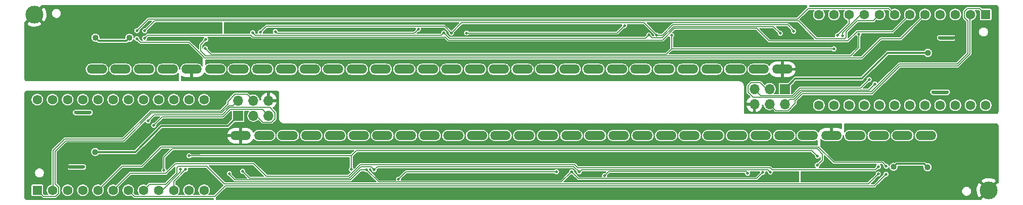
<source format=gbr>
G04 #@! TF.GenerationSoftware,KiCad,Pcbnew,5.1.6+dfsg1-1~bpo10+1*
G04 #@! TF.CreationDate,2020-08-19T20:51:39+03:00*
G04 #@! TF.ProjectId,CompactBeamspringP2,436f6d70-6163-4744-9265-616d73707269,0.0.3*
G04 #@! TF.SameCoordinates,PX68f3ad0PY7d80e80*
G04 #@! TF.FileFunction,Copper,L1,Top*
G04 #@! TF.FilePolarity,Positive*
%FSLAX46Y46*%
G04 Gerber Fmt 4.6, Leading zero omitted, Abs format (unit mm)*
G04 Created by KiCad (PCBNEW 5.1.6+dfsg1-1~bpo10+1) date 2020-08-19 20:51:39*
%MOMM*%
%LPD*%
G01*
G04 APERTURE LIST*
G04 #@! TA.AperFunction,EtchedComponent*
%ADD10C,0.100000*%
G04 #@! TD*
G04 #@! TA.AperFunction,ComponentPad*
%ADD11O,3.420000X1.550000*%
G04 #@! TD*
G04 #@! TA.AperFunction,ComponentPad*
%ADD12O,1.700000X1.700000*%
G04 #@! TD*
G04 #@! TA.AperFunction,ComponentPad*
%ADD13R,1.700000X1.700000*%
G04 #@! TD*
G04 #@! TA.AperFunction,ComponentPad*
%ADD14R,1.600000X1.600000*%
G04 #@! TD*
G04 #@! TA.AperFunction,ComponentPad*
%ADD15C,1.600000*%
G04 #@! TD*
G04 #@! TA.AperFunction,ComponentPad*
%ADD16C,3.000000*%
G04 #@! TD*
G04 #@! TA.AperFunction,ViaPad*
%ADD17C,0.600000*%
G04 #@! TD*
G04 #@! TA.AperFunction,ViaPad*
%ADD18C,0.508000*%
G04 #@! TD*
G04 #@! TA.AperFunction,ViaPad*
%ADD19C,1.016000*%
G04 #@! TD*
G04 #@! TA.AperFunction,Conductor*
%ADD20C,0.152400*%
G04 #@! TD*
G04 #@! TA.AperFunction,Conductor*
%ADD21C,0.304800*%
G04 #@! TD*
G04 #@! TA.AperFunction,Conductor*
%ADD22C,0.200000*%
G04 #@! TD*
G04 APERTURE END LIST*
D10*
G36*
X8771980Y14596600D02*
G01*
X11171980Y14596600D01*
X11171980Y15196600D01*
X8771980Y15196600D01*
X8771980Y14596600D01*
G37*
G36*
X7651840Y5452600D02*
G01*
X10051840Y5452600D01*
X10051840Y6052600D01*
X7651840Y6052600D01*
X7651840Y5452600D01*
G37*
G36*
X154778020Y18603400D02*
G01*
X152378020Y18603400D01*
X152378020Y18003400D01*
X154778020Y18003400D01*
X154778020Y18603400D01*
G37*
G36*
X155898160Y27747400D02*
G01*
X153498160Y27747400D01*
X153498160Y27147400D01*
X155898160Y27147400D01*
X155898160Y27747400D01*
G37*
D11*
X36381660Y11024620D03*
X40341660Y11024620D03*
X44301660Y11024620D03*
X48261660Y11024620D03*
X52221660Y11024620D03*
X56181660Y11024620D03*
X60141660Y11024620D03*
X64101660Y11024620D03*
X68061660Y11024620D03*
X72021660Y11024620D03*
X75981660Y11024620D03*
X79941660Y11024620D03*
X83901660Y11024620D03*
X87861660Y11024620D03*
X91821660Y11024620D03*
X95781660Y11024620D03*
X99741660Y11024620D03*
X103701660Y11024620D03*
X107661660Y11024620D03*
X111621660Y11024620D03*
X115581660Y11024620D03*
X119541660Y11024620D03*
X123501660Y11024620D03*
X127461660Y11024620D03*
X131421660Y11024620D03*
X135381660Y11024620D03*
X139341660Y11024620D03*
X143301660Y11024620D03*
X147261660Y11024620D03*
X151221660Y11024620D03*
D12*
X41078880Y16897100D03*
X41078880Y14357100D03*
X38538880Y16897100D03*
X38538880Y14357100D03*
X35998880Y16897100D03*
D13*
X35998880Y14357100D03*
D14*
X2346900Y1833380D03*
D15*
X4886900Y1833380D03*
X7426900Y1833380D03*
X9966900Y1833380D03*
X12506900Y1833380D03*
X15046900Y1833380D03*
X17586900Y1833380D03*
X20126900Y1833380D03*
X22666900Y1833380D03*
X25206900Y1833380D03*
X27746900Y1833380D03*
X30286900Y1833380D03*
X30286900Y17073380D03*
X27746900Y17073380D03*
X25206900Y17073380D03*
X22666900Y17073380D03*
X20126900Y17073380D03*
X17586900Y17073380D03*
X15046900Y17073380D03*
X12506900Y17073380D03*
X9966900Y17073380D03*
X7426900Y17073380D03*
X4886900Y17073380D03*
X2346900Y17073380D03*
D16*
X161700000Y1850000D03*
D17*
X8771980Y14896600D03*
X9971980Y14896600D03*
X11171980Y14896600D03*
X7651840Y5752600D03*
X8851840Y5752600D03*
X10051840Y5752600D03*
D11*
X127168340Y22175380D03*
X123208340Y22175380D03*
X119248340Y22175380D03*
X115288340Y22175380D03*
X111328340Y22175380D03*
X107368340Y22175380D03*
X103408340Y22175380D03*
X99448340Y22175380D03*
X95488340Y22175380D03*
X91528340Y22175380D03*
X87568340Y22175380D03*
X83608340Y22175380D03*
X79648340Y22175380D03*
X75688340Y22175380D03*
X71728340Y22175380D03*
X67768340Y22175380D03*
X63808340Y22175380D03*
X59848340Y22175380D03*
X55888340Y22175380D03*
X51928340Y22175380D03*
X47968340Y22175380D03*
X44008340Y22175380D03*
X40048340Y22175380D03*
X36088340Y22175380D03*
X32128340Y22175380D03*
X28168340Y22175380D03*
X24208340Y22175380D03*
X20248340Y22175380D03*
X16288340Y22175380D03*
X12328340Y22175380D03*
D12*
X122471120Y16302900D03*
X122471120Y18842900D03*
X125011120Y16302900D03*
X125011120Y18842900D03*
X127551120Y16302900D03*
D13*
X127551120Y18842900D03*
D14*
X161203100Y31366620D03*
D15*
X158663100Y31366620D03*
X156123100Y31366620D03*
X153583100Y31366620D03*
X151043100Y31366620D03*
X148503100Y31366620D03*
X145963100Y31366620D03*
X143423100Y31366620D03*
X140883100Y31366620D03*
X138343100Y31366620D03*
X135803100Y31366620D03*
X133263100Y31366620D03*
X133263100Y16126620D03*
X135803100Y16126620D03*
X138343100Y16126620D03*
X140883100Y16126620D03*
X143423100Y16126620D03*
X145963100Y16126620D03*
X148503100Y16126620D03*
X151043100Y16126620D03*
X153583100Y16126620D03*
X156123100Y16126620D03*
X158663100Y16126620D03*
X161203100Y16126620D03*
D16*
X1850000Y31350000D03*
D17*
X154778020Y18303400D03*
X153578020Y18303400D03*
X152378020Y18303400D03*
X155898160Y27447400D03*
X154698160Y27447400D03*
X153498160Y27447400D03*
D18*
X144528000Y4534920D03*
X19022000Y28665080D03*
X143222440Y4583180D03*
X20327560Y28616820D03*
X144543240Y5886200D03*
X19006760Y27313800D03*
X143237680Y5810000D03*
X20312320Y27390000D03*
X123860020Y4821940D03*
X91845860Y4946400D03*
X57492360Y5284220D03*
X34510440Y4636520D03*
X39689980Y28378060D03*
X71704140Y28253600D03*
X106057640Y27915780D03*
X129039560Y28563480D03*
X125130020Y4893060D03*
X93118400Y4915920D03*
X58769980Y5261360D03*
X36740560Y5007360D03*
X38419980Y28306940D03*
X70431600Y28284080D03*
X104780020Y27938640D03*
X126809440Y28192640D03*
X89300780Y4931160D03*
X62841600Y3696720D03*
X74249220Y28268840D03*
X100708400Y29503280D03*
X121330180Y4700000D03*
X97377980Y4286000D03*
X42219820Y28500000D03*
X66172020Y28914000D03*
X54947280Y5337560D03*
X133044660Y7534660D03*
X27769760Y7618480D03*
X108602720Y27862440D03*
X30505340Y25665340D03*
X135780240Y25581520D03*
X132976080Y6030980D03*
X23563520Y5181100D03*
X30573920Y27169020D03*
X139986480Y28018900D03*
X149300000Y5000000D03*
X147550000Y5250000D03*
X147300000Y9500000D03*
X148975000Y9275000D03*
X134300000Y4250000D03*
X134332440Y6061460D03*
X141038040Y7011420D03*
X132292820Y1067820D03*
X137710000Y8120000D03*
X42919030Y1300000D03*
X48488060Y1300000D03*
X37350000Y1300000D03*
X140775000Y1050000D03*
X139550000Y12400000D03*
X141200000Y12050000D03*
X140850000Y9550000D03*
X150300000Y9650000D03*
X153000000Y1925000D03*
X153075000Y3000000D03*
D19*
X145775000Y4575000D03*
X151375000Y4500000D03*
D18*
X152400000Y9000000D03*
X160250000Y11750000D03*
X157900000Y11700000D03*
X155550000Y11750000D03*
X157850000Y3050000D03*
X159550000Y3600000D03*
X154350000Y4500000D03*
X162850000Y4250000D03*
X159200000Y800000D03*
X14250000Y28200000D03*
X16000000Y27950000D03*
X16250000Y23700000D03*
X14575000Y23925000D03*
X29250000Y28950000D03*
X29217560Y27138540D03*
X22511960Y26188580D03*
X31257180Y32132180D03*
X25840000Y25080000D03*
X120630970Y31900000D03*
X115061940Y31900000D03*
X126200000Y31900000D03*
X22775000Y32150000D03*
X24000000Y20800000D03*
X22350000Y21150000D03*
X22700000Y23650000D03*
X13250000Y23550000D03*
X10550000Y31275000D03*
X10475000Y30200000D03*
D19*
X17775000Y28625000D03*
X12175000Y28700000D03*
D18*
X11150000Y24200000D03*
X3300000Y21450000D03*
X5650000Y21500000D03*
X8000000Y21450000D03*
X5700000Y30150000D03*
X4000000Y29600000D03*
X9200000Y28700000D03*
X700000Y28950000D03*
X4350000Y32400000D03*
D19*
X145775000Y5750000D03*
X151475000Y5700000D03*
X17775000Y27450000D03*
X12075000Y27500000D03*
D18*
X27200000Y5350000D03*
X21851707Y12748293D03*
X136350000Y27850000D03*
X141698293Y20451707D03*
X26350000Y5400000D03*
X20900000Y13500000D03*
X137200000Y27800000D03*
X142650000Y19700000D03*
D19*
X12042080Y8268720D03*
X151507920Y24931280D03*
D18*
X69176360Y7400000D03*
X70220300Y4230120D03*
X109806884Y7323840D03*
X103320652Y7323840D03*
X96834420Y7323840D03*
X95064040Y4646680D03*
X129229580Y6145280D03*
X129079720Y7971540D03*
X125984840Y6591160D03*
X117751320Y7501640D03*
X114583940Y7735320D03*
X82036380Y7392420D03*
X85384100Y7448300D03*
X62808580Y7400000D03*
X50592560Y6591160D03*
X47026400Y6591160D03*
X106563768Y7323840D03*
X100077536Y7323840D03*
X113050000Y7323840D03*
X65992470Y7400000D03*
X72750000Y7400000D03*
X90570780Y5022600D03*
X64670400Y4123440D03*
X81096580Y4092960D03*
X76135960Y4100580D03*
X77300000Y7400000D03*
X74400000Y7400000D03*
X40118760Y6655820D03*
X52445380Y4926080D03*
X38709060Y9820660D03*
X38861460Y12586720D03*
X128890000Y4370000D03*
X33370000Y5400000D03*
X106170000Y4400000D03*
X33758600Y16886940D03*
X42315860Y12111740D03*
X46275860Y12111740D03*
X50235860Y12111740D03*
X54195860Y12111740D03*
X58155860Y12111740D03*
X62115860Y12111740D03*
X66075860Y12111740D03*
X70035860Y12111740D03*
X73995860Y12111740D03*
X77955860Y12111740D03*
X81915860Y12111740D03*
X85875860Y12111740D03*
X89835860Y12111740D03*
X93795860Y12111740D03*
X97755860Y12111740D03*
X101715860Y12111740D03*
X105675860Y12111740D03*
X109635860Y12111740D03*
X113595860Y12111740D03*
X117555860Y12111740D03*
X121515860Y12111740D03*
X125475860Y12111740D03*
X129435860Y12111740D03*
D19*
X24300000Y10950000D03*
D18*
X28200000Y4050000D03*
X15500000Y13800000D03*
X85400000Y4100000D03*
X117850000Y4400000D03*
X17900000Y9700000D03*
X20050000Y7650000D03*
X21700000Y5850000D03*
X24700000Y7000000D03*
X21900000Y9900000D03*
X26550000Y7950000D03*
X38300000Y5100000D03*
X35150000Y7000000D03*
X34600000Y14350000D03*
X25150000Y13500000D03*
X94373640Y25800000D03*
X93329700Y28969880D03*
X53743116Y25876160D03*
X60229348Y25876160D03*
X66715580Y25876160D03*
X68485960Y28553320D03*
X34320420Y27054720D03*
X34470280Y25228460D03*
X37565160Y26608840D03*
X45798680Y25698360D03*
X48966060Y25464680D03*
X81513620Y25807580D03*
X78165900Y25751700D03*
X100741420Y25800000D03*
X112957440Y26608840D03*
X116523600Y26608840D03*
X56986232Y25876160D03*
X63472464Y25876160D03*
X50500000Y25876160D03*
X97557530Y25800000D03*
X90800000Y25800000D03*
X72979220Y28177400D03*
X98879600Y29076560D03*
X82453420Y29107040D03*
X87414040Y29099420D03*
X86250000Y25800000D03*
X89150000Y25800000D03*
X123431240Y26544180D03*
X111104620Y28273920D03*
X124840940Y23379340D03*
X124688540Y20613280D03*
X34660000Y28830000D03*
X130180000Y27800000D03*
X57380000Y28800000D03*
X129791400Y16313060D03*
X121234140Y21088260D03*
X117274140Y21088260D03*
X113314140Y21088260D03*
X109354140Y21088260D03*
X105394140Y21088260D03*
X101434140Y21088260D03*
X97474140Y21088260D03*
X93514140Y21088260D03*
X89554140Y21088260D03*
X85594140Y21088260D03*
X81634140Y21088260D03*
X77674140Y21088260D03*
X73714140Y21088260D03*
X69754140Y21088260D03*
X65794140Y21088260D03*
X61834140Y21088260D03*
X57874140Y21088260D03*
X53914140Y21088260D03*
X49954140Y21088260D03*
X45994140Y21088260D03*
X42034140Y21088260D03*
X38074140Y21088260D03*
X34114140Y21088260D03*
D19*
X139250000Y22250000D03*
D18*
X135350000Y29150000D03*
X148050000Y19400000D03*
X78150000Y29100000D03*
X45700000Y28800000D03*
X145650000Y23500000D03*
X143500000Y25550000D03*
X141850000Y27350000D03*
X138850000Y26200000D03*
X141650000Y23300000D03*
X137000000Y25250000D03*
X125250000Y28100000D03*
X128400000Y26200000D03*
X128950000Y18850000D03*
X138400000Y19700000D03*
D20*
X18615501Y804779D02*
X17586900Y1833380D01*
X33865120Y2589270D02*
X32080629Y804779D01*
X32080629Y804779D02*
X18615501Y804779D01*
X142582350Y2589270D02*
X33865120Y2589270D01*
X144528000Y4534920D02*
X142582350Y2589270D01*
X144934499Y32395221D02*
X145963100Y31366620D01*
X129684880Y30610730D02*
X131469371Y32395221D01*
X131469371Y32395221D02*
X144934499Y32395221D01*
X20967650Y30610730D02*
X129684880Y30610730D01*
X19022000Y28665080D02*
X20967650Y30610730D01*
X141533340Y2894080D02*
X143222440Y4583180D01*
X30717399Y5882601D02*
X33705920Y2894080D01*
X25968351Y5882601D02*
X30717399Y5882601D01*
X25717399Y5631649D02*
X25968351Y5882601D01*
X23849849Y2861981D02*
X25717399Y4729531D01*
X33705920Y2894080D02*
X141533340Y2894080D01*
X25717399Y4729531D02*
X25717399Y5631649D01*
X21155501Y2861981D02*
X23849849Y2861981D01*
X20126900Y1833380D02*
X21155501Y2861981D01*
X22016660Y30305920D02*
X20327560Y28616820D01*
X132832601Y27317399D02*
X129844080Y30305920D01*
X137581649Y27317399D02*
X132832601Y27317399D01*
X137832601Y27568351D02*
X137581649Y27317399D01*
X139700151Y30338019D02*
X137832601Y28470469D01*
X129844080Y30305920D02*
X22016660Y30305920D01*
X137832601Y28470469D02*
X137832601Y27568351D01*
X142394499Y30338019D02*
X139700151Y30338019D01*
X143423100Y31366620D02*
X142394499Y30338019D01*
X16573520Y5900000D02*
X12506900Y1833380D01*
X19900000Y5900000D02*
X16573520Y5900000D01*
X133172169Y9109461D02*
X23109461Y9109461D01*
X135768049Y6513581D02*
X133172169Y9109461D01*
X143915859Y6513581D02*
X135768049Y6513581D01*
X23109461Y9109461D02*
X19900000Y5900000D01*
X144543240Y5886200D02*
X143915859Y6513581D01*
X146976480Y27300000D02*
X151043100Y31366620D01*
X143650000Y27300000D02*
X146976480Y27300000D01*
X30377831Y24090539D02*
X140440539Y24090539D01*
X27781951Y26686419D02*
X30377831Y24090539D01*
X19634141Y26686419D02*
X27781951Y26686419D01*
X140440539Y24090539D02*
X143650000Y27300000D01*
X19006760Y27313800D02*
X19634141Y26686419D01*
X17912019Y4698499D02*
X15046900Y1833380D01*
X25484980Y6284980D02*
X23898499Y4698499D01*
X54488050Y4164080D02*
X40713120Y4164080D01*
X40713120Y4164080D02*
X38592220Y6284980D01*
X92340416Y6124970D02*
X56448941Y6124971D01*
X92856035Y5609351D02*
X92340416Y6124970D01*
X23898499Y4698499D02*
X17912019Y4698499D01*
X125127979Y5609351D02*
X92856035Y5609351D01*
X125425171Y5312159D02*
X125127979Y5609351D01*
X56448941Y6124971D02*
X54488050Y4164080D01*
X142739839Y5312159D02*
X125425171Y5312159D01*
X38592220Y6284980D02*
X25484980Y6284980D01*
X143237680Y5810000D02*
X142739839Y5312159D01*
X145637981Y28501501D02*
X148503100Y31366620D01*
X138065020Y26915020D02*
X139651501Y28501501D01*
X109061950Y29035920D02*
X122836880Y29035920D01*
X122836880Y29035920D02*
X124957780Y26915020D01*
X71209584Y27075030D02*
X107101059Y27075029D01*
X70693965Y27590649D02*
X71209584Y27075030D01*
X139651501Y28501501D02*
X145637981Y28501501D01*
X38422021Y27590649D02*
X70693965Y27590649D01*
X38124829Y27887841D02*
X38422021Y27590649D01*
X107101059Y27075029D02*
X109061950Y29035920D01*
X20810161Y27887841D02*
X38124829Y27887841D01*
X124957780Y26915020D02*
X138065020Y26915020D01*
X20312320Y27390000D02*
X20810161Y27887841D01*
X92988861Y3803399D02*
X91845860Y4946400D01*
X122841479Y3803399D02*
X92988861Y3803399D01*
X123860020Y4821940D02*
X122841479Y3803399D01*
X59562461Y3214119D02*
X57492360Y5284220D01*
X90113579Y3214119D02*
X59562461Y3214119D01*
X91845860Y4946400D02*
X90113579Y3214119D01*
X34510440Y4529840D02*
X34510440Y4636520D01*
X35485820Y3554460D02*
X34510440Y4529840D01*
X57492360Y5284220D02*
X56470322Y5284220D01*
X54740562Y3554460D02*
X56470322Y5284220D01*
X54245540Y3554460D02*
X54740562Y3554460D01*
X54245540Y3554460D02*
X35485820Y3554460D01*
X70561139Y29396601D02*
X71704140Y28253600D01*
X40708521Y29396601D02*
X70561139Y29396601D01*
X39689980Y28378060D02*
X40708521Y29396601D01*
X103987539Y29985881D02*
X106057640Y27915780D01*
X73436421Y29985881D02*
X103987539Y29985881D01*
X71704140Y28253600D02*
X73436421Y29985881D01*
X129039560Y28670160D02*
X129039560Y28563480D01*
X128064180Y29645540D02*
X129039560Y28670160D01*
X106057640Y27915780D02*
X107079678Y27915780D01*
X108809438Y29645540D02*
X107079678Y27915780D01*
X109304460Y29645540D02*
X108809438Y29645540D01*
X109304460Y29645540D02*
X128064180Y29645540D01*
X93507021Y5304541D02*
X93118400Y4915920D01*
X124718539Y5304541D02*
X93507021Y5304541D01*
X125130020Y4893060D02*
X124718539Y5304541D01*
X59328781Y5820161D02*
X58769980Y5261360D01*
X92214159Y5820161D02*
X59328781Y5820161D01*
X93118400Y4915920D02*
X92214159Y5820161D01*
X54614306Y3859270D02*
X38201070Y3859270D01*
X56521857Y5766821D02*
X54614306Y3859270D01*
X58264519Y5766821D02*
X56521857Y5766821D01*
X58769980Y5261360D02*
X58264519Y5766821D01*
X37888650Y3859270D02*
X36740560Y5007360D01*
X38201070Y3859270D02*
X37888650Y3859270D01*
X70042979Y27895459D02*
X70431600Y28284080D01*
X38831461Y27895459D02*
X70042979Y27895459D01*
X38419980Y28306940D02*
X38831461Y27895459D01*
X104221219Y27379839D02*
X104780020Y27938640D01*
X71335841Y27379839D02*
X104221219Y27379839D01*
X70431600Y28284080D02*
X71335841Y27379839D01*
X108935694Y29340730D02*
X125348930Y29340730D01*
X107028143Y27433179D02*
X108935694Y29340730D01*
X105285481Y27433179D02*
X107028143Y27433179D01*
X104780020Y27938640D02*
X105285481Y27433179D01*
X125661350Y29340730D02*
X126809440Y28192640D01*
X125348930Y29340730D02*
X125661350Y29340730D01*
X64076040Y4931160D02*
X62841600Y3696720D01*
X89300780Y4931160D02*
X64076040Y4931160D01*
X99473960Y28268840D02*
X100708400Y29503280D01*
X74249220Y28268840D02*
X99473960Y28268840D01*
X97878360Y4786380D02*
X97377980Y4286000D01*
X97886380Y4786380D02*
X98099731Y4999731D01*
X97878360Y4786380D02*
X97886380Y4786380D01*
X121030449Y4999731D02*
X120800269Y4999731D01*
X121330180Y4700000D02*
X121030449Y4999731D01*
X98099731Y4999731D02*
X120800269Y4999731D01*
X65671640Y28413620D02*
X66172020Y28914000D01*
X65663620Y28413620D02*
X65450269Y28200269D01*
X65671640Y28413620D02*
X65663620Y28413620D01*
X42519551Y28200269D02*
X42749731Y28200269D01*
X42219820Y28500000D02*
X42519551Y28200269D01*
X65450269Y28200269D02*
X42749731Y28200269D01*
X54947280Y7623560D02*
X54947280Y5337560D01*
X55823561Y8499841D02*
X54947280Y7623560D01*
X132079479Y8499841D02*
X55823561Y8499841D01*
X133044660Y7534660D02*
X132079479Y8499841D01*
X54947280Y7623560D02*
X29598080Y7623560D01*
X28293000Y7618480D02*
X28298080Y7623560D01*
X27769760Y7618480D02*
X28293000Y7618480D01*
X29593000Y7618480D02*
X29598080Y7623560D01*
X28293000Y7618480D02*
X29593000Y7618480D01*
X108602720Y25576440D02*
X108602720Y27862440D01*
X107726439Y24700159D02*
X108602720Y25576440D01*
X31470521Y24700159D02*
X107726439Y24700159D01*
X30505340Y25665340D02*
X31470521Y24700159D01*
X108602720Y25576440D02*
X133951920Y25576440D01*
X135257000Y25581520D02*
X135251920Y25576440D01*
X135780240Y25581520D02*
X135257000Y25581520D01*
X133957000Y25581520D02*
X133951920Y25576440D01*
X135257000Y25581520D02*
X133957000Y25581520D01*
X23563520Y7378934D02*
X23563520Y5181100D01*
X24989237Y8804651D02*
X23563520Y7378934D01*
X133862540Y7925820D02*
X132983709Y8804651D01*
X133862540Y6917440D02*
X133862540Y7925820D01*
X132976080Y6030980D02*
X133862540Y6917440D01*
X24989237Y8804651D02*
X26395349Y8804651D01*
X26395349Y8804651D02*
X26289237Y8804651D01*
X132983709Y8804651D02*
X26395349Y8804651D01*
X139986480Y25821066D02*
X139986480Y28018900D01*
X138560763Y24395349D02*
X139986480Y25821066D01*
X29687460Y25274180D02*
X30566291Y24395349D01*
X29687460Y26282560D02*
X29687460Y25274180D01*
X30573920Y27169020D02*
X29687460Y26282560D01*
X138560763Y24395349D02*
X137154651Y24395349D01*
X137154651Y24395349D02*
X137260763Y24395349D01*
X30566291Y24395349D02*
X137154651Y24395349D01*
D21*
X146282999Y6257999D02*
X150929902Y6257999D01*
X145775000Y5750000D02*
X146282999Y6257999D01*
X150929902Y6245098D02*
X151475000Y5700000D01*
X150929902Y6257999D02*
X150929902Y6245098D01*
X17267001Y26942001D02*
X12620098Y26942001D01*
X17775000Y27450000D02*
X17267001Y26942001D01*
X12620098Y26954902D02*
X12075000Y27500000D01*
X12620098Y26942001D02*
X12620098Y26954902D01*
D20*
X25206900Y1833380D02*
X25206900Y3356900D01*
X25206900Y3356900D02*
X27200000Y5350000D01*
X33452150Y14202150D02*
X23305563Y14202149D01*
X34685701Y15435701D02*
X33452150Y14202150D01*
X40000279Y15435701D02*
X34685701Y15435701D01*
X23305563Y14202149D02*
X21851707Y12748293D01*
X41078880Y14357100D02*
X40000279Y15435701D01*
X138343100Y31366620D02*
X138343100Y29843100D01*
X138343100Y29843100D02*
X136350000Y27850000D01*
X130097850Y18997850D02*
X140244437Y18997851D01*
X128864299Y17764299D02*
X130097850Y18997850D01*
X123549721Y17764299D02*
X128864299Y17764299D01*
X140244437Y18997851D02*
X141698293Y20451707D01*
X122471120Y18842900D02*
X123549721Y17764299D01*
X35998880Y16897100D02*
X35998880Y16348880D01*
X5915501Y1339651D02*
X5380629Y804779D01*
X5380629Y804779D02*
X3375501Y804779D01*
X5300000Y2942610D02*
X5915501Y2327109D01*
X5300000Y8350000D02*
X5300000Y2942610D01*
X3375501Y804779D02*
X2346900Y1833380D01*
X7100000Y10150000D02*
X5300000Y8350000D01*
X21497519Y14811769D02*
X16835750Y10150000D01*
X16835750Y10150000D02*
X7100000Y10150000D01*
X34433187Y16045319D02*
X33199637Y14811769D01*
X5915501Y2327109D02*
X5915501Y1339651D01*
X33199637Y14811769D02*
X21497519Y14811769D01*
X35147099Y16045319D02*
X34433187Y16045319D01*
X35998880Y16897100D02*
X35147099Y16045319D01*
X127551120Y16302900D02*
X127551120Y16851120D01*
X157634499Y31860349D02*
X158169371Y32395221D01*
X158169371Y32395221D02*
X160174499Y32395221D01*
X158250000Y30257390D02*
X157634499Y30872891D01*
X158250000Y24850000D02*
X158250000Y30257390D01*
X160174499Y32395221D02*
X161203100Y31366620D01*
X156450000Y23050000D02*
X158250000Y24850000D01*
X142052481Y18388231D02*
X146714250Y23050000D01*
X146714250Y23050000D02*
X156450000Y23050000D01*
X129116813Y17154681D02*
X130350363Y18388231D01*
X157634499Y30872891D02*
X157634499Y31860349D01*
X130350363Y18388231D02*
X142052481Y18388231D01*
X128402901Y17154681D02*
X129116813Y17154681D01*
X127551120Y16302900D02*
X128402901Y17154681D01*
X26200000Y5366480D02*
X26200000Y5400000D01*
X23252314Y1833380D02*
X22666900Y1833380D01*
X26350000Y4931066D02*
X23252314Y1833380D01*
X26350000Y5400000D02*
X26350000Y4931066D01*
X21906959Y14506959D02*
X20900000Y13500000D01*
X33325893Y14506959D02*
X21906959Y14506959D01*
X42157481Y13839371D02*
X42157481Y14874829D01*
X41291800Y15740510D02*
X34559444Y15740510D01*
X41596609Y13278499D02*
X42157481Y13839371D01*
X34559444Y15740510D02*
X33325893Y14506959D01*
X40123451Y13278499D02*
X41596609Y13278499D01*
X42157481Y14874829D02*
X41291800Y15740510D01*
X39044850Y14357100D02*
X40123451Y13278499D01*
X38538880Y14357100D02*
X39044850Y14357100D01*
X137350000Y27833520D02*
X137350000Y27800000D01*
X140297686Y31366620D02*
X140883100Y31366620D01*
X137200000Y28268934D02*
X140297686Y31366620D01*
X137200000Y27800000D02*
X137200000Y28268934D01*
X141643041Y18693041D02*
X142650000Y19700000D01*
X130224107Y18693041D02*
X141643041Y18693041D01*
X121392519Y19360629D02*
X121392519Y18325171D01*
X122258200Y17459490D02*
X128990556Y17459490D01*
X121953391Y19921501D02*
X121392519Y19360629D01*
X128990556Y17459490D02*
X130224107Y18693041D01*
X123426549Y19921501D02*
X121953391Y19921501D01*
X121392519Y18325171D02*
X122258200Y17459490D01*
X124505150Y18842900D02*
X123426549Y19921501D01*
X125011120Y18842900D02*
X124505150Y18842900D01*
X4995190Y1941670D02*
X4886900Y1833380D01*
X4995190Y8476256D02*
X4995190Y1941670D01*
X6973743Y10454809D02*
X4995190Y8476256D01*
X16709494Y10454810D02*
X6973743Y10454809D01*
X33073381Y15116579D02*
X21371262Y15116578D01*
X34241201Y16284399D02*
X33073381Y15116579D01*
X21371262Y15116578D02*
X16709494Y10454810D01*
X35481151Y17975701D02*
X34241201Y16735751D01*
X34241201Y16735751D02*
X34241201Y16284399D01*
X37460279Y17975701D02*
X35481151Y17975701D01*
X38538880Y16897100D02*
X37460279Y17975701D01*
X158554810Y31258330D02*
X158663100Y31366620D01*
X158554810Y24723744D02*
X158554810Y31258330D01*
X156576257Y22745191D02*
X158554810Y24723744D01*
X146840506Y22745190D02*
X156576257Y22745191D01*
X130476619Y18083421D02*
X142178738Y18083422D01*
X129308799Y16915601D02*
X130476619Y18083421D01*
X142178738Y18083422D02*
X146840506Y22745190D01*
X128068849Y15224299D02*
X129308799Y16464249D01*
X129308799Y16464249D02*
X129308799Y16915601D01*
X126089721Y15224299D02*
X128068849Y15224299D01*
X125011120Y16302900D02*
X126089721Y15224299D01*
D21*
X18768720Y8268720D02*
X12042080Y8268720D01*
X23109374Y12609374D02*
X18768720Y8268720D01*
X34251154Y12609374D02*
X23109374Y12609374D01*
X35998880Y14357100D02*
X34251154Y12609374D01*
X144781280Y24931280D02*
X151507920Y24931280D01*
X140440626Y20590626D02*
X144781280Y24931280D01*
X129298846Y20590626D02*
X140440626Y20590626D01*
X127551120Y18842900D02*
X129298846Y20590626D01*
X36381660Y11024620D02*
X33161700Y11024620D01*
X31861700Y11024620D02*
X31625480Y11024620D01*
X30289440Y11024620D02*
X30284360Y11019540D01*
X31625480Y11024620D02*
X30289440Y11024620D01*
X7651840Y5752600D02*
X6797400Y5752600D01*
X24374620Y11024620D02*
X24300000Y10950000D01*
X30289440Y11024620D02*
X24374620Y11024620D01*
X127168340Y22175380D02*
X130388300Y22175380D01*
X131688300Y22175380D02*
X131924520Y22175380D01*
X133260560Y22175380D02*
X133265640Y22180460D01*
X131924520Y22175380D02*
X133260560Y22175380D01*
X155898160Y27447400D02*
X156752600Y27447400D01*
X139175380Y22175380D02*
X139250000Y22250000D01*
X133260560Y22175380D02*
X139175380Y22175380D01*
D22*
G36*
X163012479Y12965545D02*
G01*
X163072578Y12947401D01*
X163128011Y12917927D01*
X163176662Y12878248D01*
X163216678Y12829878D01*
X163246537Y12774653D01*
X163265101Y12714684D01*
X163273001Y12639517D01*
X163273000Y3086161D01*
X163194937Y3127148D01*
X161917789Y1850000D01*
X161931931Y1835858D01*
X161714142Y1618069D01*
X161700000Y1632211D01*
X160422852Y355063D01*
X160463839Y277000D01*
X32300000Y277000D01*
X32300000Y559722D01*
X32314108Y571300D01*
X32324395Y583835D01*
X33472150Y1731590D01*
X157171600Y1731590D01*
X157171600Y1568410D01*
X157203435Y1408365D01*
X157265882Y1257606D01*
X157356540Y1121926D01*
X157471926Y1006540D01*
X157607606Y915882D01*
X157758365Y853435D01*
X157918410Y821600D01*
X158081590Y821600D01*
X158241635Y853435D01*
X158392394Y915882D01*
X158528074Y1006540D01*
X158643460Y1121926D01*
X158734118Y1257606D01*
X158796565Y1408365D01*
X158828400Y1568410D01*
X158828400Y1731590D01*
X158818959Y1779058D01*
X159582988Y1779058D01*
X159637506Y1367413D01*
X159771284Y974313D01*
X159900356Y732837D01*
X160205063Y572852D01*
X161482211Y1850000D01*
X160205063Y3127148D01*
X159900356Y2967163D01*
X159716988Y2594604D01*
X159609826Y2193430D01*
X159582988Y1779058D01*
X158818959Y1779058D01*
X158796565Y1891635D01*
X158734118Y2042394D01*
X158643460Y2178074D01*
X158528074Y2293460D01*
X158392394Y2384118D01*
X158241635Y2446565D01*
X158081590Y2478400D01*
X157918410Y2478400D01*
X157758365Y2446565D01*
X157607606Y2384118D01*
X157471926Y2293460D01*
X157356540Y2178074D01*
X157265882Y2042394D01*
X157203435Y1891635D01*
X157171600Y1731590D01*
X33472150Y1731590D01*
X34001231Y2260670D01*
X142566218Y2260670D01*
X142582350Y2259081D01*
X142598482Y2260670D01*
X142598485Y2260670D01*
X142646767Y2265425D01*
X142708708Y2284215D01*
X142765793Y2314728D01*
X142815829Y2355791D01*
X142826116Y2368326D01*
X143802727Y3344937D01*
X160422852Y3344937D01*
X161700000Y2067789D01*
X162977148Y3344937D01*
X162817163Y3649644D01*
X162444604Y3833012D01*
X162043430Y3940174D01*
X161629058Y3967012D01*
X161217413Y3912494D01*
X160824313Y3778716D01*
X160582837Y3649644D01*
X160422852Y3344937D01*
X143802727Y3344937D01*
X144486310Y4028520D01*
X144577876Y4028520D01*
X144675711Y4047981D01*
X144767870Y4086154D01*
X144850811Y4141574D01*
X144921346Y4212109D01*
X144976766Y4295050D01*
X145014939Y4387209D01*
X145034400Y4485044D01*
X145034400Y4584796D01*
X145014939Y4682631D01*
X144976766Y4774790D01*
X144921346Y4857731D01*
X144850811Y4928266D01*
X144767870Y4983686D01*
X144675711Y5021859D01*
X144577876Y5041320D01*
X144478124Y5041320D01*
X144380289Y5021859D01*
X144288130Y4983686D01*
X144205189Y4928266D01*
X144134654Y4857731D01*
X144079234Y4774790D01*
X144041061Y4682631D01*
X144021600Y4584796D01*
X144021600Y4493230D01*
X142446240Y2917870D01*
X142021840Y2917870D01*
X143180751Y4076780D01*
X143272316Y4076780D01*
X143370151Y4096241D01*
X143462310Y4134414D01*
X143545251Y4189834D01*
X143615786Y4260369D01*
X143671206Y4343310D01*
X143709379Y4435469D01*
X143728840Y4533304D01*
X143728840Y4633056D01*
X143709379Y4730891D01*
X143671206Y4823050D01*
X143615786Y4905991D01*
X143545251Y4976526D01*
X143462310Y5031946D01*
X143370151Y5070119D01*
X143272316Y5089580D01*
X143172564Y5089580D01*
X143074729Y5070119D01*
X142982570Y5031946D01*
X142899629Y4976526D01*
X142829094Y4905991D01*
X142773674Y4823050D01*
X142735501Y4730891D01*
X142716040Y4633056D01*
X142716040Y4541491D01*
X141397230Y3222680D01*
X130270000Y3222680D01*
X130270000Y4983559D01*
X142723707Y4983559D01*
X142739839Y4981970D01*
X142755971Y4983559D01*
X142755974Y4983559D01*
X142804256Y4988314D01*
X142866197Y5007104D01*
X142923282Y5037617D01*
X142973318Y5078680D01*
X142983605Y5091215D01*
X143195990Y5303600D01*
X143287556Y5303600D01*
X143385391Y5323061D01*
X143477550Y5361234D01*
X143560491Y5416654D01*
X143631026Y5487189D01*
X143686446Y5570130D01*
X143724619Y5662289D01*
X143744080Y5760124D01*
X143744080Y5859876D01*
X143724619Y5957711D01*
X143686446Y6049870D01*
X143631026Y6132811D01*
X143578856Y6184981D01*
X143779749Y6184981D01*
X144036840Y5927890D01*
X144036840Y5836324D01*
X144056301Y5738489D01*
X144094474Y5646330D01*
X144149894Y5563389D01*
X144220429Y5492854D01*
X144303370Y5437434D01*
X144395529Y5399261D01*
X144493364Y5379800D01*
X144593116Y5379800D01*
X144690951Y5399261D01*
X144783110Y5437434D01*
X144866051Y5492854D01*
X144936586Y5563389D01*
X144992006Y5646330D01*
X145014600Y5700877D01*
X145014600Y5675107D01*
X145043822Y5528200D01*
X145101142Y5389816D01*
X145184359Y5265273D01*
X145290273Y5159359D01*
X145414816Y5076142D01*
X145553200Y5018822D01*
X145700107Y4989600D01*
X145849893Y4989600D01*
X145996800Y5018822D01*
X146135184Y5076142D01*
X146259727Y5159359D01*
X146365641Y5265273D01*
X146448858Y5389816D01*
X146506178Y5528200D01*
X146535400Y5675107D01*
X146535400Y5824893D01*
X146529770Y5853199D01*
X150730176Y5853199D01*
X150714600Y5774893D01*
X150714600Y5625107D01*
X150743822Y5478200D01*
X150801142Y5339816D01*
X150884359Y5215273D01*
X150990273Y5109359D01*
X151114816Y5026142D01*
X151253200Y4968822D01*
X151400107Y4939600D01*
X151549893Y4939600D01*
X151696800Y4968822D01*
X151835184Y5026142D01*
X151959727Y5109359D01*
X152065641Y5215273D01*
X152148858Y5339816D01*
X152206178Y5478200D01*
X152235400Y5625107D01*
X152235400Y5774893D01*
X152206178Y5921800D01*
X152148858Y6060184D01*
X152065641Y6184727D01*
X151959727Y6290641D01*
X151835184Y6373858D01*
X151696800Y6431178D01*
X151549893Y6460400D01*
X151400107Y6460400D01*
X151305827Y6441646D01*
X151273411Y6474062D01*
X151268109Y6483982D01*
X151217523Y6545620D01*
X151155885Y6596206D01*
X151085562Y6633794D01*
X151009257Y6656941D01*
X150949781Y6662799D01*
X150929902Y6664757D01*
X150910023Y6662799D01*
X146302870Y6662799D01*
X146282998Y6664756D01*
X146263126Y6662799D01*
X146263120Y6662799D01*
X146203644Y6656941D01*
X146127339Y6633794D01*
X146057016Y6596206D01*
X146034830Y6577998D01*
X146010818Y6558292D01*
X146010815Y6558289D01*
X145995378Y6545620D01*
X145982708Y6530182D01*
X145944173Y6491646D01*
X145849893Y6510400D01*
X145700107Y6510400D01*
X145553200Y6481178D01*
X145414816Y6423858D01*
X145290273Y6340641D01*
X145184359Y6234727D01*
X145101142Y6110184D01*
X145043822Y5971800D01*
X145043178Y5968562D01*
X145030179Y6033911D01*
X144992006Y6126070D01*
X144936586Y6209011D01*
X144866051Y6279546D01*
X144783110Y6334966D01*
X144690951Y6373139D01*
X144593116Y6392600D01*
X144501550Y6392600D01*
X144159623Y6734527D01*
X144149338Y6747060D01*
X144099302Y6788123D01*
X144042217Y6818636D01*
X143980276Y6837426D01*
X143931994Y6842181D01*
X143931991Y6842181D01*
X143915859Y6843770D01*
X143899727Y6842181D01*
X135904159Y6842181D01*
X133590000Y9156340D01*
X133590000Y10448963D01*
X133716663Y10294623D01*
X133873105Y10166235D01*
X134051589Y10070834D01*
X134245254Y10012086D01*
X134396189Y9997220D01*
X136367131Y9997220D01*
X136518066Y10012086D01*
X136711731Y10070834D01*
X136890215Y10166235D01*
X137046657Y10294623D01*
X137175045Y10451065D01*
X137270446Y10629549D01*
X137329194Y10823214D01*
X137347671Y11010817D01*
X137375463Y11012697D01*
X137394126Y10823214D01*
X137452874Y10629549D01*
X137548275Y10451065D01*
X137676663Y10294623D01*
X137833105Y10166235D01*
X138011589Y10070834D01*
X138205254Y10012086D01*
X138356189Y9997220D01*
X140327131Y9997220D01*
X140478066Y10012086D01*
X140671731Y10070834D01*
X140850215Y10166235D01*
X141006657Y10294623D01*
X141135045Y10451065D01*
X141230446Y10629549D01*
X141289194Y10823214D01*
X141309031Y11024620D01*
X141334289Y11024620D01*
X141354126Y10823214D01*
X141412874Y10629549D01*
X141508275Y10451065D01*
X141636663Y10294623D01*
X141793105Y10166235D01*
X141971589Y10070834D01*
X142165254Y10012086D01*
X142316189Y9997220D01*
X144287131Y9997220D01*
X144438066Y10012086D01*
X144631731Y10070834D01*
X144810215Y10166235D01*
X144966657Y10294623D01*
X145095045Y10451065D01*
X145190446Y10629549D01*
X145249194Y10823214D01*
X145269031Y11024620D01*
X145294289Y11024620D01*
X145314126Y10823214D01*
X145372874Y10629549D01*
X145468275Y10451065D01*
X145596663Y10294623D01*
X145753105Y10166235D01*
X145931589Y10070834D01*
X146125254Y10012086D01*
X146276189Y9997220D01*
X148247131Y9997220D01*
X148398066Y10012086D01*
X148591731Y10070834D01*
X148770215Y10166235D01*
X148926657Y10294623D01*
X149055045Y10451065D01*
X149150446Y10629549D01*
X149209194Y10823214D01*
X149229031Y11024620D01*
X149254289Y11024620D01*
X149274126Y10823214D01*
X149332874Y10629549D01*
X149428275Y10451065D01*
X149556663Y10294623D01*
X149713105Y10166235D01*
X149891589Y10070834D01*
X150085254Y10012086D01*
X150236189Y9997220D01*
X152207131Y9997220D01*
X152358066Y10012086D01*
X152551731Y10070834D01*
X152730215Y10166235D01*
X152886657Y10294623D01*
X153015045Y10451065D01*
X153110446Y10629549D01*
X153169194Y10823214D01*
X153189031Y11024620D01*
X153169194Y11226026D01*
X153110446Y11419691D01*
X153015045Y11598175D01*
X152886657Y11754617D01*
X152730215Y11883005D01*
X152551731Y11978406D01*
X152358066Y12037154D01*
X152207131Y12052020D01*
X150236189Y12052020D01*
X150085254Y12037154D01*
X149891589Y11978406D01*
X149713105Y11883005D01*
X149556663Y11754617D01*
X149428275Y11598175D01*
X149332874Y11419691D01*
X149274126Y11226026D01*
X149254289Y11024620D01*
X149229031Y11024620D01*
X149209194Y11226026D01*
X149150446Y11419691D01*
X149055045Y11598175D01*
X148926657Y11754617D01*
X148770215Y11883005D01*
X148591731Y11978406D01*
X148398066Y12037154D01*
X148247131Y12052020D01*
X146276189Y12052020D01*
X146125254Y12037154D01*
X145931589Y11978406D01*
X145753105Y11883005D01*
X145596663Y11754617D01*
X145468275Y11598175D01*
X145372874Y11419691D01*
X145314126Y11226026D01*
X145294289Y11024620D01*
X145269031Y11024620D01*
X145249194Y11226026D01*
X145190446Y11419691D01*
X145095045Y11598175D01*
X144966657Y11754617D01*
X144810215Y11883005D01*
X144631731Y11978406D01*
X144438066Y12037154D01*
X144287131Y12052020D01*
X142316189Y12052020D01*
X142165254Y12037154D01*
X141971589Y11978406D01*
X141793105Y11883005D01*
X141636663Y11754617D01*
X141508275Y11598175D01*
X141412874Y11419691D01*
X141354126Y11226026D01*
X141334289Y11024620D01*
X141309031Y11024620D01*
X141289194Y11226026D01*
X141230446Y11419691D01*
X141135045Y11598175D01*
X141006657Y11754617D01*
X140850215Y11883005D01*
X140671731Y11978406D01*
X140478066Y12037154D01*
X140327131Y12052020D01*
X138356189Y12052020D01*
X138205254Y12037154D01*
X138011589Y11978406D01*
X137833105Y11883005D01*
X137676663Y11754617D01*
X137580000Y11636832D01*
X137580000Y12973000D01*
X162936452Y12973000D01*
X163012479Y12965545D01*
G37*
X163012479Y12965545D02*
X163072578Y12947401D01*
X163128011Y12917927D01*
X163176662Y12878248D01*
X163216678Y12829878D01*
X163246537Y12774653D01*
X163265101Y12714684D01*
X163273001Y12639517D01*
X163273000Y3086161D01*
X163194937Y3127148D01*
X161917789Y1850000D01*
X161931931Y1835858D01*
X161714142Y1618069D01*
X161700000Y1632211D01*
X160422852Y355063D01*
X160463839Y277000D01*
X32300000Y277000D01*
X32300000Y559722D01*
X32314108Y571300D01*
X32324395Y583835D01*
X33472150Y1731590D01*
X157171600Y1731590D01*
X157171600Y1568410D01*
X157203435Y1408365D01*
X157265882Y1257606D01*
X157356540Y1121926D01*
X157471926Y1006540D01*
X157607606Y915882D01*
X157758365Y853435D01*
X157918410Y821600D01*
X158081590Y821600D01*
X158241635Y853435D01*
X158392394Y915882D01*
X158528074Y1006540D01*
X158643460Y1121926D01*
X158734118Y1257606D01*
X158796565Y1408365D01*
X158828400Y1568410D01*
X158828400Y1731590D01*
X158818959Y1779058D01*
X159582988Y1779058D01*
X159637506Y1367413D01*
X159771284Y974313D01*
X159900356Y732837D01*
X160205063Y572852D01*
X161482211Y1850000D01*
X160205063Y3127148D01*
X159900356Y2967163D01*
X159716988Y2594604D01*
X159609826Y2193430D01*
X159582988Y1779058D01*
X158818959Y1779058D01*
X158796565Y1891635D01*
X158734118Y2042394D01*
X158643460Y2178074D01*
X158528074Y2293460D01*
X158392394Y2384118D01*
X158241635Y2446565D01*
X158081590Y2478400D01*
X157918410Y2478400D01*
X157758365Y2446565D01*
X157607606Y2384118D01*
X157471926Y2293460D01*
X157356540Y2178074D01*
X157265882Y2042394D01*
X157203435Y1891635D01*
X157171600Y1731590D01*
X33472150Y1731590D01*
X34001231Y2260670D01*
X142566218Y2260670D01*
X142582350Y2259081D01*
X142598482Y2260670D01*
X142598485Y2260670D01*
X142646767Y2265425D01*
X142708708Y2284215D01*
X142765793Y2314728D01*
X142815829Y2355791D01*
X142826116Y2368326D01*
X143802727Y3344937D01*
X160422852Y3344937D01*
X161700000Y2067789D01*
X162977148Y3344937D01*
X162817163Y3649644D01*
X162444604Y3833012D01*
X162043430Y3940174D01*
X161629058Y3967012D01*
X161217413Y3912494D01*
X160824313Y3778716D01*
X160582837Y3649644D01*
X160422852Y3344937D01*
X143802727Y3344937D01*
X144486310Y4028520D01*
X144577876Y4028520D01*
X144675711Y4047981D01*
X144767870Y4086154D01*
X144850811Y4141574D01*
X144921346Y4212109D01*
X144976766Y4295050D01*
X145014939Y4387209D01*
X145034400Y4485044D01*
X145034400Y4584796D01*
X145014939Y4682631D01*
X144976766Y4774790D01*
X144921346Y4857731D01*
X144850811Y4928266D01*
X144767870Y4983686D01*
X144675711Y5021859D01*
X144577876Y5041320D01*
X144478124Y5041320D01*
X144380289Y5021859D01*
X144288130Y4983686D01*
X144205189Y4928266D01*
X144134654Y4857731D01*
X144079234Y4774790D01*
X144041061Y4682631D01*
X144021600Y4584796D01*
X144021600Y4493230D01*
X142446240Y2917870D01*
X142021840Y2917870D01*
X143180751Y4076780D01*
X143272316Y4076780D01*
X143370151Y4096241D01*
X143462310Y4134414D01*
X143545251Y4189834D01*
X143615786Y4260369D01*
X143671206Y4343310D01*
X143709379Y4435469D01*
X143728840Y4533304D01*
X143728840Y4633056D01*
X143709379Y4730891D01*
X143671206Y4823050D01*
X143615786Y4905991D01*
X143545251Y4976526D01*
X143462310Y5031946D01*
X143370151Y5070119D01*
X143272316Y5089580D01*
X143172564Y5089580D01*
X143074729Y5070119D01*
X142982570Y5031946D01*
X142899629Y4976526D01*
X142829094Y4905991D01*
X142773674Y4823050D01*
X142735501Y4730891D01*
X142716040Y4633056D01*
X142716040Y4541491D01*
X141397230Y3222680D01*
X130270000Y3222680D01*
X130270000Y4983559D01*
X142723707Y4983559D01*
X142739839Y4981970D01*
X142755971Y4983559D01*
X142755974Y4983559D01*
X142804256Y4988314D01*
X142866197Y5007104D01*
X142923282Y5037617D01*
X142973318Y5078680D01*
X142983605Y5091215D01*
X143195990Y5303600D01*
X143287556Y5303600D01*
X143385391Y5323061D01*
X143477550Y5361234D01*
X143560491Y5416654D01*
X143631026Y5487189D01*
X143686446Y5570130D01*
X143724619Y5662289D01*
X143744080Y5760124D01*
X143744080Y5859876D01*
X143724619Y5957711D01*
X143686446Y6049870D01*
X143631026Y6132811D01*
X143578856Y6184981D01*
X143779749Y6184981D01*
X144036840Y5927890D01*
X144036840Y5836324D01*
X144056301Y5738489D01*
X144094474Y5646330D01*
X144149894Y5563389D01*
X144220429Y5492854D01*
X144303370Y5437434D01*
X144395529Y5399261D01*
X144493364Y5379800D01*
X144593116Y5379800D01*
X144690951Y5399261D01*
X144783110Y5437434D01*
X144866051Y5492854D01*
X144936586Y5563389D01*
X144992006Y5646330D01*
X145014600Y5700877D01*
X145014600Y5675107D01*
X145043822Y5528200D01*
X145101142Y5389816D01*
X145184359Y5265273D01*
X145290273Y5159359D01*
X145414816Y5076142D01*
X145553200Y5018822D01*
X145700107Y4989600D01*
X145849893Y4989600D01*
X145996800Y5018822D01*
X146135184Y5076142D01*
X146259727Y5159359D01*
X146365641Y5265273D01*
X146448858Y5389816D01*
X146506178Y5528200D01*
X146535400Y5675107D01*
X146535400Y5824893D01*
X146529770Y5853199D01*
X150730176Y5853199D01*
X150714600Y5774893D01*
X150714600Y5625107D01*
X150743822Y5478200D01*
X150801142Y5339816D01*
X150884359Y5215273D01*
X150990273Y5109359D01*
X151114816Y5026142D01*
X151253200Y4968822D01*
X151400107Y4939600D01*
X151549893Y4939600D01*
X151696800Y4968822D01*
X151835184Y5026142D01*
X151959727Y5109359D01*
X152065641Y5215273D01*
X152148858Y5339816D01*
X152206178Y5478200D01*
X152235400Y5625107D01*
X152235400Y5774893D01*
X152206178Y5921800D01*
X152148858Y6060184D01*
X152065641Y6184727D01*
X151959727Y6290641D01*
X151835184Y6373858D01*
X151696800Y6431178D01*
X151549893Y6460400D01*
X151400107Y6460400D01*
X151305827Y6441646D01*
X151273411Y6474062D01*
X151268109Y6483982D01*
X151217523Y6545620D01*
X151155885Y6596206D01*
X151085562Y6633794D01*
X151009257Y6656941D01*
X150949781Y6662799D01*
X150929902Y6664757D01*
X150910023Y6662799D01*
X146302870Y6662799D01*
X146282998Y6664756D01*
X146263126Y6662799D01*
X146263120Y6662799D01*
X146203644Y6656941D01*
X146127339Y6633794D01*
X146057016Y6596206D01*
X146034830Y6577998D01*
X146010818Y6558292D01*
X146010815Y6558289D01*
X145995378Y6545620D01*
X145982708Y6530182D01*
X145944173Y6491646D01*
X145849893Y6510400D01*
X145700107Y6510400D01*
X145553200Y6481178D01*
X145414816Y6423858D01*
X145290273Y6340641D01*
X145184359Y6234727D01*
X145101142Y6110184D01*
X145043822Y5971800D01*
X145043178Y5968562D01*
X145030179Y6033911D01*
X144992006Y6126070D01*
X144936586Y6209011D01*
X144866051Y6279546D01*
X144783110Y6334966D01*
X144690951Y6373139D01*
X144593116Y6392600D01*
X144501550Y6392600D01*
X144159623Y6734527D01*
X144149338Y6747060D01*
X144099302Y6788123D01*
X144042217Y6818636D01*
X143980276Y6837426D01*
X143931994Y6842181D01*
X143931991Y6842181D01*
X143915859Y6843770D01*
X143899727Y6842181D01*
X135904159Y6842181D01*
X133590000Y9156340D01*
X133590000Y10448963D01*
X133716663Y10294623D01*
X133873105Y10166235D01*
X134051589Y10070834D01*
X134245254Y10012086D01*
X134396189Y9997220D01*
X136367131Y9997220D01*
X136518066Y10012086D01*
X136711731Y10070834D01*
X136890215Y10166235D01*
X137046657Y10294623D01*
X137175045Y10451065D01*
X137270446Y10629549D01*
X137329194Y10823214D01*
X137347671Y11010817D01*
X137375463Y11012697D01*
X137394126Y10823214D01*
X137452874Y10629549D01*
X137548275Y10451065D01*
X137676663Y10294623D01*
X137833105Y10166235D01*
X138011589Y10070834D01*
X138205254Y10012086D01*
X138356189Y9997220D01*
X140327131Y9997220D01*
X140478066Y10012086D01*
X140671731Y10070834D01*
X140850215Y10166235D01*
X141006657Y10294623D01*
X141135045Y10451065D01*
X141230446Y10629549D01*
X141289194Y10823214D01*
X141309031Y11024620D01*
X141334289Y11024620D01*
X141354126Y10823214D01*
X141412874Y10629549D01*
X141508275Y10451065D01*
X141636663Y10294623D01*
X141793105Y10166235D01*
X141971589Y10070834D01*
X142165254Y10012086D01*
X142316189Y9997220D01*
X144287131Y9997220D01*
X144438066Y10012086D01*
X144631731Y10070834D01*
X144810215Y10166235D01*
X144966657Y10294623D01*
X145095045Y10451065D01*
X145190446Y10629549D01*
X145249194Y10823214D01*
X145269031Y11024620D01*
X145294289Y11024620D01*
X145314126Y10823214D01*
X145372874Y10629549D01*
X145468275Y10451065D01*
X145596663Y10294623D01*
X145753105Y10166235D01*
X145931589Y10070834D01*
X146125254Y10012086D01*
X146276189Y9997220D01*
X148247131Y9997220D01*
X148398066Y10012086D01*
X148591731Y10070834D01*
X148770215Y10166235D01*
X148926657Y10294623D01*
X149055045Y10451065D01*
X149150446Y10629549D01*
X149209194Y10823214D01*
X149229031Y11024620D01*
X149254289Y11024620D01*
X149274126Y10823214D01*
X149332874Y10629549D01*
X149428275Y10451065D01*
X149556663Y10294623D01*
X149713105Y10166235D01*
X149891589Y10070834D01*
X150085254Y10012086D01*
X150236189Y9997220D01*
X152207131Y9997220D01*
X152358066Y10012086D01*
X152551731Y10070834D01*
X152730215Y10166235D01*
X152886657Y10294623D01*
X153015045Y10451065D01*
X153110446Y10629549D01*
X153169194Y10823214D01*
X153189031Y11024620D01*
X153169194Y11226026D01*
X153110446Y11419691D01*
X153015045Y11598175D01*
X152886657Y11754617D01*
X152730215Y11883005D01*
X152551731Y11978406D01*
X152358066Y12037154D01*
X152207131Y12052020D01*
X150236189Y12052020D01*
X150085254Y12037154D01*
X149891589Y11978406D01*
X149713105Y11883005D01*
X149556663Y11754617D01*
X149428275Y11598175D01*
X149332874Y11419691D01*
X149274126Y11226026D01*
X149254289Y11024620D01*
X149229031Y11024620D01*
X149209194Y11226026D01*
X149150446Y11419691D01*
X149055045Y11598175D01*
X148926657Y11754617D01*
X148770215Y11883005D01*
X148591731Y11978406D01*
X148398066Y12037154D01*
X148247131Y12052020D01*
X146276189Y12052020D01*
X146125254Y12037154D01*
X145931589Y11978406D01*
X145753105Y11883005D01*
X145596663Y11754617D01*
X145468275Y11598175D01*
X145372874Y11419691D01*
X145314126Y11226026D01*
X145294289Y11024620D01*
X145269031Y11024620D01*
X145249194Y11226026D01*
X145190446Y11419691D01*
X145095045Y11598175D01*
X144966657Y11754617D01*
X144810215Y11883005D01*
X144631731Y11978406D01*
X144438066Y12037154D01*
X144287131Y12052020D01*
X142316189Y12052020D01*
X142165254Y12037154D01*
X141971589Y11978406D01*
X141793105Y11883005D01*
X141636663Y11754617D01*
X141508275Y11598175D01*
X141412874Y11419691D01*
X141354126Y11226026D01*
X141334289Y11024620D01*
X141309031Y11024620D01*
X141289194Y11226026D01*
X141230446Y11419691D01*
X141135045Y11598175D01*
X141006657Y11754617D01*
X140850215Y11883005D01*
X140671731Y11978406D01*
X140478066Y12037154D01*
X140327131Y12052020D01*
X138356189Y12052020D01*
X138205254Y12037154D01*
X138011589Y11978406D01*
X137833105Y11883005D01*
X137676663Y11754617D01*
X137580000Y11636832D01*
X137580000Y12973000D01*
X162936452Y12973000D01*
X163012479Y12965545D01*
G36*
X135524283Y6292637D02*
G01*
X135534570Y6280102D01*
X135556050Y6262474D01*
X135584605Y6239039D01*
X135633714Y6212790D01*
X135641691Y6208526D01*
X135703632Y6189736D01*
X135751914Y6184981D01*
X135751917Y6184981D01*
X135768049Y6183392D01*
X135784181Y6184981D01*
X142896504Y6184981D01*
X142844334Y6132811D01*
X142788914Y6049870D01*
X142750741Y5957711D01*
X142731280Y5859876D01*
X142731280Y5768310D01*
X142603729Y5640759D01*
X133302016Y5640759D01*
X133369426Y5708169D01*
X133424846Y5791110D01*
X133463019Y5883269D01*
X133482480Y5981104D01*
X133482480Y6072670D01*
X134083485Y6673675D01*
X134096019Y6683961D01*
X134117142Y6709700D01*
X134137082Y6733996D01*
X134167595Y6791082D01*
X134171371Y6803531D01*
X134186385Y6853023D01*
X134191140Y6901305D01*
X134191140Y6901308D01*
X134192729Y6917440D01*
X134191140Y6933572D01*
X134191140Y7625780D01*
X135524283Y6292637D01*
G37*
X135524283Y6292637D02*
X135534570Y6280102D01*
X135556050Y6262474D01*
X135584605Y6239039D01*
X135633714Y6212790D01*
X135641691Y6208526D01*
X135703632Y6189736D01*
X135751914Y6184981D01*
X135751917Y6184981D01*
X135768049Y6183392D01*
X135784181Y6184981D01*
X142896504Y6184981D01*
X142844334Y6132811D01*
X142788914Y6049870D01*
X142750741Y5957711D01*
X142731280Y5859876D01*
X142731280Y5768310D01*
X142603729Y5640759D01*
X133302016Y5640759D01*
X133369426Y5708169D01*
X133424846Y5791110D01*
X133463019Y5883269D01*
X133482480Y5981104D01*
X133482480Y6072670D01*
X134083485Y6673675D01*
X134096019Y6683961D01*
X134117142Y6709700D01*
X134137082Y6733996D01*
X134167595Y6791082D01*
X134171371Y6803531D01*
X134186385Y6853023D01*
X134191140Y6901305D01*
X134191140Y6901308D01*
X134192729Y6917440D01*
X134191140Y6933572D01*
X134191140Y7625780D01*
X135524283Y6292637D01*
G36*
X42512479Y18465545D02*
G01*
X42572578Y18447401D01*
X42628011Y18417927D01*
X42676662Y18378248D01*
X42716678Y18329878D01*
X42746537Y18274653D01*
X42765101Y18214684D01*
X42773001Y18139517D01*
X42773000Y13836395D01*
X42774181Y13824406D01*
X42774155Y13820707D01*
X42774532Y13816857D01*
X42786772Y13700400D01*
X42791827Y13675775D01*
X42796525Y13651145D01*
X42797641Y13647450D01*
X42797642Y13647443D01*
X42797645Y13647437D01*
X42832270Y13535580D01*
X42841999Y13512435D01*
X42851403Y13489160D01*
X42853217Y13485748D01*
X42853219Y13485743D01*
X42853222Y13485739D01*
X42908914Y13382737D01*
X42922955Y13361920D01*
X42936701Y13340914D01*
X42939145Y13337917D01*
X43013788Y13247691D01*
X43031598Y13230004D01*
X43049166Y13212064D01*
X43052140Y13209604D01*
X43052147Y13209597D01*
X43052155Y13209592D01*
X43142892Y13135588D01*
X43163802Y13121696D01*
X43184519Y13107510D01*
X43187921Y13105670D01*
X43291315Y13050695D01*
X43314547Y13041119D01*
X43337602Y13031238D01*
X43341293Y13030095D01*
X43341299Y13030093D01*
X43453398Y12996249D01*
X43478046Y12991368D01*
X43502582Y12986153D01*
X43506419Y12985750D01*
X43506429Y12985748D01*
X43506438Y12985748D01*
X43622970Y12974322D01*
X43622971Y12974322D01*
X43636394Y12973000D01*
X137050000Y12973000D01*
X137050000Y12200964D01*
X136988189Y12243412D01*
X136737511Y12351002D01*
X136470660Y12407620D01*
X135535660Y12407620D01*
X135535660Y11650000D01*
X135227660Y11650000D01*
X135227660Y12407620D01*
X134292660Y12407620D01*
X134025809Y12351002D01*
X133775131Y12243412D01*
X133550260Y12088984D01*
X133359837Y11893654D01*
X133211180Y11664927D01*
X133205831Y11650000D01*
X133172513Y11650000D01*
X133086657Y11754617D01*
X132930215Y11883005D01*
X132751731Y11978406D01*
X132558066Y12037154D01*
X132407131Y12052020D01*
X130436189Y12052020D01*
X130285254Y12037154D01*
X130091589Y11978406D01*
X129913105Y11883005D01*
X129756663Y11754617D01*
X129628275Y11598175D01*
X129532874Y11419691D01*
X129474126Y11226026D01*
X129454289Y11024620D01*
X129474126Y10823214D01*
X129532874Y10629549D01*
X129628275Y10451065D01*
X129756663Y10294623D01*
X129913105Y10166235D01*
X130091589Y10070834D01*
X130285254Y10012086D01*
X130436189Y9997220D01*
X132407131Y9997220D01*
X132558066Y10012086D01*
X132751731Y10070834D01*
X132930215Y10166235D01*
X133000000Y10223506D01*
X133000000Y9438061D01*
X23125585Y9438061D01*
X23109460Y9439649D01*
X23093336Y9438061D01*
X23093326Y9438061D01*
X23045044Y9433306D01*
X22983103Y9414516D01*
X22956530Y9400312D01*
X22926017Y9384003D01*
X22888514Y9353225D01*
X22875982Y9342940D01*
X22865699Y9330410D01*
X19763890Y6228600D01*
X16589651Y6228600D01*
X16573519Y6230189D01*
X16557387Y6228600D01*
X16557385Y6228600D01*
X16509103Y6223845D01*
X16447162Y6205055D01*
X16418503Y6189736D01*
X16390076Y6174542D01*
X16352868Y6144006D01*
X16340041Y6133479D01*
X16329758Y6120949D01*
X12983772Y2774963D01*
X12813874Y2845337D01*
X12610552Y2885780D01*
X12403248Y2885780D01*
X12199926Y2845337D01*
X12008402Y2766005D01*
X11836034Y2650832D01*
X11689448Y2504246D01*
X11574275Y2331878D01*
X11494943Y2140354D01*
X11454500Y1937032D01*
X11454500Y1729728D01*
X11494943Y1526406D01*
X11574275Y1334882D01*
X11689448Y1162514D01*
X11836034Y1015928D01*
X12008402Y900755D01*
X12199926Y821423D01*
X12403248Y780980D01*
X12610552Y780980D01*
X12813874Y821423D01*
X13005398Y900755D01*
X13177766Y1015928D01*
X13324352Y1162514D01*
X13439525Y1334882D01*
X13518857Y1526406D01*
X13559300Y1729728D01*
X13559300Y1937032D01*
X13518857Y2140354D01*
X13448483Y2310252D01*
X16709631Y5571400D01*
X19883868Y5571400D01*
X19900000Y5569811D01*
X19916132Y5571400D01*
X19916135Y5571400D01*
X19964417Y5576155D01*
X20026358Y5594945D01*
X20083443Y5625458D01*
X20133479Y5666521D01*
X20143766Y5679056D01*
X23245572Y8780861D01*
X24500736Y8780861D01*
X23342576Y7622700D01*
X23330041Y7612413D01*
X23319756Y7599880D01*
X23288978Y7562377D01*
X23274164Y7534661D01*
X23258465Y7505291D01*
X23239675Y7443350D01*
X23235663Y7402614D01*
X23233331Y7378934D01*
X23234920Y7362802D01*
X23234921Y5568658D01*
X23170174Y5503911D01*
X23114754Y5420970D01*
X23076581Y5328811D01*
X23057120Y5230976D01*
X23057120Y5131224D01*
X23076581Y5033389D01*
X23079186Y5027099D01*
X17928150Y5027099D01*
X17912018Y5028688D01*
X17895886Y5027099D01*
X17895884Y5027099D01*
X17847602Y5022344D01*
X17785661Y5003554D01*
X17754351Y4986818D01*
X17728575Y4973041D01*
X17691072Y4942263D01*
X17678540Y4931978D01*
X17668257Y4919448D01*
X15523772Y2774963D01*
X15353874Y2845337D01*
X15150552Y2885780D01*
X14943248Y2885780D01*
X14739926Y2845337D01*
X14548402Y2766005D01*
X14376034Y2650832D01*
X14229448Y2504246D01*
X14114275Y2331878D01*
X14034943Y2140354D01*
X13994500Y1937032D01*
X13994500Y1729728D01*
X14034943Y1526406D01*
X14114275Y1334882D01*
X14229448Y1162514D01*
X14376034Y1015928D01*
X14548402Y900755D01*
X14739926Y821423D01*
X14943248Y780980D01*
X15150552Y780980D01*
X15353874Y821423D01*
X15545398Y900755D01*
X15717766Y1015928D01*
X15864352Y1162514D01*
X15979525Y1334882D01*
X16058857Y1526406D01*
X16099300Y1729728D01*
X16099300Y1937032D01*
X16058857Y2140354D01*
X15988483Y2310252D01*
X18048130Y4369899D01*
X23882367Y4369899D01*
X23898499Y4368310D01*
X23914631Y4369899D01*
X23914634Y4369899D01*
X23962916Y4374654D01*
X24024857Y4393444D01*
X24081942Y4423957D01*
X24131978Y4465020D01*
X24142265Y4477555D01*
X25407828Y5743117D01*
X25404755Y5732986D01*
X25394201Y5698193D01*
X25393555Y5696065D01*
X25387210Y5631649D01*
X25388800Y5615507D01*
X25388799Y4865641D01*
X23713739Y3190581D01*
X21171622Y3190581D01*
X21155500Y3192169D01*
X21139378Y3190581D01*
X21139366Y3190581D01*
X21091084Y3185826D01*
X21029143Y3167036D01*
X21002570Y3152832D01*
X20972057Y3136523D01*
X20934554Y3105745D01*
X20922022Y3095460D01*
X20911739Y3082930D01*
X20603772Y2774963D01*
X20433874Y2845337D01*
X20230552Y2885780D01*
X20023248Y2885780D01*
X19819926Y2845337D01*
X19628402Y2766005D01*
X19456034Y2650832D01*
X19309448Y2504246D01*
X19194275Y2331878D01*
X19114943Y2140354D01*
X19074500Y1937032D01*
X19074500Y1729728D01*
X19114943Y1526406D01*
X19194275Y1334882D01*
X19309448Y1162514D01*
X19338583Y1133379D01*
X18751612Y1133379D01*
X18528483Y1356508D01*
X18598857Y1526406D01*
X18639300Y1729728D01*
X18639300Y1937032D01*
X18598857Y2140354D01*
X18519525Y2331878D01*
X18404352Y2504246D01*
X18257766Y2650832D01*
X18085398Y2766005D01*
X17893874Y2845337D01*
X17690552Y2885780D01*
X17483248Y2885780D01*
X17279926Y2845337D01*
X17088402Y2766005D01*
X16916034Y2650832D01*
X16769448Y2504246D01*
X16654275Y2331878D01*
X16574943Y2140354D01*
X16534500Y1937032D01*
X16534500Y1729728D01*
X16574943Y1526406D01*
X16654275Y1334882D01*
X16769448Y1162514D01*
X16916034Y1015928D01*
X17088402Y900755D01*
X17279926Y821423D01*
X17483248Y780980D01*
X17690552Y780980D01*
X17893874Y821423D01*
X18063772Y891797D01*
X18371739Y583830D01*
X18382022Y571300D01*
X18394552Y561017D01*
X18394554Y561015D01*
X18432057Y530237D01*
X18462570Y513928D01*
X18489143Y499724D01*
X18551084Y480934D01*
X18599366Y476179D01*
X18599378Y476179D01*
X18615500Y474591D01*
X18631622Y476179D01*
X31850000Y476179D01*
X31850000Y277000D01*
X613548Y277000D01*
X537521Y284455D01*
X477419Y302600D01*
X421986Y332075D01*
X373340Y371751D01*
X333321Y420125D01*
X303463Y475347D01*
X284899Y535316D01*
X277000Y610474D01*
X277000Y2633380D01*
X1293279Y2633380D01*
X1293279Y1033380D01*
X1298152Y983901D01*
X1312585Y936323D01*
X1336022Y892476D01*
X1367563Y854043D01*
X1405996Y822502D01*
X1449843Y799065D01*
X1497421Y784632D01*
X1546900Y779759D01*
X2935810Y779759D01*
X3131739Y583830D01*
X3142022Y571300D01*
X3154552Y561017D01*
X3154554Y561015D01*
X3192057Y530237D01*
X3222570Y513928D01*
X3249143Y499724D01*
X3311084Y480934D01*
X3359366Y476179D01*
X3359378Y476179D01*
X3375500Y474591D01*
X3391622Y476179D01*
X5364497Y476179D01*
X5380629Y474590D01*
X5396761Y476179D01*
X5396764Y476179D01*
X5445046Y480934D01*
X5506987Y499724D01*
X5564072Y530237D01*
X5614108Y571300D01*
X5624395Y583835D01*
X6136450Y1095889D01*
X6148980Y1106172D01*
X6171308Y1133379D01*
X6190043Y1156207D01*
X6220555Y1213292D01*
X6220556Y1213293D01*
X6239346Y1275234D01*
X6244101Y1323516D01*
X6244101Y1323518D01*
X6245690Y1339650D01*
X6244101Y1355782D01*
X6244101Y1937032D01*
X6374500Y1937032D01*
X6374500Y1729728D01*
X6414943Y1526406D01*
X6494275Y1334882D01*
X6609448Y1162514D01*
X6756034Y1015928D01*
X6928402Y900755D01*
X7119926Y821423D01*
X7323248Y780980D01*
X7530552Y780980D01*
X7733874Y821423D01*
X7925398Y900755D01*
X8097766Y1015928D01*
X8244352Y1162514D01*
X8359525Y1334882D01*
X8438857Y1526406D01*
X8479300Y1729728D01*
X8479300Y1937032D01*
X8914500Y1937032D01*
X8914500Y1729728D01*
X8954943Y1526406D01*
X9034275Y1334882D01*
X9149448Y1162514D01*
X9296034Y1015928D01*
X9468402Y900755D01*
X9659926Y821423D01*
X9863248Y780980D01*
X10070552Y780980D01*
X10273874Y821423D01*
X10465398Y900755D01*
X10637766Y1015928D01*
X10784352Y1162514D01*
X10899525Y1334882D01*
X10978857Y1526406D01*
X11019300Y1729728D01*
X11019300Y1937032D01*
X10978857Y2140354D01*
X10899525Y2331878D01*
X10784352Y2504246D01*
X10637766Y2650832D01*
X10465398Y2766005D01*
X10273874Y2845337D01*
X10070552Y2885780D01*
X9863248Y2885780D01*
X9659926Y2845337D01*
X9468402Y2766005D01*
X9296034Y2650832D01*
X9149448Y2504246D01*
X9034275Y2331878D01*
X8954943Y2140354D01*
X8914500Y1937032D01*
X8479300Y1937032D01*
X8438857Y2140354D01*
X8359525Y2331878D01*
X8244352Y2504246D01*
X8097766Y2650832D01*
X7925398Y2766005D01*
X7733874Y2845337D01*
X7530552Y2885780D01*
X7323248Y2885780D01*
X7119926Y2845337D01*
X6928402Y2766005D01*
X6756034Y2650832D01*
X6609448Y2504246D01*
X6494275Y2331878D01*
X6414943Y2140354D01*
X6374500Y1937032D01*
X6244101Y1937032D01*
X6244101Y2310977D01*
X6245690Y2327109D01*
X6242865Y2355791D01*
X6239346Y2391526D01*
X6220556Y2453467D01*
X6215508Y2462911D01*
X6190043Y2510553D01*
X6159265Y2548056D01*
X6159263Y2548058D01*
X6148980Y2560588D01*
X6136451Y2570870D01*
X5628600Y3078720D01*
X5628600Y6052600D01*
X7399440Y6052600D01*
X7399440Y5452600D01*
X7401759Y5428952D01*
X7403911Y5405305D01*
X7404160Y5404457D01*
X7404247Y5403575D01*
X7411112Y5380838D01*
X7417819Y5358049D01*
X7418230Y5357263D01*
X7418485Y5356418D01*
X7429622Y5335473D01*
X7440641Y5314395D01*
X7441196Y5313705D01*
X7441611Y5312924D01*
X7456638Y5294498D01*
X7471507Y5276005D01*
X7472183Y5275438D01*
X7472744Y5274750D01*
X7491030Y5259623D01*
X7509242Y5244341D01*
X7510021Y5243913D01*
X7510700Y5243351D01*
X7531524Y5232091D01*
X7552409Y5220610D01*
X7553255Y5220342D01*
X7554031Y5219922D01*
X7576730Y5212895D01*
X7599363Y5205716D01*
X7600239Y5205618D01*
X7601088Y5205355D01*
X7624795Y5202863D01*
X7648316Y5200225D01*
X7650012Y5200213D01*
X7650078Y5200206D01*
X7650144Y5200212D01*
X7651840Y5200200D01*
X10106247Y5200200D01*
X10212969Y5221428D01*
X10313500Y5263069D01*
X10403975Y5323523D01*
X10480917Y5400465D01*
X10541371Y5490940D01*
X10583012Y5591471D01*
X10604240Y5698193D01*
X10604240Y5807007D01*
X10583012Y5913729D01*
X10541371Y6014260D01*
X10480917Y6104735D01*
X10403975Y6181677D01*
X10313500Y6242131D01*
X10212969Y6283772D01*
X10106247Y6305000D01*
X7651840Y6305000D01*
X7628192Y6302681D01*
X7604545Y6300529D01*
X7603697Y6300280D01*
X7602815Y6300193D01*
X7580078Y6293328D01*
X7557289Y6286621D01*
X7556503Y6286210D01*
X7555658Y6285955D01*
X7534713Y6274818D01*
X7513635Y6263799D01*
X7512945Y6263244D01*
X7512164Y6262829D01*
X7493738Y6247802D01*
X7475245Y6232933D01*
X7474678Y6232257D01*
X7473990Y6231696D01*
X7458863Y6213410D01*
X7443581Y6195198D01*
X7443153Y6194419D01*
X7442591Y6193740D01*
X7431331Y6172916D01*
X7419850Y6152031D01*
X7419582Y6151185D01*
X7419162Y6150409D01*
X7412135Y6127710D01*
X7404956Y6105077D01*
X7404858Y6104201D01*
X7404595Y6103352D01*
X7402103Y6079645D01*
X7399465Y6056124D01*
X7399453Y6054428D01*
X7399446Y6054362D01*
X7399452Y6054296D01*
X7399440Y6052600D01*
X5628600Y6052600D01*
X5628600Y8213890D01*
X7236111Y9821400D01*
X16819618Y9821400D01*
X16835750Y9819811D01*
X16851882Y9821400D01*
X16851885Y9821400D01*
X16900167Y9826155D01*
X16962108Y9844945D01*
X17019193Y9875458D01*
X17069229Y9916521D01*
X17079516Y9929056D01*
X20439330Y13288869D01*
X20451234Y13260130D01*
X20506654Y13177189D01*
X20577189Y13106654D01*
X20660130Y13051234D01*
X20752289Y13013061D01*
X20850124Y12993600D01*
X20949876Y12993600D01*
X21047711Y13013061D01*
X21139870Y13051234D01*
X21222811Y13106654D01*
X21293346Y13177189D01*
X21348766Y13260130D01*
X21386939Y13352289D01*
X21406400Y13450124D01*
X21406400Y13541690D01*
X22043070Y14178359D01*
X22817062Y14178359D01*
X21893397Y13254693D01*
X21801831Y13254693D01*
X21703996Y13235232D01*
X21611837Y13197059D01*
X21528896Y13141639D01*
X21458361Y13071104D01*
X21402941Y12988163D01*
X21364768Y12896004D01*
X21345307Y12798169D01*
X21345307Y12698417D01*
X21364768Y12600582D01*
X21402941Y12508423D01*
X21458361Y12425482D01*
X21528896Y12354947D01*
X21611837Y12299527D01*
X21703996Y12261354D01*
X21801831Y12241893D01*
X21901583Y12241893D01*
X21999418Y12261354D01*
X22091577Y12299527D01*
X22174518Y12354947D01*
X22245053Y12425482D01*
X22300473Y12508423D01*
X22338646Y12600582D01*
X22358107Y12698417D01*
X22358107Y12789983D01*
X23441674Y13873549D01*
X33436008Y13873551D01*
X33452150Y13871961D01*
X33510585Y13877717D01*
X33516567Y13878306D01*
X33535356Y13884006D01*
X33578507Y13897095D01*
X33635593Y13927608D01*
X33673096Y13958386D01*
X33673099Y13958389D01*
X33685629Y13968672D01*
X33695912Y13981202D01*
X34821811Y15107101D01*
X34895259Y15107101D01*
X34895259Y13825953D01*
X34083481Y13014174D01*
X23129246Y13014174D01*
X23109374Y13016131D01*
X23089502Y13014174D01*
X23089495Y13014174D01*
X23030019Y13008316D01*
X22953714Y12985169D01*
X22883391Y12947581D01*
X22853989Y12923451D01*
X22837193Y12909667D01*
X22837190Y12909664D01*
X22821753Y12896995D01*
X22809084Y12881558D01*
X18601047Y8673520D01*
X12686127Y8673520D01*
X12632721Y8753447D01*
X12526807Y8859361D01*
X12402264Y8942578D01*
X12263880Y8999898D01*
X12116973Y9029120D01*
X11967187Y9029120D01*
X11820280Y8999898D01*
X11681896Y8942578D01*
X11557353Y8859361D01*
X11451439Y8753447D01*
X11368222Y8628904D01*
X11310902Y8490520D01*
X11281680Y8343613D01*
X11281680Y8193827D01*
X11310902Y8046920D01*
X11368222Y7908536D01*
X11451439Y7783993D01*
X11557353Y7678079D01*
X11681896Y7594862D01*
X11820280Y7537542D01*
X11967187Y7508320D01*
X12116973Y7508320D01*
X12263880Y7537542D01*
X12402264Y7594862D01*
X12526807Y7678079D01*
X12632721Y7783993D01*
X12686127Y7863920D01*
X18748848Y7863920D01*
X18768720Y7861963D01*
X18788592Y7863920D01*
X18788599Y7863920D01*
X18848075Y7869778D01*
X18924380Y7892925D01*
X18994703Y7930513D01*
X19056341Y7981099D01*
X19069015Y7996542D01*
X21729986Y10657513D01*
X34113273Y10657513D01*
X34211180Y10384313D01*
X34359837Y10155586D01*
X34550260Y9960256D01*
X34775131Y9805828D01*
X35025809Y9698238D01*
X35292660Y9641620D01*
X36227660Y9641620D01*
X36227660Y10870620D01*
X34225331Y10870620D01*
X34113273Y10657513D01*
X21729986Y10657513D01*
X22464200Y11391727D01*
X34113273Y11391727D01*
X34225331Y11178620D01*
X36227660Y11178620D01*
X36227660Y12407620D01*
X36535660Y12407620D01*
X36535660Y11178620D01*
X36555660Y11178620D01*
X36555660Y10870620D01*
X36535660Y10870620D01*
X36535660Y9641620D01*
X37470660Y9641620D01*
X37737511Y9698238D01*
X37988189Y9805828D01*
X38213060Y9960256D01*
X38403483Y10155586D01*
X38552140Y10384313D01*
X38567616Y10427498D01*
X38676663Y10294623D01*
X38833105Y10166235D01*
X39011589Y10070834D01*
X39205254Y10012086D01*
X39356189Y9997220D01*
X41327131Y9997220D01*
X41478066Y10012086D01*
X41671731Y10070834D01*
X41850215Y10166235D01*
X42006657Y10294623D01*
X42135045Y10451065D01*
X42230446Y10629549D01*
X42289194Y10823214D01*
X42309031Y11024620D01*
X42334289Y11024620D01*
X42354126Y10823214D01*
X42412874Y10629549D01*
X42508275Y10451065D01*
X42636663Y10294623D01*
X42793105Y10166235D01*
X42971589Y10070834D01*
X43165254Y10012086D01*
X43316189Y9997220D01*
X45287131Y9997220D01*
X45438066Y10012086D01*
X45631731Y10070834D01*
X45810215Y10166235D01*
X45966657Y10294623D01*
X46095045Y10451065D01*
X46190446Y10629549D01*
X46249194Y10823214D01*
X46269031Y11024620D01*
X46294289Y11024620D01*
X46314126Y10823214D01*
X46372874Y10629549D01*
X46468275Y10451065D01*
X46596663Y10294623D01*
X46753105Y10166235D01*
X46931589Y10070834D01*
X47125254Y10012086D01*
X47276189Y9997220D01*
X49247131Y9997220D01*
X49398066Y10012086D01*
X49591731Y10070834D01*
X49770215Y10166235D01*
X49926657Y10294623D01*
X50055045Y10451065D01*
X50150446Y10629549D01*
X50209194Y10823214D01*
X50229031Y11024620D01*
X50254289Y11024620D01*
X50274126Y10823214D01*
X50332874Y10629549D01*
X50428275Y10451065D01*
X50556663Y10294623D01*
X50713105Y10166235D01*
X50891589Y10070834D01*
X51085254Y10012086D01*
X51236189Y9997220D01*
X53207131Y9997220D01*
X53358066Y10012086D01*
X53551731Y10070834D01*
X53730215Y10166235D01*
X53886657Y10294623D01*
X54015045Y10451065D01*
X54110446Y10629549D01*
X54169194Y10823214D01*
X54189031Y11024620D01*
X54214289Y11024620D01*
X54234126Y10823214D01*
X54292874Y10629549D01*
X54388275Y10451065D01*
X54516663Y10294623D01*
X54673105Y10166235D01*
X54851589Y10070834D01*
X55045254Y10012086D01*
X55196189Y9997220D01*
X57167131Y9997220D01*
X57318066Y10012086D01*
X57511731Y10070834D01*
X57690215Y10166235D01*
X57846657Y10294623D01*
X57975045Y10451065D01*
X58070446Y10629549D01*
X58129194Y10823214D01*
X58149031Y11024620D01*
X58174289Y11024620D01*
X58194126Y10823214D01*
X58252874Y10629549D01*
X58348275Y10451065D01*
X58476663Y10294623D01*
X58633105Y10166235D01*
X58811589Y10070834D01*
X59005254Y10012086D01*
X59156189Y9997220D01*
X61127131Y9997220D01*
X61278066Y10012086D01*
X61471731Y10070834D01*
X61650215Y10166235D01*
X61806657Y10294623D01*
X61935045Y10451065D01*
X62030446Y10629549D01*
X62089194Y10823214D01*
X62109031Y11024620D01*
X62134289Y11024620D01*
X62154126Y10823214D01*
X62212874Y10629549D01*
X62308275Y10451065D01*
X62436663Y10294623D01*
X62593105Y10166235D01*
X62771589Y10070834D01*
X62965254Y10012086D01*
X63116189Y9997220D01*
X65087131Y9997220D01*
X65238066Y10012086D01*
X65431731Y10070834D01*
X65610215Y10166235D01*
X65766657Y10294623D01*
X65895045Y10451065D01*
X65990446Y10629549D01*
X66049194Y10823214D01*
X66069031Y11024620D01*
X66094289Y11024620D01*
X66114126Y10823214D01*
X66172874Y10629549D01*
X66268275Y10451065D01*
X66396663Y10294623D01*
X66553105Y10166235D01*
X66731589Y10070834D01*
X66925254Y10012086D01*
X67076189Y9997220D01*
X69047131Y9997220D01*
X69198066Y10012086D01*
X69391731Y10070834D01*
X69570215Y10166235D01*
X69726657Y10294623D01*
X69855045Y10451065D01*
X69950446Y10629549D01*
X70009194Y10823214D01*
X70029031Y11024620D01*
X70054289Y11024620D01*
X70074126Y10823214D01*
X70132874Y10629549D01*
X70228275Y10451065D01*
X70356663Y10294623D01*
X70513105Y10166235D01*
X70691589Y10070834D01*
X70885254Y10012086D01*
X71036189Y9997220D01*
X73007131Y9997220D01*
X73158066Y10012086D01*
X73351731Y10070834D01*
X73530215Y10166235D01*
X73686657Y10294623D01*
X73815045Y10451065D01*
X73910446Y10629549D01*
X73969194Y10823214D01*
X73989031Y11024620D01*
X74014289Y11024620D01*
X74034126Y10823214D01*
X74092874Y10629549D01*
X74188275Y10451065D01*
X74316663Y10294623D01*
X74473105Y10166235D01*
X74651589Y10070834D01*
X74845254Y10012086D01*
X74996189Y9997220D01*
X76967131Y9997220D01*
X77118066Y10012086D01*
X77311731Y10070834D01*
X77490215Y10166235D01*
X77646657Y10294623D01*
X77775045Y10451065D01*
X77870446Y10629549D01*
X77929194Y10823214D01*
X77949031Y11024620D01*
X77974289Y11024620D01*
X77994126Y10823214D01*
X78052874Y10629549D01*
X78148275Y10451065D01*
X78276663Y10294623D01*
X78433105Y10166235D01*
X78611589Y10070834D01*
X78805254Y10012086D01*
X78956189Y9997220D01*
X80927131Y9997220D01*
X81078066Y10012086D01*
X81271731Y10070834D01*
X81450215Y10166235D01*
X81606657Y10294623D01*
X81735045Y10451065D01*
X81830446Y10629549D01*
X81889194Y10823214D01*
X81909031Y11024620D01*
X81934289Y11024620D01*
X81954126Y10823214D01*
X82012874Y10629549D01*
X82108275Y10451065D01*
X82236663Y10294623D01*
X82393105Y10166235D01*
X82571589Y10070834D01*
X82765254Y10012086D01*
X82916189Y9997220D01*
X84887131Y9997220D01*
X85038066Y10012086D01*
X85231731Y10070834D01*
X85410215Y10166235D01*
X85566657Y10294623D01*
X85695045Y10451065D01*
X85790446Y10629549D01*
X85849194Y10823214D01*
X85869031Y11024620D01*
X85894289Y11024620D01*
X85914126Y10823214D01*
X85972874Y10629549D01*
X86068275Y10451065D01*
X86196663Y10294623D01*
X86353105Y10166235D01*
X86531589Y10070834D01*
X86725254Y10012086D01*
X86876189Y9997220D01*
X88847131Y9997220D01*
X88998066Y10012086D01*
X89191731Y10070834D01*
X89370215Y10166235D01*
X89526657Y10294623D01*
X89655045Y10451065D01*
X89750446Y10629549D01*
X89809194Y10823214D01*
X89829031Y11024620D01*
X89854289Y11024620D01*
X89874126Y10823214D01*
X89932874Y10629549D01*
X90028275Y10451065D01*
X90156663Y10294623D01*
X90313105Y10166235D01*
X90491589Y10070834D01*
X90685254Y10012086D01*
X90836189Y9997220D01*
X92807131Y9997220D01*
X92958066Y10012086D01*
X93151731Y10070834D01*
X93330215Y10166235D01*
X93486657Y10294623D01*
X93615045Y10451065D01*
X93710446Y10629549D01*
X93769194Y10823214D01*
X93789031Y11024620D01*
X93814289Y11024620D01*
X93834126Y10823214D01*
X93892874Y10629549D01*
X93988275Y10451065D01*
X94116663Y10294623D01*
X94273105Y10166235D01*
X94451589Y10070834D01*
X94645254Y10012086D01*
X94796189Y9997220D01*
X96767131Y9997220D01*
X96918066Y10012086D01*
X97111731Y10070834D01*
X97290215Y10166235D01*
X97446657Y10294623D01*
X97575045Y10451065D01*
X97670446Y10629549D01*
X97729194Y10823214D01*
X97749031Y11024620D01*
X97774289Y11024620D01*
X97794126Y10823214D01*
X97852874Y10629549D01*
X97948275Y10451065D01*
X98076663Y10294623D01*
X98233105Y10166235D01*
X98411589Y10070834D01*
X98605254Y10012086D01*
X98756189Y9997220D01*
X100727131Y9997220D01*
X100878066Y10012086D01*
X101071731Y10070834D01*
X101250215Y10166235D01*
X101406657Y10294623D01*
X101535045Y10451065D01*
X101630446Y10629549D01*
X101689194Y10823214D01*
X101709031Y11024620D01*
X101734289Y11024620D01*
X101754126Y10823214D01*
X101812874Y10629549D01*
X101908275Y10451065D01*
X102036663Y10294623D01*
X102193105Y10166235D01*
X102371589Y10070834D01*
X102565254Y10012086D01*
X102716189Y9997220D01*
X104687131Y9997220D01*
X104838066Y10012086D01*
X105031731Y10070834D01*
X105210215Y10166235D01*
X105366657Y10294623D01*
X105495045Y10451065D01*
X105590446Y10629549D01*
X105649194Y10823214D01*
X105669031Y11024620D01*
X105694289Y11024620D01*
X105714126Y10823214D01*
X105772874Y10629549D01*
X105868275Y10451065D01*
X105996663Y10294623D01*
X106153105Y10166235D01*
X106331589Y10070834D01*
X106525254Y10012086D01*
X106676189Y9997220D01*
X108647131Y9997220D01*
X108798066Y10012086D01*
X108991731Y10070834D01*
X109170215Y10166235D01*
X109326657Y10294623D01*
X109455045Y10451065D01*
X109550446Y10629549D01*
X109609194Y10823214D01*
X109629031Y11024620D01*
X109654289Y11024620D01*
X109674126Y10823214D01*
X109732874Y10629549D01*
X109828275Y10451065D01*
X109956663Y10294623D01*
X110113105Y10166235D01*
X110291589Y10070834D01*
X110485254Y10012086D01*
X110636189Y9997220D01*
X112607131Y9997220D01*
X112758066Y10012086D01*
X112951731Y10070834D01*
X113130215Y10166235D01*
X113286657Y10294623D01*
X113415045Y10451065D01*
X113510446Y10629549D01*
X113569194Y10823214D01*
X113589031Y11024620D01*
X113614289Y11024620D01*
X113634126Y10823214D01*
X113692874Y10629549D01*
X113788275Y10451065D01*
X113916663Y10294623D01*
X114073105Y10166235D01*
X114251589Y10070834D01*
X114445254Y10012086D01*
X114596189Y9997220D01*
X116567131Y9997220D01*
X116718066Y10012086D01*
X116911731Y10070834D01*
X117090215Y10166235D01*
X117246657Y10294623D01*
X117375045Y10451065D01*
X117470446Y10629549D01*
X117529194Y10823214D01*
X117549031Y11024620D01*
X117574289Y11024620D01*
X117594126Y10823214D01*
X117652874Y10629549D01*
X117748275Y10451065D01*
X117876663Y10294623D01*
X118033105Y10166235D01*
X118211589Y10070834D01*
X118405254Y10012086D01*
X118556189Y9997220D01*
X120527131Y9997220D01*
X120678066Y10012086D01*
X120871731Y10070834D01*
X121050215Y10166235D01*
X121206657Y10294623D01*
X121335045Y10451065D01*
X121430446Y10629549D01*
X121489194Y10823214D01*
X121509031Y11024620D01*
X121534289Y11024620D01*
X121554126Y10823214D01*
X121612874Y10629549D01*
X121708275Y10451065D01*
X121836663Y10294623D01*
X121993105Y10166235D01*
X122171589Y10070834D01*
X122365254Y10012086D01*
X122516189Y9997220D01*
X124487131Y9997220D01*
X124638066Y10012086D01*
X124831731Y10070834D01*
X125010215Y10166235D01*
X125166657Y10294623D01*
X125295045Y10451065D01*
X125390446Y10629549D01*
X125449194Y10823214D01*
X125469031Y11024620D01*
X125494289Y11024620D01*
X125514126Y10823214D01*
X125572874Y10629549D01*
X125668275Y10451065D01*
X125796663Y10294623D01*
X125953105Y10166235D01*
X126131589Y10070834D01*
X126325254Y10012086D01*
X126476189Y9997220D01*
X128447131Y9997220D01*
X128598066Y10012086D01*
X128791731Y10070834D01*
X128970215Y10166235D01*
X129126657Y10294623D01*
X129255045Y10451065D01*
X129350446Y10629549D01*
X129409194Y10823214D01*
X129429031Y11024620D01*
X129409194Y11226026D01*
X129350446Y11419691D01*
X129255045Y11598175D01*
X129126657Y11754617D01*
X128970215Y11883005D01*
X128791731Y11978406D01*
X128598066Y12037154D01*
X128447131Y12052020D01*
X126476189Y12052020D01*
X126325254Y12037154D01*
X126131589Y11978406D01*
X125953105Y11883005D01*
X125796663Y11754617D01*
X125668275Y11598175D01*
X125572874Y11419691D01*
X125514126Y11226026D01*
X125494289Y11024620D01*
X125469031Y11024620D01*
X125449194Y11226026D01*
X125390446Y11419691D01*
X125295045Y11598175D01*
X125166657Y11754617D01*
X125010215Y11883005D01*
X124831731Y11978406D01*
X124638066Y12037154D01*
X124487131Y12052020D01*
X122516189Y12052020D01*
X122365254Y12037154D01*
X122171589Y11978406D01*
X121993105Y11883005D01*
X121836663Y11754617D01*
X121708275Y11598175D01*
X121612874Y11419691D01*
X121554126Y11226026D01*
X121534289Y11024620D01*
X121509031Y11024620D01*
X121489194Y11226026D01*
X121430446Y11419691D01*
X121335045Y11598175D01*
X121206657Y11754617D01*
X121050215Y11883005D01*
X120871731Y11978406D01*
X120678066Y12037154D01*
X120527131Y12052020D01*
X118556189Y12052020D01*
X118405254Y12037154D01*
X118211589Y11978406D01*
X118033105Y11883005D01*
X117876663Y11754617D01*
X117748275Y11598175D01*
X117652874Y11419691D01*
X117594126Y11226026D01*
X117574289Y11024620D01*
X117549031Y11024620D01*
X117529194Y11226026D01*
X117470446Y11419691D01*
X117375045Y11598175D01*
X117246657Y11754617D01*
X117090215Y11883005D01*
X116911731Y11978406D01*
X116718066Y12037154D01*
X116567131Y12052020D01*
X114596189Y12052020D01*
X114445254Y12037154D01*
X114251589Y11978406D01*
X114073105Y11883005D01*
X113916663Y11754617D01*
X113788275Y11598175D01*
X113692874Y11419691D01*
X113634126Y11226026D01*
X113614289Y11024620D01*
X113589031Y11024620D01*
X113569194Y11226026D01*
X113510446Y11419691D01*
X113415045Y11598175D01*
X113286657Y11754617D01*
X113130215Y11883005D01*
X112951731Y11978406D01*
X112758066Y12037154D01*
X112607131Y12052020D01*
X110636189Y12052020D01*
X110485254Y12037154D01*
X110291589Y11978406D01*
X110113105Y11883005D01*
X109956663Y11754617D01*
X109828275Y11598175D01*
X109732874Y11419691D01*
X109674126Y11226026D01*
X109654289Y11024620D01*
X109629031Y11024620D01*
X109609194Y11226026D01*
X109550446Y11419691D01*
X109455045Y11598175D01*
X109326657Y11754617D01*
X109170215Y11883005D01*
X108991731Y11978406D01*
X108798066Y12037154D01*
X108647131Y12052020D01*
X106676189Y12052020D01*
X106525254Y12037154D01*
X106331589Y11978406D01*
X106153105Y11883005D01*
X105996663Y11754617D01*
X105868275Y11598175D01*
X105772874Y11419691D01*
X105714126Y11226026D01*
X105694289Y11024620D01*
X105669031Y11024620D01*
X105649194Y11226026D01*
X105590446Y11419691D01*
X105495045Y11598175D01*
X105366657Y11754617D01*
X105210215Y11883005D01*
X105031731Y11978406D01*
X104838066Y12037154D01*
X104687131Y12052020D01*
X102716189Y12052020D01*
X102565254Y12037154D01*
X102371589Y11978406D01*
X102193105Y11883005D01*
X102036663Y11754617D01*
X101908275Y11598175D01*
X101812874Y11419691D01*
X101754126Y11226026D01*
X101734289Y11024620D01*
X101709031Y11024620D01*
X101689194Y11226026D01*
X101630446Y11419691D01*
X101535045Y11598175D01*
X101406657Y11754617D01*
X101250215Y11883005D01*
X101071731Y11978406D01*
X100878066Y12037154D01*
X100727131Y12052020D01*
X98756189Y12052020D01*
X98605254Y12037154D01*
X98411589Y11978406D01*
X98233105Y11883005D01*
X98076663Y11754617D01*
X97948275Y11598175D01*
X97852874Y11419691D01*
X97794126Y11226026D01*
X97774289Y11024620D01*
X97749031Y11024620D01*
X97729194Y11226026D01*
X97670446Y11419691D01*
X97575045Y11598175D01*
X97446657Y11754617D01*
X97290215Y11883005D01*
X97111731Y11978406D01*
X96918066Y12037154D01*
X96767131Y12052020D01*
X94796189Y12052020D01*
X94645254Y12037154D01*
X94451589Y11978406D01*
X94273105Y11883005D01*
X94116663Y11754617D01*
X93988275Y11598175D01*
X93892874Y11419691D01*
X93834126Y11226026D01*
X93814289Y11024620D01*
X93789031Y11024620D01*
X93769194Y11226026D01*
X93710446Y11419691D01*
X93615045Y11598175D01*
X93486657Y11754617D01*
X93330215Y11883005D01*
X93151731Y11978406D01*
X92958066Y12037154D01*
X92807131Y12052020D01*
X90836189Y12052020D01*
X90685254Y12037154D01*
X90491589Y11978406D01*
X90313105Y11883005D01*
X90156663Y11754617D01*
X90028275Y11598175D01*
X89932874Y11419691D01*
X89874126Y11226026D01*
X89854289Y11024620D01*
X89829031Y11024620D01*
X89809194Y11226026D01*
X89750446Y11419691D01*
X89655045Y11598175D01*
X89526657Y11754617D01*
X89370215Y11883005D01*
X89191731Y11978406D01*
X88998066Y12037154D01*
X88847131Y12052020D01*
X86876189Y12052020D01*
X86725254Y12037154D01*
X86531589Y11978406D01*
X86353105Y11883005D01*
X86196663Y11754617D01*
X86068275Y11598175D01*
X85972874Y11419691D01*
X85914126Y11226026D01*
X85894289Y11024620D01*
X85869031Y11024620D01*
X85849194Y11226026D01*
X85790446Y11419691D01*
X85695045Y11598175D01*
X85566657Y11754617D01*
X85410215Y11883005D01*
X85231731Y11978406D01*
X85038066Y12037154D01*
X84887131Y12052020D01*
X82916189Y12052020D01*
X82765254Y12037154D01*
X82571589Y11978406D01*
X82393105Y11883005D01*
X82236663Y11754617D01*
X82108275Y11598175D01*
X82012874Y11419691D01*
X81954126Y11226026D01*
X81934289Y11024620D01*
X81909031Y11024620D01*
X81889194Y11226026D01*
X81830446Y11419691D01*
X81735045Y11598175D01*
X81606657Y11754617D01*
X81450215Y11883005D01*
X81271731Y11978406D01*
X81078066Y12037154D01*
X80927131Y12052020D01*
X78956189Y12052020D01*
X78805254Y12037154D01*
X78611589Y11978406D01*
X78433105Y11883005D01*
X78276663Y11754617D01*
X78148275Y11598175D01*
X78052874Y11419691D01*
X77994126Y11226026D01*
X77974289Y11024620D01*
X77949031Y11024620D01*
X77929194Y11226026D01*
X77870446Y11419691D01*
X77775045Y11598175D01*
X77646657Y11754617D01*
X77490215Y11883005D01*
X77311731Y11978406D01*
X77118066Y12037154D01*
X76967131Y12052020D01*
X74996189Y12052020D01*
X74845254Y12037154D01*
X74651589Y11978406D01*
X74473105Y11883005D01*
X74316663Y11754617D01*
X74188275Y11598175D01*
X74092874Y11419691D01*
X74034126Y11226026D01*
X74014289Y11024620D01*
X73989031Y11024620D01*
X73969194Y11226026D01*
X73910446Y11419691D01*
X73815045Y11598175D01*
X73686657Y11754617D01*
X73530215Y11883005D01*
X73351731Y11978406D01*
X73158066Y12037154D01*
X73007131Y12052020D01*
X71036189Y12052020D01*
X70885254Y12037154D01*
X70691589Y11978406D01*
X70513105Y11883005D01*
X70356663Y11754617D01*
X70228275Y11598175D01*
X70132874Y11419691D01*
X70074126Y11226026D01*
X70054289Y11024620D01*
X70029031Y11024620D01*
X70009194Y11226026D01*
X69950446Y11419691D01*
X69855045Y11598175D01*
X69726657Y11754617D01*
X69570215Y11883005D01*
X69391731Y11978406D01*
X69198066Y12037154D01*
X69047131Y12052020D01*
X67076189Y12052020D01*
X66925254Y12037154D01*
X66731589Y11978406D01*
X66553105Y11883005D01*
X66396663Y11754617D01*
X66268275Y11598175D01*
X66172874Y11419691D01*
X66114126Y11226026D01*
X66094289Y11024620D01*
X66069031Y11024620D01*
X66049194Y11226026D01*
X65990446Y11419691D01*
X65895045Y11598175D01*
X65766657Y11754617D01*
X65610215Y11883005D01*
X65431731Y11978406D01*
X65238066Y12037154D01*
X65087131Y12052020D01*
X63116189Y12052020D01*
X62965254Y12037154D01*
X62771589Y11978406D01*
X62593105Y11883005D01*
X62436663Y11754617D01*
X62308275Y11598175D01*
X62212874Y11419691D01*
X62154126Y11226026D01*
X62134289Y11024620D01*
X62109031Y11024620D01*
X62089194Y11226026D01*
X62030446Y11419691D01*
X61935045Y11598175D01*
X61806657Y11754617D01*
X61650215Y11883005D01*
X61471731Y11978406D01*
X61278066Y12037154D01*
X61127131Y12052020D01*
X59156189Y12052020D01*
X59005254Y12037154D01*
X58811589Y11978406D01*
X58633105Y11883005D01*
X58476663Y11754617D01*
X58348275Y11598175D01*
X58252874Y11419691D01*
X58194126Y11226026D01*
X58174289Y11024620D01*
X58149031Y11024620D01*
X58129194Y11226026D01*
X58070446Y11419691D01*
X57975045Y11598175D01*
X57846657Y11754617D01*
X57690215Y11883005D01*
X57511731Y11978406D01*
X57318066Y12037154D01*
X57167131Y12052020D01*
X55196189Y12052020D01*
X55045254Y12037154D01*
X54851589Y11978406D01*
X54673105Y11883005D01*
X54516663Y11754617D01*
X54388275Y11598175D01*
X54292874Y11419691D01*
X54234126Y11226026D01*
X54214289Y11024620D01*
X54189031Y11024620D01*
X54169194Y11226026D01*
X54110446Y11419691D01*
X54015045Y11598175D01*
X53886657Y11754617D01*
X53730215Y11883005D01*
X53551731Y11978406D01*
X53358066Y12037154D01*
X53207131Y12052020D01*
X51236189Y12052020D01*
X51085254Y12037154D01*
X50891589Y11978406D01*
X50713105Y11883005D01*
X50556663Y11754617D01*
X50428275Y11598175D01*
X50332874Y11419691D01*
X50274126Y11226026D01*
X50254289Y11024620D01*
X50229031Y11024620D01*
X50209194Y11226026D01*
X50150446Y11419691D01*
X50055045Y11598175D01*
X49926657Y11754617D01*
X49770215Y11883005D01*
X49591731Y11978406D01*
X49398066Y12037154D01*
X49247131Y12052020D01*
X47276189Y12052020D01*
X47125254Y12037154D01*
X46931589Y11978406D01*
X46753105Y11883005D01*
X46596663Y11754617D01*
X46468275Y11598175D01*
X46372874Y11419691D01*
X46314126Y11226026D01*
X46294289Y11024620D01*
X46269031Y11024620D01*
X46249194Y11226026D01*
X46190446Y11419691D01*
X46095045Y11598175D01*
X45966657Y11754617D01*
X45810215Y11883005D01*
X45631731Y11978406D01*
X45438066Y12037154D01*
X45287131Y12052020D01*
X43316189Y12052020D01*
X43165254Y12037154D01*
X42971589Y11978406D01*
X42793105Y11883005D01*
X42636663Y11754617D01*
X42508275Y11598175D01*
X42412874Y11419691D01*
X42354126Y11226026D01*
X42334289Y11024620D01*
X42309031Y11024620D01*
X42289194Y11226026D01*
X42230446Y11419691D01*
X42135045Y11598175D01*
X42006657Y11754617D01*
X41850215Y11883005D01*
X41671731Y11978406D01*
X41478066Y12037154D01*
X41327131Y12052020D01*
X39356189Y12052020D01*
X39205254Y12037154D01*
X39011589Y11978406D01*
X38833105Y11883005D01*
X38676663Y11754617D01*
X38567616Y11621742D01*
X38552140Y11664927D01*
X38403483Y11893654D01*
X38213060Y12088984D01*
X37988189Y12243412D01*
X37737511Y12351002D01*
X37470660Y12407620D01*
X36535660Y12407620D01*
X36227660Y12407620D01*
X35292660Y12407620D01*
X35025809Y12351002D01*
X34775131Y12243412D01*
X34550260Y12088984D01*
X34359837Y11893654D01*
X34211180Y11664927D01*
X34113273Y11391727D01*
X22464200Y11391727D01*
X23277048Y12204574D01*
X34231282Y12204574D01*
X34251154Y12202617D01*
X34271026Y12204574D01*
X34271033Y12204574D01*
X34330509Y12210432D01*
X34406814Y12233579D01*
X34477137Y12271167D01*
X34538775Y12321753D01*
X34551449Y12337196D01*
X35467733Y13253479D01*
X36848880Y13253479D01*
X36898359Y13258352D01*
X36945937Y13272785D01*
X36989784Y13296222D01*
X37028217Y13327763D01*
X37059758Y13366196D01*
X37083195Y13410043D01*
X37097628Y13457621D01*
X37102501Y13507100D01*
X37102501Y15107101D01*
X37729852Y15107101D01*
X37682590Y15059839D01*
X37561946Y14879282D01*
X37478845Y14678658D01*
X37436480Y14465677D01*
X37436480Y14248523D01*
X37478845Y14035542D01*
X37561946Y13834918D01*
X37682590Y13654361D01*
X37836141Y13500810D01*
X38016698Y13380166D01*
X38217322Y13297065D01*
X38430303Y13254700D01*
X38647457Y13254700D01*
X38860438Y13297065D01*
X39061062Y13380166D01*
X39241619Y13500810D01*
X39339024Y13598215D01*
X39879689Y13057550D01*
X39889972Y13045020D01*
X39902502Y13034737D01*
X39902504Y13034735D01*
X39940007Y13003957D01*
X39954428Y12996249D01*
X39997093Y12973444D01*
X40059034Y12954654D01*
X40107316Y12949899D01*
X40107318Y12949899D01*
X40123450Y12948310D01*
X40139582Y12949899D01*
X41580477Y12949899D01*
X41596609Y12948310D01*
X41612741Y12949899D01*
X41612744Y12949899D01*
X41661026Y12954654D01*
X41722967Y12973444D01*
X41780052Y13003957D01*
X41830088Y13045020D01*
X41840375Y13057555D01*
X42378426Y13595606D01*
X42390960Y13605892D01*
X42418063Y13638917D01*
X42432023Y13655927D01*
X42462536Y13713013D01*
X42462536Y13713014D01*
X42481326Y13774954D01*
X42486081Y13823236D01*
X42486081Y13823239D01*
X42487670Y13839371D01*
X42486081Y13855503D01*
X42486081Y14858697D01*
X42487670Y14874829D01*
X42485621Y14895632D01*
X42481326Y14939246D01*
X42462536Y15001187D01*
X42453814Y15017504D01*
X42432023Y15058273D01*
X42401245Y15095775D01*
X42390960Y15108308D01*
X42378425Y15118595D01*
X41839672Y15657348D01*
X42039002Y15799854D01*
X42234616Y16008248D01*
X42385815Y16250800D01*
X42486789Y16518189D01*
X42376730Y16743100D01*
X41232880Y16743100D01*
X41232880Y16723100D01*
X40924880Y16723100D01*
X40924880Y16743100D01*
X40904880Y16743100D01*
X40904880Y17051100D01*
X40924880Y17051100D01*
X40924880Y18193989D01*
X41232880Y18193989D01*
X41232880Y17051100D01*
X42376730Y17051100D01*
X42486789Y17276011D01*
X42385815Y17543400D01*
X42234616Y17785952D01*
X42039002Y17994346D01*
X41806491Y18160573D01*
X41546019Y18278246D01*
X41457790Y18305003D01*
X41232880Y18193989D01*
X40924880Y18193989D01*
X40699970Y18305003D01*
X40611741Y18278246D01*
X40351269Y18160573D01*
X40118758Y17994346D01*
X39923144Y17785952D01*
X39771945Y17543400D01*
X39670971Y17276011D01*
X39781029Y17051102D01*
X39632244Y17051102D01*
X39598915Y17218658D01*
X39515814Y17419282D01*
X39395170Y17599839D01*
X39241619Y17753390D01*
X39061062Y17874034D01*
X38860438Y17957135D01*
X38647457Y17999500D01*
X38430303Y17999500D01*
X38217322Y17957135D01*
X38023740Y17876951D01*
X37704045Y18196645D01*
X37693758Y18209180D01*
X37643722Y18250243D01*
X37586637Y18280756D01*
X37524696Y18299546D01*
X37476414Y18304301D01*
X37476411Y18304301D01*
X37460279Y18305890D01*
X37444147Y18304301D01*
X35497282Y18304301D01*
X35481150Y18305890D01*
X35465018Y18304301D01*
X35465016Y18304301D01*
X35416734Y18299546D01*
X35354793Y18280756D01*
X35320450Y18262399D01*
X35297707Y18250243D01*
X35281031Y18236557D01*
X35247672Y18209180D01*
X35237389Y18196650D01*
X34020257Y16979517D01*
X34007722Y16969230D01*
X33997437Y16956697D01*
X33966659Y16919194D01*
X33954850Y16897101D01*
X33936146Y16862108D01*
X33917356Y16800167D01*
X33912601Y16751886D01*
X33911012Y16735751D01*
X33912601Y16719619D01*
X33912601Y16420510D01*
X32937271Y15445179D01*
X21387404Y15445177D01*
X21371262Y15446767D01*
X21306845Y15440422D01*
X21244904Y15421633D01*
X21187819Y15391121D01*
X21150316Y15360342D01*
X21150313Y15360339D01*
X21137783Y15350056D01*
X21127500Y15337526D01*
X16573384Y10783410D01*
X6989874Y10783408D01*
X6973742Y10784997D01*
X6957610Y10783408D01*
X6957608Y10783408D01*
X6909326Y10778653D01*
X6866174Y10765563D01*
X6847384Y10759863D01*
X6790299Y10729351D01*
X6752796Y10698573D01*
X6752788Y10698565D01*
X6740264Y10688287D01*
X6729986Y10675763D01*
X4774246Y8720022D01*
X4761711Y8709735D01*
X4751426Y8697202D01*
X4720648Y8659699D01*
X4701856Y8624542D01*
X4690135Y8602613D01*
X4671345Y8540672D01*
X4667324Y8499841D01*
X4665001Y8476256D01*
X4666590Y8460124D01*
X4666591Y2862576D01*
X4579926Y2845337D01*
X4388402Y2766005D01*
X4216034Y2650832D01*
X4069448Y2504246D01*
X3954275Y2331878D01*
X3874943Y2140354D01*
X3834500Y1937032D01*
X3834500Y1729728D01*
X3874943Y1526406D01*
X3954275Y1334882D01*
X4069448Y1162514D01*
X4098583Y1133379D01*
X3511612Y1133379D01*
X3400521Y1244470D01*
X3400521Y2633380D01*
X3395648Y2682859D01*
X3381215Y2730437D01*
X3357778Y2774284D01*
X3326237Y2812717D01*
X3287804Y2844258D01*
X3243957Y2867695D01*
X3196379Y2882128D01*
X3146900Y2887001D01*
X1546900Y2887001D01*
X1497421Y2882128D01*
X1449843Y2867695D01*
X1405996Y2844258D01*
X1367563Y2812717D01*
X1336022Y2774284D01*
X1312585Y2730437D01*
X1298152Y2682859D01*
X1293279Y2633380D01*
X277000Y2633380D01*
X277000Y4831590D01*
X1871600Y4831590D01*
X1871600Y4668410D01*
X1903435Y4508365D01*
X1965882Y4357606D01*
X2056540Y4221926D01*
X2171926Y4106540D01*
X2307606Y4015882D01*
X2458365Y3953435D01*
X2618410Y3921600D01*
X2781590Y3921600D01*
X2941635Y3953435D01*
X3092394Y4015882D01*
X3228074Y4106540D01*
X3343460Y4221926D01*
X3434118Y4357606D01*
X3496565Y4508365D01*
X3528400Y4668410D01*
X3528400Y4831590D01*
X3496565Y4991635D01*
X3434118Y5142394D01*
X3343460Y5278074D01*
X3228074Y5393460D01*
X3092394Y5484118D01*
X2941635Y5546565D01*
X2781590Y5578400D01*
X2618410Y5578400D01*
X2458365Y5546565D01*
X2307606Y5484118D01*
X2171926Y5393460D01*
X2056540Y5278074D01*
X1965882Y5142394D01*
X1903435Y4991635D01*
X1871600Y4831590D01*
X277000Y4831590D01*
X277000Y14951007D01*
X8219580Y14951007D01*
X8219580Y14842193D01*
X8240808Y14735471D01*
X8282449Y14634940D01*
X8342903Y14544465D01*
X8419845Y14467523D01*
X8510320Y14407069D01*
X8610851Y14365428D01*
X8717573Y14344200D01*
X11226387Y14344200D01*
X11333109Y14365428D01*
X11433640Y14407069D01*
X11524115Y14467523D01*
X11601057Y14544465D01*
X11661511Y14634940D01*
X11703152Y14735471D01*
X11724380Y14842193D01*
X11724380Y14951007D01*
X11703152Y15057729D01*
X11661511Y15158260D01*
X11601057Y15248735D01*
X11524115Y15325677D01*
X11433640Y15386131D01*
X11333109Y15427772D01*
X11226387Y15449000D01*
X8717573Y15449000D01*
X8610851Y15427772D01*
X8510320Y15386131D01*
X8419845Y15325677D01*
X8342903Y15248735D01*
X8282449Y15158260D01*
X8240808Y15057729D01*
X8219580Y14951007D01*
X277000Y14951007D01*
X277000Y17177032D01*
X1294500Y17177032D01*
X1294500Y16969728D01*
X1334943Y16766406D01*
X1414275Y16574882D01*
X1529448Y16402514D01*
X1676034Y16255928D01*
X1848402Y16140755D01*
X2039926Y16061423D01*
X2243248Y16020980D01*
X2450552Y16020980D01*
X2653874Y16061423D01*
X2845398Y16140755D01*
X3017766Y16255928D01*
X3164352Y16402514D01*
X3279525Y16574882D01*
X3358857Y16766406D01*
X3399300Y16969728D01*
X3399300Y17177032D01*
X3834500Y17177032D01*
X3834500Y16969728D01*
X3874943Y16766406D01*
X3954275Y16574882D01*
X4069448Y16402514D01*
X4216034Y16255928D01*
X4388402Y16140755D01*
X4579926Y16061423D01*
X4783248Y16020980D01*
X4990552Y16020980D01*
X5193874Y16061423D01*
X5385398Y16140755D01*
X5557766Y16255928D01*
X5704352Y16402514D01*
X5819525Y16574882D01*
X5898857Y16766406D01*
X5939300Y16969728D01*
X5939300Y17177032D01*
X6374500Y17177032D01*
X6374500Y16969728D01*
X6414943Y16766406D01*
X6494275Y16574882D01*
X6609448Y16402514D01*
X6756034Y16255928D01*
X6928402Y16140755D01*
X7119926Y16061423D01*
X7323248Y16020980D01*
X7530552Y16020980D01*
X7733874Y16061423D01*
X7925398Y16140755D01*
X8097766Y16255928D01*
X8244352Y16402514D01*
X8359525Y16574882D01*
X8438857Y16766406D01*
X8479300Y16969728D01*
X8479300Y17177032D01*
X8914500Y17177032D01*
X8914500Y16969728D01*
X8954943Y16766406D01*
X9034275Y16574882D01*
X9149448Y16402514D01*
X9296034Y16255928D01*
X9468402Y16140755D01*
X9659926Y16061423D01*
X9863248Y16020980D01*
X10070552Y16020980D01*
X10273874Y16061423D01*
X10465398Y16140755D01*
X10637766Y16255928D01*
X10784352Y16402514D01*
X10899525Y16574882D01*
X10978857Y16766406D01*
X11019300Y16969728D01*
X11019300Y17177032D01*
X11454500Y17177032D01*
X11454500Y16969728D01*
X11494943Y16766406D01*
X11574275Y16574882D01*
X11689448Y16402514D01*
X11836034Y16255928D01*
X12008402Y16140755D01*
X12199926Y16061423D01*
X12403248Y16020980D01*
X12610552Y16020980D01*
X12813874Y16061423D01*
X13005398Y16140755D01*
X13177766Y16255928D01*
X13324352Y16402514D01*
X13439525Y16574882D01*
X13518857Y16766406D01*
X13559300Y16969728D01*
X13559300Y17177032D01*
X13994500Y17177032D01*
X13994500Y16969728D01*
X14034943Y16766406D01*
X14114275Y16574882D01*
X14229448Y16402514D01*
X14376034Y16255928D01*
X14548402Y16140755D01*
X14739926Y16061423D01*
X14943248Y16020980D01*
X15150552Y16020980D01*
X15353874Y16061423D01*
X15545398Y16140755D01*
X15717766Y16255928D01*
X15864352Y16402514D01*
X15979525Y16574882D01*
X16058857Y16766406D01*
X16099300Y16969728D01*
X16099300Y17177032D01*
X16534500Y17177032D01*
X16534500Y16969728D01*
X16574943Y16766406D01*
X16654275Y16574882D01*
X16769448Y16402514D01*
X16916034Y16255928D01*
X17088402Y16140755D01*
X17279926Y16061423D01*
X17483248Y16020980D01*
X17690552Y16020980D01*
X17893874Y16061423D01*
X18085398Y16140755D01*
X18257766Y16255928D01*
X18404352Y16402514D01*
X18519525Y16574882D01*
X18598857Y16766406D01*
X18639300Y16969728D01*
X18639300Y17177032D01*
X19074500Y17177032D01*
X19074500Y16969728D01*
X19114943Y16766406D01*
X19194275Y16574882D01*
X19309448Y16402514D01*
X19456034Y16255928D01*
X19628402Y16140755D01*
X19819926Y16061423D01*
X20023248Y16020980D01*
X20230552Y16020980D01*
X20433874Y16061423D01*
X20625398Y16140755D01*
X20797766Y16255928D01*
X20944352Y16402514D01*
X21059525Y16574882D01*
X21138857Y16766406D01*
X21179300Y16969728D01*
X21179300Y17177032D01*
X21614500Y17177032D01*
X21614500Y16969728D01*
X21654943Y16766406D01*
X21734275Y16574882D01*
X21849448Y16402514D01*
X21996034Y16255928D01*
X22168402Y16140755D01*
X22359926Y16061423D01*
X22563248Y16020980D01*
X22770552Y16020980D01*
X22973874Y16061423D01*
X23165398Y16140755D01*
X23337766Y16255928D01*
X23484352Y16402514D01*
X23599525Y16574882D01*
X23678857Y16766406D01*
X23719300Y16969728D01*
X23719300Y17177032D01*
X24154500Y17177032D01*
X24154500Y16969728D01*
X24194943Y16766406D01*
X24274275Y16574882D01*
X24389448Y16402514D01*
X24536034Y16255928D01*
X24708402Y16140755D01*
X24899926Y16061423D01*
X25103248Y16020980D01*
X25310552Y16020980D01*
X25513874Y16061423D01*
X25705398Y16140755D01*
X25877766Y16255928D01*
X26024352Y16402514D01*
X26139525Y16574882D01*
X26218857Y16766406D01*
X26259300Y16969728D01*
X26259300Y17177032D01*
X26694500Y17177032D01*
X26694500Y16969728D01*
X26734943Y16766406D01*
X26814275Y16574882D01*
X26929448Y16402514D01*
X27076034Y16255928D01*
X27248402Y16140755D01*
X27439926Y16061423D01*
X27643248Y16020980D01*
X27850552Y16020980D01*
X28053874Y16061423D01*
X28245398Y16140755D01*
X28417766Y16255928D01*
X28564352Y16402514D01*
X28679525Y16574882D01*
X28758857Y16766406D01*
X28799300Y16969728D01*
X28799300Y17177032D01*
X29234500Y17177032D01*
X29234500Y16969728D01*
X29274943Y16766406D01*
X29354275Y16574882D01*
X29469448Y16402514D01*
X29616034Y16255928D01*
X29788402Y16140755D01*
X29979926Y16061423D01*
X30183248Y16020980D01*
X30390552Y16020980D01*
X30593874Y16061423D01*
X30785398Y16140755D01*
X30957766Y16255928D01*
X31104352Y16402514D01*
X31219525Y16574882D01*
X31298857Y16766406D01*
X31339300Y16969728D01*
X31339300Y17177032D01*
X31298857Y17380354D01*
X31219525Y17571878D01*
X31104352Y17744246D01*
X30957766Y17890832D01*
X30785398Y18006005D01*
X30593874Y18085337D01*
X30390552Y18125780D01*
X30183248Y18125780D01*
X29979926Y18085337D01*
X29788402Y18006005D01*
X29616034Y17890832D01*
X29469448Y17744246D01*
X29354275Y17571878D01*
X29274943Y17380354D01*
X29234500Y17177032D01*
X28799300Y17177032D01*
X28758857Y17380354D01*
X28679525Y17571878D01*
X28564352Y17744246D01*
X28417766Y17890832D01*
X28245398Y18006005D01*
X28053874Y18085337D01*
X27850552Y18125780D01*
X27643248Y18125780D01*
X27439926Y18085337D01*
X27248402Y18006005D01*
X27076034Y17890832D01*
X26929448Y17744246D01*
X26814275Y17571878D01*
X26734943Y17380354D01*
X26694500Y17177032D01*
X26259300Y17177032D01*
X26218857Y17380354D01*
X26139525Y17571878D01*
X26024352Y17744246D01*
X25877766Y17890832D01*
X25705398Y18006005D01*
X25513874Y18085337D01*
X25310552Y18125780D01*
X25103248Y18125780D01*
X24899926Y18085337D01*
X24708402Y18006005D01*
X24536034Y17890832D01*
X24389448Y17744246D01*
X24274275Y17571878D01*
X24194943Y17380354D01*
X24154500Y17177032D01*
X23719300Y17177032D01*
X23678857Y17380354D01*
X23599525Y17571878D01*
X23484352Y17744246D01*
X23337766Y17890832D01*
X23165398Y18006005D01*
X22973874Y18085337D01*
X22770552Y18125780D01*
X22563248Y18125780D01*
X22359926Y18085337D01*
X22168402Y18006005D01*
X21996034Y17890832D01*
X21849448Y17744246D01*
X21734275Y17571878D01*
X21654943Y17380354D01*
X21614500Y17177032D01*
X21179300Y17177032D01*
X21138857Y17380354D01*
X21059525Y17571878D01*
X20944352Y17744246D01*
X20797766Y17890832D01*
X20625398Y18006005D01*
X20433874Y18085337D01*
X20230552Y18125780D01*
X20023248Y18125780D01*
X19819926Y18085337D01*
X19628402Y18006005D01*
X19456034Y17890832D01*
X19309448Y17744246D01*
X19194275Y17571878D01*
X19114943Y17380354D01*
X19074500Y17177032D01*
X18639300Y17177032D01*
X18598857Y17380354D01*
X18519525Y17571878D01*
X18404352Y17744246D01*
X18257766Y17890832D01*
X18085398Y18006005D01*
X17893874Y18085337D01*
X17690552Y18125780D01*
X17483248Y18125780D01*
X17279926Y18085337D01*
X17088402Y18006005D01*
X16916034Y17890832D01*
X16769448Y17744246D01*
X16654275Y17571878D01*
X16574943Y17380354D01*
X16534500Y17177032D01*
X16099300Y17177032D01*
X16058857Y17380354D01*
X15979525Y17571878D01*
X15864352Y17744246D01*
X15717766Y17890832D01*
X15545398Y18006005D01*
X15353874Y18085337D01*
X15150552Y18125780D01*
X14943248Y18125780D01*
X14739926Y18085337D01*
X14548402Y18006005D01*
X14376034Y17890832D01*
X14229448Y17744246D01*
X14114275Y17571878D01*
X14034943Y17380354D01*
X13994500Y17177032D01*
X13559300Y17177032D01*
X13518857Y17380354D01*
X13439525Y17571878D01*
X13324352Y17744246D01*
X13177766Y17890832D01*
X13005398Y18006005D01*
X12813874Y18085337D01*
X12610552Y18125780D01*
X12403248Y18125780D01*
X12199926Y18085337D01*
X12008402Y18006005D01*
X11836034Y17890832D01*
X11689448Y17744246D01*
X11574275Y17571878D01*
X11494943Y17380354D01*
X11454500Y17177032D01*
X11019300Y17177032D01*
X10978857Y17380354D01*
X10899525Y17571878D01*
X10784352Y17744246D01*
X10637766Y17890832D01*
X10465398Y18006005D01*
X10273874Y18085337D01*
X10070552Y18125780D01*
X9863248Y18125780D01*
X9659926Y18085337D01*
X9468402Y18006005D01*
X9296034Y17890832D01*
X9149448Y17744246D01*
X9034275Y17571878D01*
X8954943Y17380354D01*
X8914500Y17177032D01*
X8479300Y17177032D01*
X8438857Y17380354D01*
X8359525Y17571878D01*
X8244352Y17744246D01*
X8097766Y17890832D01*
X7925398Y18006005D01*
X7733874Y18085337D01*
X7530552Y18125780D01*
X7323248Y18125780D01*
X7119926Y18085337D01*
X6928402Y18006005D01*
X6756034Y17890832D01*
X6609448Y17744246D01*
X6494275Y17571878D01*
X6414943Y17380354D01*
X6374500Y17177032D01*
X5939300Y17177032D01*
X5898857Y17380354D01*
X5819525Y17571878D01*
X5704352Y17744246D01*
X5557766Y17890832D01*
X5385398Y18006005D01*
X5193874Y18085337D01*
X4990552Y18125780D01*
X4783248Y18125780D01*
X4579926Y18085337D01*
X4388402Y18006005D01*
X4216034Y17890832D01*
X4069448Y17744246D01*
X3954275Y17571878D01*
X3874943Y17380354D01*
X3834500Y17177032D01*
X3399300Y17177032D01*
X3358857Y17380354D01*
X3279525Y17571878D01*
X3164352Y17744246D01*
X3017766Y17890832D01*
X2845398Y18006005D01*
X2653874Y18085337D01*
X2450552Y18125780D01*
X2243248Y18125780D01*
X2039926Y18085337D01*
X1848402Y18006005D01*
X1676034Y17890832D01*
X1529448Y17744246D01*
X1414275Y17571878D01*
X1334943Y17380354D01*
X1294500Y17177032D01*
X277000Y17177032D01*
X277000Y18136452D01*
X284455Y18212479D01*
X302599Y18272578D01*
X332073Y18328011D01*
X371752Y18376662D01*
X420122Y18416678D01*
X475347Y18446537D01*
X535316Y18465101D01*
X610473Y18473000D01*
X42436452Y18473000D01*
X42512479Y18465545D01*
G37*
X42512479Y18465545D02*
X42572578Y18447401D01*
X42628011Y18417927D01*
X42676662Y18378248D01*
X42716678Y18329878D01*
X42746537Y18274653D01*
X42765101Y18214684D01*
X42773001Y18139517D01*
X42773000Y13836395D01*
X42774181Y13824406D01*
X42774155Y13820707D01*
X42774532Y13816857D01*
X42786772Y13700400D01*
X42791827Y13675775D01*
X42796525Y13651145D01*
X42797641Y13647450D01*
X42797642Y13647443D01*
X42797645Y13647437D01*
X42832270Y13535580D01*
X42841999Y13512435D01*
X42851403Y13489160D01*
X42853217Y13485748D01*
X42853219Y13485743D01*
X42853222Y13485739D01*
X42908914Y13382737D01*
X42922955Y13361920D01*
X42936701Y13340914D01*
X42939145Y13337917D01*
X43013788Y13247691D01*
X43031598Y13230004D01*
X43049166Y13212064D01*
X43052140Y13209604D01*
X43052147Y13209597D01*
X43052155Y13209592D01*
X43142892Y13135588D01*
X43163802Y13121696D01*
X43184519Y13107510D01*
X43187921Y13105670D01*
X43291315Y13050695D01*
X43314547Y13041119D01*
X43337602Y13031238D01*
X43341293Y13030095D01*
X43341299Y13030093D01*
X43453398Y12996249D01*
X43478046Y12991368D01*
X43502582Y12986153D01*
X43506419Y12985750D01*
X43506429Y12985748D01*
X43506438Y12985748D01*
X43622970Y12974322D01*
X43622971Y12974322D01*
X43636394Y12973000D01*
X137050000Y12973000D01*
X137050000Y12200964D01*
X136988189Y12243412D01*
X136737511Y12351002D01*
X136470660Y12407620D01*
X135535660Y12407620D01*
X135535660Y11650000D01*
X135227660Y11650000D01*
X135227660Y12407620D01*
X134292660Y12407620D01*
X134025809Y12351002D01*
X133775131Y12243412D01*
X133550260Y12088984D01*
X133359837Y11893654D01*
X133211180Y11664927D01*
X133205831Y11650000D01*
X133172513Y11650000D01*
X133086657Y11754617D01*
X132930215Y11883005D01*
X132751731Y11978406D01*
X132558066Y12037154D01*
X132407131Y12052020D01*
X130436189Y12052020D01*
X130285254Y12037154D01*
X130091589Y11978406D01*
X129913105Y11883005D01*
X129756663Y11754617D01*
X129628275Y11598175D01*
X129532874Y11419691D01*
X129474126Y11226026D01*
X129454289Y11024620D01*
X129474126Y10823214D01*
X129532874Y10629549D01*
X129628275Y10451065D01*
X129756663Y10294623D01*
X129913105Y10166235D01*
X130091589Y10070834D01*
X130285254Y10012086D01*
X130436189Y9997220D01*
X132407131Y9997220D01*
X132558066Y10012086D01*
X132751731Y10070834D01*
X132930215Y10166235D01*
X133000000Y10223506D01*
X133000000Y9438061D01*
X23125585Y9438061D01*
X23109460Y9439649D01*
X23093336Y9438061D01*
X23093326Y9438061D01*
X23045044Y9433306D01*
X22983103Y9414516D01*
X22956530Y9400312D01*
X22926017Y9384003D01*
X22888514Y9353225D01*
X22875982Y9342940D01*
X22865699Y9330410D01*
X19763890Y6228600D01*
X16589651Y6228600D01*
X16573519Y6230189D01*
X16557387Y6228600D01*
X16557385Y6228600D01*
X16509103Y6223845D01*
X16447162Y6205055D01*
X16418503Y6189736D01*
X16390076Y6174542D01*
X16352868Y6144006D01*
X16340041Y6133479D01*
X16329758Y6120949D01*
X12983772Y2774963D01*
X12813874Y2845337D01*
X12610552Y2885780D01*
X12403248Y2885780D01*
X12199926Y2845337D01*
X12008402Y2766005D01*
X11836034Y2650832D01*
X11689448Y2504246D01*
X11574275Y2331878D01*
X11494943Y2140354D01*
X11454500Y1937032D01*
X11454500Y1729728D01*
X11494943Y1526406D01*
X11574275Y1334882D01*
X11689448Y1162514D01*
X11836034Y1015928D01*
X12008402Y900755D01*
X12199926Y821423D01*
X12403248Y780980D01*
X12610552Y780980D01*
X12813874Y821423D01*
X13005398Y900755D01*
X13177766Y1015928D01*
X13324352Y1162514D01*
X13439525Y1334882D01*
X13518857Y1526406D01*
X13559300Y1729728D01*
X13559300Y1937032D01*
X13518857Y2140354D01*
X13448483Y2310252D01*
X16709631Y5571400D01*
X19883868Y5571400D01*
X19900000Y5569811D01*
X19916132Y5571400D01*
X19916135Y5571400D01*
X19964417Y5576155D01*
X20026358Y5594945D01*
X20083443Y5625458D01*
X20133479Y5666521D01*
X20143766Y5679056D01*
X23245572Y8780861D01*
X24500736Y8780861D01*
X23342576Y7622700D01*
X23330041Y7612413D01*
X23319756Y7599880D01*
X23288978Y7562377D01*
X23274164Y7534661D01*
X23258465Y7505291D01*
X23239675Y7443350D01*
X23235663Y7402614D01*
X23233331Y7378934D01*
X23234920Y7362802D01*
X23234921Y5568658D01*
X23170174Y5503911D01*
X23114754Y5420970D01*
X23076581Y5328811D01*
X23057120Y5230976D01*
X23057120Y5131224D01*
X23076581Y5033389D01*
X23079186Y5027099D01*
X17928150Y5027099D01*
X17912018Y5028688D01*
X17895886Y5027099D01*
X17895884Y5027099D01*
X17847602Y5022344D01*
X17785661Y5003554D01*
X17754351Y4986818D01*
X17728575Y4973041D01*
X17691072Y4942263D01*
X17678540Y4931978D01*
X17668257Y4919448D01*
X15523772Y2774963D01*
X15353874Y2845337D01*
X15150552Y2885780D01*
X14943248Y2885780D01*
X14739926Y2845337D01*
X14548402Y2766005D01*
X14376034Y2650832D01*
X14229448Y2504246D01*
X14114275Y2331878D01*
X14034943Y2140354D01*
X13994500Y1937032D01*
X13994500Y1729728D01*
X14034943Y1526406D01*
X14114275Y1334882D01*
X14229448Y1162514D01*
X14376034Y1015928D01*
X14548402Y900755D01*
X14739926Y821423D01*
X14943248Y780980D01*
X15150552Y780980D01*
X15353874Y821423D01*
X15545398Y900755D01*
X15717766Y1015928D01*
X15864352Y1162514D01*
X15979525Y1334882D01*
X16058857Y1526406D01*
X16099300Y1729728D01*
X16099300Y1937032D01*
X16058857Y2140354D01*
X15988483Y2310252D01*
X18048130Y4369899D01*
X23882367Y4369899D01*
X23898499Y4368310D01*
X23914631Y4369899D01*
X23914634Y4369899D01*
X23962916Y4374654D01*
X24024857Y4393444D01*
X24081942Y4423957D01*
X24131978Y4465020D01*
X24142265Y4477555D01*
X25407828Y5743117D01*
X25404755Y5732986D01*
X25394201Y5698193D01*
X25393555Y5696065D01*
X25387210Y5631649D01*
X25388800Y5615507D01*
X25388799Y4865641D01*
X23713739Y3190581D01*
X21171622Y3190581D01*
X21155500Y3192169D01*
X21139378Y3190581D01*
X21139366Y3190581D01*
X21091084Y3185826D01*
X21029143Y3167036D01*
X21002570Y3152832D01*
X20972057Y3136523D01*
X20934554Y3105745D01*
X20922022Y3095460D01*
X20911739Y3082930D01*
X20603772Y2774963D01*
X20433874Y2845337D01*
X20230552Y2885780D01*
X20023248Y2885780D01*
X19819926Y2845337D01*
X19628402Y2766005D01*
X19456034Y2650832D01*
X19309448Y2504246D01*
X19194275Y2331878D01*
X19114943Y2140354D01*
X19074500Y1937032D01*
X19074500Y1729728D01*
X19114943Y1526406D01*
X19194275Y1334882D01*
X19309448Y1162514D01*
X19338583Y1133379D01*
X18751612Y1133379D01*
X18528483Y1356508D01*
X18598857Y1526406D01*
X18639300Y1729728D01*
X18639300Y1937032D01*
X18598857Y2140354D01*
X18519525Y2331878D01*
X18404352Y2504246D01*
X18257766Y2650832D01*
X18085398Y2766005D01*
X17893874Y2845337D01*
X17690552Y2885780D01*
X17483248Y2885780D01*
X17279926Y2845337D01*
X17088402Y2766005D01*
X16916034Y2650832D01*
X16769448Y2504246D01*
X16654275Y2331878D01*
X16574943Y2140354D01*
X16534500Y1937032D01*
X16534500Y1729728D01*
X16574943Y1526406D01*
X16654275Y1334882D01*
X16769448Y1162514D01*
X16916034Y1015928D01*
X17088402Y900755D01*
X17279926Y821423D01*
X17483248Y780980D01*
X17690552Y780980D01*
X17893874Y821423D01*
X18063772Y891797D01*
X18371739Y583830D01*
X18382022Y571300D01*
X18394552Y561017D01*
X18394554Y561015D01*
X18432057Y530237D01*
X18462570Y513928D01*
X18489143Y499724D01*
X18551084Y480934D01*
X18599366Y476179D01*
X18599378Y476179D01*
X18615500Y474591D01*
X18631622Y476179D01*
X31850000Y476179D01*
X31850000Y277000D01*
X613548Y277000D01*
X537521Y284455D01*
X477419Y302600D01*
X421986Y332075D01*
X373340Y371751D01*
X333321Y420125D01*
X303463Y475347D01*
X284899Y535316D01*
X277000Y610474D01*
X277000Y2633380D01*
X1293279Y2633380D01*
X1293279Y1033380D01*
X1298152Y983901D01*
X1312585Y936323D01*
X1336022Y892476D01*
X1367563Y854043D01*
X1405996Y822502D01*
X1449843Y799065D01*
X1497421Y784632D01*
X1546900Y779759D01*
X2935810Y779759D01*
X3131739Y583830D01*
X3142022Y571300D01*
X3154552Y561017D01*
X3154554Y561015D01*
X3192057Y530237D01*
X3222570Y513928D01*
X3249143Y499724D01*
X3311084Y480934D01*
X3359366Y476179D01*
X3359378Y476179D01*
X3375500Y474591D01*
X3391622Y476179D01*
X5364497Y476179D01*
X5380629Y474590D01*
X5396761Y476179D01*
X5396764Y476179D01*
X5445046Y480934D01*
X5506987Y499724D01*
X5564072Y530237D01*
X5614108Y571300D01*
X5624395Y583835D01*
X6136450Y1095889D01*
X6148980Y1106172D01*
X6171308Y1133379D01*
X6190043Y1156207D01*
X6220555Y1213292D01*
X6220556Y1213293D01*
X6239346Y1275234D01*
X6244101Y1323516D01*
X6244101Y1323518D01*
X6245690Y1339650D01*
X6244101Y1355782D01*
X6244101Y1937032D01*
X6374500Y1937032D01*
X6374500Y1729728D01*
X6414943Y1526406D01*
X6494275Y1334882D01*
X6609448Y1162514D01*
X6756034Y1015928D01*
X6928402Y900755D01*
X7119926Y821423D01*
X7323248Y780980D01*
X7530552Y780980D01*
X7733874Y821423D01*
X7925398Y900755D01*
X8097766Y1015928D01*
X8244352Y1162514D01*
X8359525Y1334882D01*
X8438857Y1526406D01*
X8479300Y1729728D01*
X8479300Y1937032D01*
X8914500Y1937032D01*
X8914500Y1729728D01*
X8954943Y1526406D01*
X9034275Y1334882D01*
X9149448Y1162514D01*
X9296034Y1015928D01*
X9468402Y900755D01*
X9659926Y821423D01*
X9863248Y780980D01*
X10070552Y780980D01*
X10273874Y821423D01*
X10465398Y900755D01*
X10637766Y1015928D01*
X10784352Y1162514D01*
X10899525Y1334882D01*
X10978857Y1526406D01*
X11019300Y1729728D01*
X11019300Y1937032D01*
X10978857Y2140354D01*
X10899525Y2331878D01*
X10784352Y2504246D01*
X10637766Y2650832D01*
X10465398Y2766005D01*
X10273874Y2845337D01*
X10070552Y2885780D01*
X9863248Y2885780D01*
X9659926Y2845337D01*
X9468402Y2766005D01*
X9296034Y2650832D01*
X9149448Y2504246D01*
X9034275Y2331878D01*
X8954943Y2140354D01*
X8914500Y1937032D01*
X8479300Y1937032D01*
X8438857Y2140354D01*
X8359525Y2331878D01*
X8244352Y2504246D01*
X8097766Y2650832D01*
X7925398Y2766005D01*
X7733874Y2845337D01*
X7530552Y2885780D01*
X7323248Y2885780D01*
X7119926Y2845337D01*
X6928402Y2766005D01*
X6756034Y2650832D01*
X6609448Y2504246D01*
X6494275Y2331878D01*
X6414943Y2140354D01*
X6374500Y1937032D01*
X6244101Y1937032D01*
X6244101Y2310977D01*
X6245690Y2327109D01*
X6242865Y2355791D01*
X6239346Y2391526D01*
X6220556Y2453467D01*
X6215508Y2462911D01*
X6190043Y2510553D01*
X6159265Y2548056D01*
X6159263Y2548058D01*
X6148980Y2560588D01*
X6136451Y2570870D01*
X5628600Y3078720D01*
X5628600Y6052600D01*
X7399440Y6052600D01*
X7399440Y5452600D01*
X7401759Y5428952D01*
X7403911Y5405305D01*
X7404160Y5404457D01*
X7404247Y5403575D01*
X7411112Y5380838D01*
X7417819Y5358049D01*
X7418230Y5357263D01*
X7418485Y5356418D01*
X7429622Y5335473D01*
X7440641Y5314395D01*
X7441196Y5313705D01*
X7441611Y5312924D01*
X7456638Y5294498D01*
X7471507Y5276005D01*
X7472183Y5275438D01*
X7472744Y5274750D01*
X7491030Y5259623D01*
X7509242Y5244341D01*
X7510021Y5243913D01*
X7510700Y5243351D01*
X7531524Y5232091D01*
X7552409Y5220610D01*
X7553255Y5220342D01*
X7554031Y5219922D01*
X7576730Y5212895D01*
X7599363Y5205716D01*
X7600239Y5205618D01*
X7601088Y5205355D01*
X7624795Y5202863D01*
X7648316Y5200225D01*
X7650012Y5200213D01*
X7650078Y5200206D01*
X7650144Y5200212D01*
X7651840Y5200200D01*
X10106247Y5200200D01*
X10212969Y5221428D01*
X10313500Y5263069D01*
X10403975Y5323523D01*
X10480917Y5400465D01*
X10541371Y5490940D01*
X10583012Y5591471D01*
X10604240Y5698193D01*
X10604240Y5807007D01*
X10583012Y5913729D01*
X10541371Y6014260D01*
X10480917Y6104735D01*
X10403975Y6181677D01*
X10313500Y6242131D01*
X10212969Y6283772D01*
X10106247Y6305000D01*
X7651840Y6305000D01*
X7628192Y6302681D01*
X7604545Y6300529D01*
X7603697Y6300280D01*
X7602815Y6300193D01*
X7580078Y6293328D01*
X7557289Y6286621D01*
X7556503Y6286210D01*
X7555658Y6285955D01*
X7534713Y6274818D01*
X7513635Y6263799D01*
X7512945Y6263244D01*
X7512164Y6262829D01*
X7493738Y6247802D01*
X7475245Y6232933D01*
X7474678Y6232257D01*
X7473990Y6231696D01*
X7458863Y6213410D01*
X7443581Y6195198D01*
X7443153Y6194419D01*
X7442591Y6193740D01*
X7431331Y6172916D01*
X7419850Y6152031D01*
X7419582Y6151185D01*
X7419162Y6150409D01*
X7412135Y6127710D01*
X7404956Y6105077D01*
X7404858Y6104201D01*
X7404595Y6103352D01*
X7402103Y6079645D01*
X7399465Y6056124D01*
X7399453Y6054428D01*
X7399446Y6054362D01*
X7399452Y6054296D01*
X7399440Y6052600D01*
X5628600Y6052600D01*
X5628600Y8213890D01*
X7236111Y9821400D01*
X16819618Y9821400D01*
X16835750Y9819811D01*
X16851882Y9821400D01*
X16851885Y9821400D01*
X16900167Y9826155D01*
X16962108Y9844945D01*
X17019193Y9875458D01*
X17069229Y9916521D01*
X17079516Y9929056D01*
X20439330Y13288869D01*
X20451234Y13260130D01*
X20506654Y13177189D01*
X20577189Y13106654D01*
X20660130Y13051234D01*
X20752289Y13013061D01*
X20850124Y12993600D01*
X20949876Y12993600D01*
X21047711Y13013061D01*
X21139870Y13051234D01*
X21222811Y13106654D01*
X21293346Y13177189D01*
X21348766Y13260130D01*
X21386939Y13352289D01*
X21406400Y13450124D01*
X21406400Y13541690D01*
X22043070Y14178359D01*
X22817062Y14178359D01*
X21893397Y13254693D01*
X21801831Y13254693D01*
X21703996Y13235232D01*
X21611837Y13197059D01*
X21528896Y13141639D01*
X21458361Y13071104D01*
X21402941Y12988163D01*
X21364768Y12896004D01*
X21345307Y12798169D01*
X21345307Y12698417D01*
X21364768Y12600582D01*
X21402941Y12508423D01*
X21458361Y12425482D01*
X21528896Y12354947D01*
X21611837Y12299527D01*
X21703996Y12261354D01*
X21801831Y12241893D01*
X21901583Y12241893D01*
X21999418Y12261354D01*
X22091577Y12299527D01*
X22174518Y12354947D01*
X22245053Y12425482D01*
X22300473Y12508423D01*
X22338646Y12600582D01*
X22358107Y12698417D01*
X22358107Y12789983D01*
X23441674Y13873549D01*
X33436008Y13873551D01*
X33452150Y13871961D01*
X33510585Y13877717D01*
X33516567Y13878306D01*
X33535356Y13884006D01*
X33578507Y13897095D01*
X33635593Y13927608D01*
X33673096Y13958386D01*
X33673099Y13958389D01*
X33685629Y13968672D01*
X33695912Y13981202D01*
X34821811Y15107101D01*
X34895259Y15107101D01*
X34895259Y13825953D01*
X34083481Y13014174D01*
X23129246Y13014174D01*
X23109374Y13016131D01*
X23089502Y13014174D01*
X23089495Y13014174D01*
X23030019Y13008316D01*
X22953714Y12985169D01*
X22883391Y12947581D01*
X22853989Y12923451D01*
X22837193Y12909667D01*
X22837190Y12909664D01*
X22821753Y12896995D01*
X22809084Y12881558D01*
X18601047Y8673520D01*
X12686127Y8673520D01*
X12632721Y8753447D01*
X12526807Y8859361D01*
X12402264Y8942578D01*
X12263880Y8999898D01*
X12116973Y9029120D01*
X11967187Y9029120D01*
X11820280Y8999898D01*
X11681896Y8942578D01*
X11557353Y8859361D01*
X11451439Y8753447D01*
X11368222Y8628904D01*
X11310902Y8490520D01*
X11281680Y8343613D01*
X11281680Y8193827D01*
X11310902Y8046920D01*
X11368222Y7908536D01*
X11451439Y7783993D01*
X11557353Y7678079D01*
X11681896Y7594862D01*
X11820280Y7537542D01*
X11967187Y7508320D01*
X12116973Y7508320D01*
X12263880Y7537542D01*
X12402264Y7594862D01*
X12526807Y7678079D01*
X12632721Y7783993D01*
X12686127Y7863920D01*
X18748848Y7863920D01*
X18768720Y7861963D01*
X18788592Y7863920D01*
X18788599Y7863920D01*
X18848075Y7869778D01*
X18924380Y7892925D01*
X18994703Y7930513D01*
X19056341Y7981099D01*
X19069015Y7996542D01*
X21729986Y10657513D01*
X34113273Y10657513D01*
X34211180Y10384313D01*
X34359837Y10155586D01*
X34550260Y9960256D01*
X34775131Y9805828D01*
X35025809Y9698238D01*
X35292660Y9641620D01*
X36227660Y9641620D01*
X36227660Y10870620D01*
X34225331Y10870620D01*
X34113273Y10657513D01*
X21729986Y10657513D01*
X22464200Y11391727D01*
X34113273Y11391727D01*
X34225331Y11178620D01*
X36227660Y11178620D01*
X36227660Y12407620D01*
X36535660Y12407620D01*
X36535660Y11178620D01*
X36555660Y11178620D01*
X36555660Y10870620D01*
X36535660Y10870620D01*
X36535660Y9641620D01*
X37470660Y9641620D01*
X37737511Y9698238D01*
X37988189Y9805828D01*
X38213060Y9960256D01*
X38403483Y10155586D01*
X38552140Y10384313D01*
X38567616Y10427498D01*
X38676663Y10294623D01*
X38833105Y10166235D01*
X39011589Y10070834D01*
X39205254Y10012086D01*
X39356189Y9997220D01*
X41327131Y9997220D01*
X41478066Y10012086D01*
X41671731Y10070834D01*
X41850215Y10166235D01*
X42006657Y10294623D01*
X42135045Y10451065D01*
X42230446Y10629549D01*
X42289194Y10823214D01*
X42309031Y11024620D01*
X42334289Y11024620D01*
X42354126Y10823214D01*
X42412874Y10629549D01*
X42508275Y10451065D01*
X42636663Y10294623D01*
X42793105Y10166235D01*
X42971589Y10070834D01*
X43165254Y10012086D01*
X43316189Y9997220D01*
X45287131Y9997220D01*
X45438066Y10012086D01*
X45631731Y10070834D01*
X45810215Y10166235D01*
X45966657Y10294623D01*
X46095045Y10451065D01*
X46190446Y10629549D01*
X46249194Y10823214D01*
X46269031Y11024620D01*
X46294289Y11024620D01*
X46314126Y10823214D01*
X46372874Y10629549D01*
X46468275Y10451065D01*
X46596663Y10294623D01*
X46753105Y10166235D01*
X46931589Y10070834D01*
X47125254Y10012086D01*
X47276189Y9997220D01*
X49247131Y9997220D01*
X49398066Y10012086D01*
X49591731Y10070834D01*
X49770215Y10166235D01*
X49926657Y10294623D01*
X50055045Y10451065D01*
X50150446Y10629549D01*
X50209194Y10823214D01*
X50229031Y11024620D01*
X50254289Y11024620D01*
X50274126Y10823214D01*
X50332874Y10629549D01*
X50428275Y10451065D01*
X50556663Y10294623D01*
X50713105Y10166235D01*
X50891589Y10070834D01*
X51085254Y10012086D01*
X51236189Y9997220D01*
X53207131Y9997220D01*
X53358066Y10012086D01*
X53551731Y10070834D01*
X53730215Y10166235D01*
X53886657Y10294623D01*
X54015045Y10451065D01*
X54110446Y10629549D01*
X54169194Y10823214D01*
X54189031Y11024620D01*
X54214289Y11024620D01*
X54234126Y10823214D01*
X54292874Y10629549D01*
X54388275Y10451065D01*
X54516663Y10294623D01*
X54673105Y10166235D01*
X54851589Y10070834D01*
X55045254Y10012086D01*
X55196189Y9997220D01*
X57167131Y9997220D01*
X57318066Y10012086D01*
X57511731Y10070834D01*
X57690215Y10166235D01*
X57846657Y10294623D01*
X57975045Y10451065D01*
X58070446Y10629549D01*
X58129194Y10823214D01*
X58149031Y11024620D01*
X58174289Y11024620D01*
X58194126Y10823214D01*
X58252874Y10629549D01*
X58348275Y10451065D01*
X58476663Y10294623D01*
X58633105Y10166235D01*
X58811589Y10070834D01*
X59005254Y10012086D01*
X59156189Y9997220D01*
X61127131Y9997220D01*
X61278066Y10012086D01*
X61471731Y10070834D01*
X61650215Y10166235D01*
X61806657Y10294623D01*
X61935045Y10451065D01*
X62030446Y10629549D01*
X62089194Y10823214D01*
X62109031Y11024620D01*
X62134289Y11024620D01*
X62154126Y10823214D01*
X62212874Y10629549D01*
X62308275Y10451065D01*
X62436663Y10294623D01*
X62593105Y10166235D01*
X62771589Y10070834D01*
X62965254Y10012086D01*
X63116189Y9997220D01*
X65087131Y9997220D01*
X65238066Y10012086D01*
X65431731Y10070834D01*
X65610215Y10166235D01*
X65766657Y10294623D01*
X65895045Y10451065D01*
X65990446Y10629549D01*
X66049194Y10823214D01*
X66069031Y11024620D01*
X66094289Y11024620D01*
X66114126Y10823214D01*
X66172874Y10629549D01*
X66268275Y10451065D01*
X66396663Y10294623D01*
X66553105Y10166235D01*
X66731589Y10070834D01*
X66925254Y10012086D01*
X67076189Y9997220D01*
X69047131Y9997220D01*
X69198066Y10012086D01*
X69391731Y10070834D01*
X69570215Y10166235D01*
X69726657Y10294623D01*
X69855045Y10451065D01*
X69950446Y10629549D01*
X70009194Y10823214D01*
X70029031Y11024620D01*
X70054289Y11024620D01*
X70074126Y10823214D01*
X70132874Y10629549D01*
X70228275Y10451065D01*
X70356663Y10294623D01*
X70513105Y10166235D01*
X70691589Y10070834D01*
X70885254Y10012086D01*
X71036189Y9997220D01*
X73007131Y9997220D01*
X73158066Y10012086D01*
X73351731Y10070834D01*
X73530215Y10166235D01*
X73686657Y10294623D01*
X73815045Y10451065D01*
X73910446Y10629549D01*
X73969194Y10823214D01*
X73989031Y11024620D01*
X74014289Y11024620D01*
X74034126Y10823214D01*
X74092874Y10629549D01*
X74188275Y10451065D01*
X74316663Y10294623D01*
X74473105Y10166235D01*
X74651589Y10070834D01*
X74845254Y10012086D01*
X74996189Y9997220D01*
X76967131Y9997220D01*
X77118066Y10012086D01*
X77311731Y10070834D01*
X77490215Y10166235D01*
X77646657Y10294623D01*
X77775045Y10451065D01*
X77870446Y10629549D01*
X77929194Y10823214D01*
X77949031Y11024620D01*
X77974289Y11024620D01*
X77994126Y10823214D01*
X78052874Y10629549D01*
X78148275Y10451065D01*
X78276663Y10294623D01*
X78433105Y10166235D01*
X78611589Y10070834D01*
X78805254Y10012086D01*
X78956189Y9997220D01*
X80927131Y9997220D01*
X81078066Y10012086D01*
X81271731Y10070834D01*
X81450215Y10166235D01*
X81606657Y10294623D01*
X81735045Y10451065D01*
X81830446Y10629549D01*
X81889194Y10823214D01*
X81909031Y11024620D01*
X81934289Y11024620D01*
X81954126Y10823214D01*
X82012874Y10629549D01*
X82108275Y10451065D01*
X82236663Y10294623D01*
X82393105Y10166235D01*
X82571589Y10070834D01*
X82765254Y10012086D01*
X82916189Y9997220D01*
X84887131Y9997220D01*
X85038066Y10012086D01*
X85231731Y10070834D01*
X85410215Y10166235D01*
X85566657Y10294623D01*
X85695045Y10451065D01*
X85790446Y10629549D01*
X85849194Y10823214D01*
X85869031Y11024620D01*
X85894289Y11024620D01*
X85914126Y10823214D01*
X85972874Y10629549D01*
X86068275Y10451065D01*
X86196663Y10294623D01*
X86353105Y10166235D01*
X86531589Y10070834D01*
X86725254Y10012086D01*
X86876189Y9997220D01*
X88847131Y9997220D01*
X88998066Y10012086D01*
X89191731Y10070834D01*
X89370215Y10166235D01*
X89526657Y10294623D01*
X89655045Y10451065D01*
X89750446Y10629549D01*
X89809194Y10823214D01*
X89829031Y11024620D01*
X89854289Y11024620D01*
X89874126Y10823214D01*
X89932874Y10629549D01*
X90028275Y10451065D01*
X90156663Y10294623D01*
X90313105Y10166235D01*
X90491589Y10070834D01*
X90685254Y10012086D01*
X90836189Y9997220D01*
X92807131Y9997220D01*
X92958066Y10012086D01*
X93151731Y10070834D01*
X93330215Y10166235D01*
X93486657Y10294623D01*
X93615045Y10451065D01*
X93710446Y10629549D01*
X93769194Y10823214D01*
X93789031Y11024620D01*
X93814289Y11024620D01*
X93834126Y10823214D01*
X93892874Y10629549D01*
X93988275Y10451065D01*
X94116663Y10294623D01*
X94273105Y10166235D01*
X94451589Y10070834D01*
X94645254Y10012086D01*
X94796189Y9997220D01*
X96767131Y9997220D01*
X96918066Y10012086D01*
X97111731Y10070834D01*
X97290215Y10166235D01*
X97446657Y10294623D01*
X97575045Y10451065D01*
X97670446Y10629549D01*
X97729194Y10823214D01*
X97749031Y11024620D01*
X97774289Y11024620D01*
X97794126Y10823214D01*
X97852874Y10629549D01*
X97948275Y10451065D01*
X98076663Y10294623D01*
X98233105Y10166235D01*
X98411589Y10070834D01*
X98605254Y10012086D01*
X98756189Y9997220D01*
X100727131Y9997220D01*
X100878066Y10012086D01*
X101071731Y10070834D01*
X101250215Y10166235D01*
X101406657Y10294623D01*
X101535045Y10451065D01*
X101630446Y10629549D01*
X101689194Y10823214D01*
X101709031Y11024620D01*
X101734289Y11024620D01*
X101754126Y10823214D01*
X101812874Y10629549D01*
X101908275Y10451065D01*
X102036663Y10294623D01*
X102193105Y10166235D01*
X102371589Y10070834D01*
X102565254Y10012086D01*
X102716189Y9997220D01*
X104687131Y9997220D01*
X104838066Y10012086D01*
X105031731Y10070834D01*
X105210215Y10166235D01*
X105366657Y10294623D01*
X105495045Y10451065D01*
X105590446Y10629549D01*
X105649194Y10823214D01*
X105669031Y11024620D01*
X105694289Y11024620D01*
X105714126Y10823214D01*
X105772874Y10629549D01*
X105868275Y10451065D01*
X105996663Y10294623D01*
X106153105Y10166235D01*
X106331589Y10070834D01*
X106525254Y10012086D01*
X106676189Y9997220D01*
X108647131Y9997220D01*
X108798066Y10012086D01*
X108991731Y10070834D01*
X109170215Y10166235D01*
X109326657Y10294623D01*
X109455045Y10451065D01*
X109550446Y10629549D01*
X109609194Y10823214D01*
X109629031Y11024620D01*
X109654289Y11024620D01*
X109674126Y10823214D01*
X109732874Y10629549D01*
X109828275Y10451065D01*
X109956663Y10294623D01*
X110113105Y10166235D01*
X110291589Y10070834D01*
X110485254Y10012086D01*
X110636189Y9997220D01*
X112607131Y9997220D01*
X112758066Y10012086D01*
X112951731Y10070834D01*
X113130215Y10166235D01*
X113286657Y10294623D01*
X113415045Y10451065D01*
X113510446Y10629549D01*
X113569194Y10823214D01*
X113589031Y11024620D01*
X113614289Y11024620D01*
X113634126Y10823214D01*
X113692874Y10629549D01*
X113788275Y10451065D01*
X113916663Y10294623D01*
X114073105Y10166235D01*
X114251589Y10070834D01*
X114445254Y10012086D01*
X114596189Y9997220D01*
X116567131Y9997220D01*
X116718066Y10012086D01*
X116911731Y10070834D01*
X117090215Y10166235D01*
X117246657Y10294623D01*
X117375045Y10451065D01*
X117470446Y10629549D01*
X117529194Y10823214D01*
X117549031Y11024620D01*
X117574289Y11024620D01*
X117594126Y10823214D01*
X117652874Y10629549D01*
X117748275Y10451065D01*
X117876663Y10294623D01*
X118033105Y10166235D01*
X118211589Y10070834D01*
X118405254Y10012086D01*
X118556189Y9997220D01*
X120527131Y9997220D01*
X120678066Y10012086D01*
X120871731Y10070834D01*
X121050215Y10166235D01*
X121206657Y10294623D01*
X121335045Y10451065D01*
X121430446Y10629549D01*
X121489194Y10823214D01*
X121509031Y11024620D01*
X121534289Y11024620D01*
X121554126Y10823214D01*
X121612874Y10629549D01*
X121708275Y10451065D01*
X121836663Y10294623D01*
X121993105Y10166235D01*
X122171589Y10070834D01*
X122365254Y10012086D01*
X122516189Y9997220D01*
X124487131Y9997220D01*
X124638066Y10012086D01*
X124831731Y10070834D01*
X125010215Y10166235D01*
X125166657Y10294623D01*
X125295045Y10451065D01*
X125390446Y10629549D01*
X125449194Y10823214D01*
X125469031Y11024620D01*
X125494289Y11024620D01*
X125514126Y10823214D01*
X125572874Y10629549D01*
X125668275Y10451065D01*
X125796663Y10294623D01*
X125953105Y10166235D01*
X126131589Y10070834D01*
X126325254Y10012086D01*
X126476189Y9997220D01*
X128447131Y9997220D01*
X128598066Y10012086D01*
X128791731Y10070834D01*
X128970215Y10166235D01*
X129126657Y10294623D01*
X129255045Y10451065D01*
X129350446Y10629549D01*
X129409194Y10823214D01*
X129429031Y11024620D01*
X129409194Y11226026D01*
X129350446Y11419691D01*
X129255045Y11598175D01*
X129126657Y11754617D01*
X128970215Y11883005D01*
X128791731Y11978406D01*
X128598066Y12037154D01*
X128447131Y12052020D01*
X126476189Y12052020D01*
X126325254Y12037154D01*
X126131589Y11978406D01*
X125953105Y11883005D01*
X125796663Y11754617D01*
X125668275Y11598175D01*
X125572874Y11419691D01*
X125514126Y11226026D01*
X125494289Y11024620D01*
X125469031Y11024620D01*
X125449194Y11226026D01*
X125390446Y11419691D01*
X125295045Y11598175D01*
X125166657Y11754617D01*
X125010215Y11883005D01*
X124831731Y11978406D01*
X124638066Y12037154D01*
X124487131Y12052020D01*
X122516189Y12052020D01*
X122365254Y12037154D01*
X122171589Y11978406D01*
X121993105Y11883005D01*
X121836663Y11754617D01*
X121708275Y11598175D01*
X121612874Y11419691D01*
X121554126Y11226026D01*
X121534289Y11024620D01*
X121509031Y11024620D01*
X121489194Y11226026D01*
X121430446Y11419691D01*
X121335045Y11598175D01*
X121206657Y11754617D01*
X121050215Y11883005D01*
X120871731Y11978406D01*
X120678066Y12037154D01*
X120527131Y12052020D01*
X118556189Y12052020D01*
X118405254Y12037154D01*
X118211589Y11978406D01*
X118033105Y11883005D01*
X117876663Y11754617D01*
X117748275Y11598175D01*
X117652874Y11419691D01*
X117594126Y11226026D01*
X117574289Y11024620D01*
X117549031Y11024620D01*
X117529194Y11226026D01*
X117470446Y11419691D01*
X117375045Y11598175D01*
X117246657Y11754617D01*
X117090215Y11883005D01*
X116911731Y11978406D01*
X116718066Y12037154D01*
X116567131Y12052020D01*
X114596189Y12052020D01*
X114445254Y12037154D01*
X114251589Y11978406D01*
X114073105Y11883005D01*
X113916663Y11754617D01*
X113788275Y11598175D01*
X113692874Y11419691D01*
X113634126Y11226026D01*
X113614289Y11024620D01*
X113589031Y11024620D01*
X113569194Y11226026D01*
X113510446Y11419691D01*
X113415045Y11598175D01*
X113286657Y11754617D01*
X113130215Y11883005D01*
X112951731Y11978406D01*
X112758066Y12037154D01*
X112607131Y12052020D01*
X110636189Y12052020D01*
X110485254Y12037154D01*
X110291589Y11978406D01*
X110113105Y11883005D01*
X109956663Y11754617D01*
X109828275Y11598175D01*
X109732874Y11419691D01*
X109674126Y11226026D01*
X109654289Y11024620D01*
X109629031Y11024620D01*
X109609194Y11226026D01*
X109550446Y11419691D01*
X109455045Y11598175D01*
X109326657Y11754617D01*
X109170215Y11883005D01*
X108991731Y11978406D01*
X108798066Y12037154D01*
X108647131Y12052020D01*
X106676189Y12052020D01*
X106525254Y12037154D01*
X106331589Y11978406D01*
X106153105Y11883005D01*
X105996663Y11754617D01*
X105868275Y11598175D01*
X105772874Y11419691D01*
X105714126Y11226026D01*
X105694289Y11024620D01*
X105669031Y11024620D01*
X105649194Y11226026D01*
X105590446Y11419691D01*
X105495045Y11598175D01*
X105366657Y11754617D01*
X105210215Y11883005D01*
X105031731Y11978406D01*
X104838066Y12037154D01*
X104687131Y12052020D01*
X102716189Y12052020D01*
X102565254Y12037154D01*
X102371589Y11978406D01*
X102193105Y11883005D01*
X102036663Y11754617D01*
X101908275Y11598175D01*
X101812874Y11419691D01*
X101754126Y11226026D01*
X101734289Y11024620D01*
X101709031Y11024620D01*
X101689194Y11226026D01*
X101630446Y11419691D01*
X101535045Y11598175D01*
X101406657Y11754617D01*
X101250215Y11883005D01*
X101071731Y11978406D01*
X100878066Y12037154D01*
X100727131Y12052020D01*
X98756189Y12052020D01*
X98605254Y12037154D01*
X98411589Y11978406D01*
X98233105Y11883005D01*
X98076663Y11754617D01*
X97948275Y11598175D01*
X97852874Y11419691D01*
X97794126Y11226026D01*
X97774289Y11024620D01*
X97749031Y11024620D01*
X97729194Y11226026D01*
X97670446Y11419691D01*
X97575045Y11598175D01*
X97446657Y11754617D01*
X97290215Y11883005D01*
X97111731Y11978406D01*
X96918066Y12037154D01*
X96767131Y12052020D01*
X94796189Y12052020D01*
X94645254Y12037154D01*
X94451589Y11978406D01*
X94273105Y11883005D01*
X94116663Y11754617D01*
X93988275Y11598175D01*
X93892874Y11419691D01*
X93834126Y11226026D01*
X93814289Y11024620D01*
X93789031Y11024620D01*
X93769194Y11226026D01*
X93710446Y11419691D01*
X93615045Y11598175D01*
X93486657Y11754617D01*
X93330215Y11883005D01*
X93151731Y11978406D01*
X92958066Y12037154D01*
X92807131Y12052020D01*
X90836189Y12052020D01*
X90685254Y12037154D01*
X90491589Y11978406D01*
X90313105Y11883005D01*
X90156663Y11754617D01*
X90028275Y11598175D01*
X89932874Y11419691D01*
X89874126Y11226026D01*
X89854289Y11024620D01*
X89829031Y11024620D01*
X89809194Y11226026D01*
X89750446Y11419691D01*
X89655045Y11598175D01*
X89526657Y11754617D01*
X89370215Y11883005D01*
X89191731Y11978406D01*
X88998066Y12037154D01*
X88847131Y12052020D01*
X86876189Y12052020D01*
X86725254Y12037154D01*
X86531589Y11978406D01*
X86353105Y11883005D01*
X86196663Y11754617D01*
X86068275Y11598175D01*
X85972874Y11419691D01*
X85914126Y11226026D01*
X85894289Y11024620D01*
X85869031Y11024620D01*
X85849194Y11226026D01*
X85790446Y11419691D01*
X85695045Y11598175D01*
X85566657Y11754617D01*
X85410215Y11883005D01*
X85231731Y11978406D01*
X85038066Y12037154D01*
X84887131Y12052020D01*
X82916189Y12052020D01*
X82765254Y12037154D01*
X82571589Y11978406D01*
X82393105Y11883005D01*
X82236663Y11754617D01*
X82108275Y11598175D01*
X82012874Y11419691D01*
X81954126Y11226026D01*
X81934289Y11024620D01*
X81909031Y11024620D01*
X81889194Y11226026D01*
X81830446Y11419691D01*
X81735045Y11598175D01*
X81606657Y11754617D01*
X81450215Y11883005D01*
X81271731Y11978406D01*
X81078066Y12037154D01*
X80927131Y12052020D01*
X78956189Y12052020D01*
X78805254Y12037154D01*
X78611589Y11978406D01*
X78433105Y11883005D01*
X78276663Y11754617D01*
X78148275Y11598175D01*
X78052874Y11419691D01*
X77994126Y11226026D01*
X77974289Y11024620D01*
X77949031Y11024620D01*
X77929194Y11226026D01*
X77870446Y11419691D01*
X77775045Y11598175D01*
X77646657Y11754617D01*
X77490215Y11883005D01*
X77311731Y11978406D01*
X77118066Y12037154D01*
X76967131Y12052020D01*
X74996189Y12052020D01*
X74845254Y12037154D01*
X74651589Y11978406D01*
X74473105Y11883005D01*
X74316663Y11754617D01*
X74188275Y11598175D01*
X74092874Y11419691D01*
X74034126Y11226026D01*
X74014289Y11024620D01*
X73989031Y11024620D01*
X73969194Y11226026D01*
X73910446Y11419691D01*
X73815045Y11598175D01*
X73686657Y11754617D01*
X73530215Y11883005D01*
X73351731Y11978406D01*
X73158066Y12037154D01*
X73007131Y12052020D01*
X71036189Y12052020D01*
X70885254Y12037154D01*
X70691589Y11978406D01*
X70513105Y11883005D01*
X70356663Y11754617D01*
X70228275Y11598175D01*
X70132874Y11419691D01*
X70074126Y11226026D01*
X70054289Y11024620D01*
X70029031Y11024620D01*
X70009194Y11226026D01*
X69950446Y11419691D01*
X69855045Y11598175D01*
X69726657Y11754617D01*
X69570215Y11883005D01*
X69391731Y11978406D01*
X69198066Y12037154D01*
X69047131Y12052020D01*
X67076189Y12052020D01*
X66925254Y12037154D01*
X66731589Y11978406D01*
X66553105Y11883005D01*
X66396663Y11754617D01*
X66268275Y11598175D01*
X66172874Y11419691D01*
X66114126Y11226026D01*
X66094289Y11024620D01*
X66069031Y11024620D01*
X66049194Y11226026D01*
X65990446Y11419691D01*
X65895045Y11598175D01*
X65766657Y11754617D01*
X65610215Y11883005D01*
X65431731Y11978406D01*
X65238066Y12037154D01*
X65087131Y12052020D01*
X63116189Y12052020D01*
X62965254Y12037154D01*
X62771589Y11978406D01*
X62593105Y11883005D01*
X62436663Y11754617D01*
X62308275Y11598175D01*
X62212874Y11419691D01*
X62154126Y11226026D01*
X62134289Y11024620D01*
X62109031Y11024620D01*
X62089194Y11226026D01*
X62030446Y11419691D01*
X61935045Y11598175D01*
X61806657Y11754617D01*
X61650215Y11883005D01*
X61471731Y11978406D01*
X61278066Y12037154D01*
X61127131Y12052020D01*
X59156189Y12052020D01*
X59005254Y12037154D01*
X58811589Y11978406D01*
X58633105Y11883005D01*
X58476663Y11754617D01*
X58348275Y11598175D01*
X58252874Y11419691D01*
X58194126Y11226026D01*
X58174289Y11024620D01*
X58149031Y11024620D01*
X58129194Y11226026D01*
X58070446Y11419691D01*
X57975045Y11598175D01*
X57846657Y11754617D01*
X57690215Y11883005D01*
X57511731Y11978406D01*
X57318066Y12037154D01*
X57167131Y12052020D01*
X55196189Y12052020D01*
X55045254Y12037154D01*
X54851589Y11978406D01*
X54673105Y11883005D01*
X54516663Y11754617D01*
X54388275Y11598175D01*
X54292874Y11419691D01*
X54234126Y11226026D01*
X54214289Y11024620D01*
X54189031Y11024620D01*
X54169194Y11226026D01*
X54110446Y11419691D01*
X54015045Y11598175D01*
X53886657Y11754617D01*
X53730215Y11883005D01*
X53551731Y11978406D01*
X53358066Y12037154D01*
X53207131Y12052020D01*
X51236189Y12052020D01*
X51085254Y12037154D01*
X50891589Y11978406D01*
X50713105Y11883005D01*
X50556663Y11754617D01*
X50428275Y11598175D01*
X50332874Y11419691D01*
X50274126Y11226026D01*
X50254289Y11024620D01*
X50229031Y11024620D01*
X50209194Y11226026D01*
X50150446Y11419691D01*
X50055045Y11598175D01*
X49926657Y11754617D01*
X49770215Y11883005D01*
X49591731Y11978406D01*
X49398066Y12037154D01*
X49247131Y12052020D01*
X47276189Y12052020D01*
X47125254Y12037154D01*
X46931589Y11978406D01*
X46753105Y11883005D01*
X46596663Y11754617D01*
X46468275Y11598175D01*
X46372874Y11419691D01*
X46314126Y11226026D01*
X46294289Y11024620D01*
X46269031Y11024620D01*
X46249194Y11226026D01*
X46190446Y11419691D01*
X46095045Y11598175D01*
X45966657Y11754617D01*
X45810215Y11883005D01*
X45631731Y11978406D01*
X45438066Y12037154D01*
X45287131Y12052020D01*
X43316189Y12052020D01*
X43165254Y12037154D01*
X42971589Y11978406D01*
X42793105Y11883005D01*
X42636663Y11754617D01*
X42508275Y11598175D01*
X42412874Y11419691D01*
X42354126Y11226026D01*
X42334289Y11024620D01*
X42309031Y11024620D01*
X42289194Y11226026D01*
X42230446Y11419691D01*
X42135045Y11598175D01*
X42006657Y11754617D01*
X41850215Y11883005D01*
X41671731Y11978406D01*
X41478066Y12037154D01*
X41327131Y12052020D01*
X39356189Y12052020D01*
X39205254Y12037154D01*
X39011589Y11978406D01*
X38833105Y11883005D01*
X38676663Y11754617D01*
X38567616Y11621742D01*
X38552140Y11664927D01*
X38403483Y11893654D01*
X38213060Y12088984D01*
X37988189Y12243412D01*
X37737511Y12351002D01*
X37470660Y12407620D01*
X36535660Y12407620D01*
X36227660Y12407620D01*
X35292660Y12407620D01*
X35025809Y12351002D01*
X34775131Y12243412D01*
X34550260Y12088984D01*
X34359837Y11893654D01*
X34211180Y11664927D01*
X34113273Y11391727D01*
X22464200Y11391727D01*
X23277048Y12204574D01*
X34231282Y12204574D01*
X34251154Y12202617D01*
X34271026Y12204574D01*
X34271033Y12204574D01*
X34330509Y12210432D01*
X34406814Y12233579D01*
X34477137Y12271167D01*
X34538775Y12321753D01*
X34551449Y12337196D01*
X35467733Y13253479D01*
X36848880Y13253479D01*
X36898359Y13258352D01*
X36945937Y13272785D01*
X36989784Y13296222D01*
X37028217Y13327763D01*
X37059758Y13366196D01*
X37083195Y13410043D01*
X37097628Y13457621D01*
X37102501Y13507100D01*
X37102501Y15107101D01*
X37729852Y15107101D01*
X37682590Y15059839D01*
X37561946Y14879282D01*
X37478845Y14678658D01*
X37436480Y14465677D01*
X37436480Y14248523D01*
X37478845Y14035542D01*
X37561946Y13834918D01*
X37682590Y13654361D01*
X37836141Y13500810D01*
X38016698Y13380166D01*
X38217322Y13297065D01*
X38430303Y13254700D01*
X38647457Y13254700D01*
X38860438Y13297065D01*
X39061062Y13380166D01*
X39241619Y13500810D01*
X39339024Y13598215D01*
X39879689Y13057550D01*
X39889972Y13045020D01*
X39902502Y13034737D01*
X39902504Y13034735D01*
X39940007Y13003957D01*
X39954428Y12996249D01*
X39997093Y12973444D01*
X40059034Y12954654D01*
X40107316Y12949899D01*
X40107318Y12949899D01*
X40123450Y12948310D01*
X40139582Y12949899D01*
X41580477Y12949899D01*
X41596609Y12948310D01*
X41612741Y12949899D01*
X41612744Y12949899D01*
X41661026Y12954654D01*
X41722967Y12973444D01*
X41780052Y13003957D01*
X41830088Y13045020D01*
X41840375Y13057555D01*
X42378426Y13595606D01*
X42390960Y13605892D01*
X42418063Y13638917D01*
X42432023Y13655927D01*
X42462536Y13713013D01*
X42462536Y13713014D01*
X42481326Y13774954D01*
X42486081Y13823236D01*
X42486081Y13823239D01*
X42487670Y13839371D01*
X42486081Y13855503D01*
X42486081Y14858697D01*
X42487670Y14874829D01*
X42485621Y14895632D01*
X42481326Y14939246D01*
X42462536Y15001187D01*
X42453814Y15017504D01*
X42432023Y15058273D01*
X42401245Y15095775D01*
X42390960Y15108308D01*
X42378425Y15118595D01*
X41839672Y15657348D01*
X42039002Y15799854D01*
X42234616Y16008248D01*
X42385815Y16250800D01*
X42486789Y16518189D01*
X42376730Y16743100D01*
X41232880Y16743100D01*
X41232880Y16723100D01*
X40924880Y16723100D01*
X40924880Y16743100D01*
X40904880Y16743100D01*
X40904880Y17051100D01*
X40924880Y17051100D01*
X40924880Y18193989D01*
X41232880Y18193989D01*
X41232880Y17051100D01*
X42376730Y17051100D01*
X42486789Y17276011D01*
X42385815Y17543400D01*
X42234616Y17785952D01*
X42039002Y17994346D01*
X41806491Y18160573D01*
X41546019Y18278246D01*
X41457790Y18305003D01*
X41232880Y18193989D01*
X40924880Y18193989D01*
X40699970Y18305003D01*
X40611741Y18278246D01*
X40351269Y18160573D01*
X40118758Y17994346D01*
X39923144Y17785952D01*
X39771945Y17543400D01*
X39670971Y17276011D01*
X39781029Y17051102D01*
X39632244Y17051102D01*
X39598915Y17218658D01*
X39515814Y17419282D01*
X39395170Y17599839D01*
X39241619Y17753390D01*
X39061062Y17874034D01*
X38860438Y17957135D01*
X38647457Y17999500D01*
X38430303Y17999500D01*
X38217322Y17957135D01*
X38023740Y17876951D01*
X37704045Y18196645D01*
X37693758Y18209180D01*
X37643722Y18250243D01*
X37586637Y18280756D01*
X37524696Y18299546D01*
X37476414Y18304301D01*
X37476411Y18304301D01*
X37460279Y18305890D01*
X37444147Y18304301D01*
X35497282Y18304301D01*
X35481150Y18305890D01*
X35465018Y18304301D01*
X35465016Y18304301D01*
X35416734Y18299546D01*
X35354793Y18280756D01*
X35320450Y18262399D01*
X35297707Y18250243D01*
X35281031Y18236557D01*
X35247672Y18209180D01*
X35237389Y18196650D01*
X34020257Y16979517D01*
X34007722Y16969230D01*
X33997437Y16956697D01*
X33966659Y16919194D01*
X33954850Y16897101D01*
X33936146Y16862108D01*
X33917356Y16800167D01*
X33912601Y16751886D01*
X33911012Y16735751D01*
X33912601Y16719619D01*
X33912601Y16420510D01*
X32937271Y15445179D01*
X21387404Y15445177D01*
X21371262Y15446767D01*
X21306845Y15440422D01*
X21244904Y15421633D01*
X21187819Y15391121D01*
X21150316Y15360342D01*
X21150313Y15360339D01*
X21137783Y15350056D01*
X21127500Y15337526D01*
X16573384Y10783410D01*
X6989874Y10783408D01*
X6973742Y10784997D01*
X6957610Y10783408D01*
X6957608Y10783408D01*
X6909326Y10778653D01*
X6866174Y10765563D01*
X6847384Y10759863D01*
X6790299Y10729351D01*
X6752796Y10698573D01*
X6752788Y10698565D01*
X6740264Y10688287D01*
X6729986Y10675763D01*
X4774246Y8720022D01*
X4761711Y8709735D01*
X4751426Y8697202D01*
X4720648Y8659699D01*
X4701856Y8624542D01*
X4690135Y8602613D01*
X4671345Y8540672D01*
X4667324Y8499841D01*
X4665001Y8476256D01*
X4666590Y8460124D01*
X4666591Y2862576D01*
X4579926Y2845337D01*
X4388402Y2766005D01*
X4216034Y2650832D01*
X4069448Y2504246D01*
X3954275Y2331878D01*
X3874943Y2140354D01*
X3834500Y1937032D01*
X3834500Y1729728D01*
X3874943Y1526406D01*
X3954275Y1334882D01*
X4069448Y1162514D01*
X4098583Y1133379D01*
X3511612Y1133379D01*
X3400521Y1244470D01*
X3400521Y2633380D01*
X3395648Y2682859D01*
X3381215Y2730437D01*
X3357778Y2774284D01*
X3326237Y2812717D01*
X3287804Y2844258D01*
X3243957Y2867695D01*
X3196379Y2882128D01*
X3146900Y2887001D01*
X1546900Y2887001D01*
X1497421Y2882128D01*
X1449843Y2867695D01*
X1405996Y2844258D01*
X1367563Y2812717D01*
X1336022Y2774284D01*
X1312585Y2730437D01*
X1298152Y2682859D01*
X1293279Y2633380D01*
X277000Y2633380D01*
X277000Y4831590D01*
X1871600Y4831590D01*
X1871600Y4668410D01*
X1903435Y4508365D01*
X1965882Y4357606D01*
X2056540Y4221926D01*
X2171926Y4106540D01*
X2307606Y4015882D01*
X2458365Y3953435D01*
X2618410Y3921600D01*
X2781590Y3921600D01*
X2941635Y3953435D01*
X3092394Y4015882D01*
X3228074Y4106540D01*
X3343460Y4221926D01*
X3434118Y4357606D01*
X3496565Y4508365D01*
X3528400Y4668410D01*
X3528400Y4831590D01*
X3496565Y4991635D01*
X3434118Y5142394D01*
X3343460Y5278074D01*
X3228074Y5393460D01*
X3092394Y5484118D01*
X2941635Y5546565D01*
X2781590Y5578400D01*
X2618410Y5578400D01*
X2458365Y5546565D01*
X2307606Y5484118D01*
X2171926Y5393460D01*
X2056540Y5278074D01*
X1965882Y5142394D01*
X1903435Y4991635D01*
X1871600Y4831590D01*
X277000Y4831590D01*
X277000Y14951007D01*
X8219580Y14951007D01*
X8219580Y14842193D01*
X8240808Y14735471D01*
X8282449Y14634940D01*
X8342903Y14544465D01*
X8419845Y14467523D01*
X8510320Y14407069D01*
X8610851Y14365428D01*
X8717573Y14344200D01*
X11226387Y14344200D01*
X11333109Y14365428D01*
X11433640Y14407069D01*
X11524115Y14467523D01*
X11601057Y14544465D01*
X11661511Y14634940D01*
X11703152Y14735471D01*
X11724380Y14842193D01*
X11724380Y14951007D01*
X11703152Y15057729D01*
X11661511Y15158260D01*
X11601057Y15248735D01*
X11524115Y15325677D01*
X11433640Y15386131D01*
X11333109Y15427772D01*
X11226387Y15449000D01*
X8717573Y15449000D01*
X8610851Y15427772D01*
X8510320Y15386131D01*
X8419845Y15325677D01*
X8342903Y15248735D01*
X8282449Y15158260D01*
X8240808Y15057729D01*
X8219580Y14951007D01*
X277000Y14951007D01*
X277000Y17177032D01*
X1294500Y17177032D01*
X1294500Y16969728D01*
X1334943Y16766406D01*
X1414275Y16574882D01*
X1529448Y16402514D01*
X1676034Y16255928D01*
X1848402Y16140755D01*
X2039926Y16061423D01*
X2243248Y16020980D01*
X2450552Y16020980D01*
X2653874Y16061423D01*
X2845398Y16140755D01*
X3017766Y16255928D01*
X3164352Y16402514D01*
X3279525Y16574882D01*
X3358857Y16766406D01*
X3399300Y16969728D01*
X3399300Y17177032D01*
X3834500Y17177032D01*
X3834500Y16969728D01*
X3874943Y16766406D01*
X3954275Y16574882D01*
X4069448Y16402514D01*
X4216034Y16255928D01*
X4388402Y16140755D01*
X4579926Y16061423D01*
X4783248Y16020980D01*
X4990552Y16020980D01*
X5193874Y16061423D01*
X5385398Y16140755D01*
X5557766Y16255928D01*
X5704352Y16402514D01*
X5819525Y16574882D01*
X5898857Y16766406D01*
X5939300Y16969728D01*
X5939300Y17177032D01*
X6374500Y17177032D01*
X6374500Y16969728D01*
X6414943Y16766406D01*
X6494275Y16574882D01*
X6609448Y16402514D01*
X6756034Y16255928D01*
X6928402Y16140755D01*
X7119926Y16061423D01*
X7323248Y16020980D01*
X7530552Y16020980D01*
X7733874Y16061423D01*
X7925398Y16140755D01*
X8097766Y16255928D01*
X8244352Y16402514D01*
X8359525Y16574882D01*
X8438857Y16766406D01*
X8479300Y16969728D01*
X8479300Y17177032D01*
X8914500Y17177032D01*
X8914500Y16969728D01*
X8954943Y16766406D01*
X9034275Y16574882D01*
X9149448Y16402514D01*
X9296034Y16255928D01*
X9468402Y16140755D01*
X9659926Y16061423D01*
X9863248Y16020980D01*
X10070552Y16020980D01*
X10273874Y16061423D01*
X10465398Y16140755D01*
X10637766Y16255928D01*
X10784352Y16402514D01*
X10899525Y16574882D01*
X10978857Y16766406D01*
X11019300Y16969728D01*
X11019300Y17177032D01*
X11454500Y17177032D01*
X11454500Y16969728D01*
X11494943Y16766406D01*
X11574275Y16574882D01*
X11689448Y16402514D01*
X11836034Y16255928D01*
X12008402Y16140755D01*
X12199926Y16061423D01*
X12403248Y16020980D01*
X12610552Y16020980D01*
X12813874Y16061423D01*
X13005398Y16140755D01*
X13177766Y16255928D01*
X13324352Y16402514D01*
X13439525Y16574882D01*
X13518857Y16766406D01*
X13559300Y16969728D01*
X13559300Y17177032D01*
X13994500Y17177032D01*
X13994500Y16969728D01*
X14034943Y16766406D01*
X14114275Y16574882D01*
X14229448Y16402514D01*
X14376034Y16255928D01*
X14548402Y16140755D01*
X14739926Y16061423D01*
X14943248Y16020980D01*
X15150552Y16020980D01*
X15353874Y16061423D01*
X15545398Y16140755D01*
X15717766Y16255928D01*
X15864352Y16402514D01*
X15979525Y16574882D01*
X16058857Y16766406D01*
X16099300Y16969728D01*
X16099300Y17177032D01*
X16534500Y17177032D01*
X16534500Y16969728D01*
X16574943Y16766406D01*
X16654275Y16574882D01*
X16769448Y16402514D01*
X16916034Y16255928D01*
X17088402Y16140755D01*
X17279926Y16061423D01*
X17483248Y16020980D01*
X17690552Y16020980D01*
X17893874Y16061423D01*
X18085398Y16140755D01*
X18257766Y16255928D01*
X18404352Y16402514D01*
X18519525Y16574882D01*
X18598857Y16766406D01*
X18639300Y16969728D01*
X18639300Y17177032D01*
X19074500Y17177032D01*
X19074500Y16969728D01*
X19114943Y16766406D01*
X19194275Y16574882D01*
X19309448Y16402514D01*
X19456034Y16255928D01*
X19628402Y16140755D01*
X19819926Y16061423D01*
X20023248Y16020980D01*
X20230552Y16020980D01*
X20433874Y16061423D01*
X20625398Y16140755D01*
X20797766Y16255928D01*
X20944352Y16402514D01*
X21059525Y16574882D01*
X21138857Y16766406D01*
X21179300Y16969728D01*
X21179300Y17177032D01*
X21614500Y17177032D01*
X21614500Y16969728D01*
X21654943Y16766406D01*
X21734275Y16574882D01*
X21849448Y16402514D01*
X21996034Y16255928D01*
X22168402Y16140755D01*
X22359926Y16061423D01*
X22563248Y16020980D01*
X22770552Y16020980D01*
X22973874Y16061423D01*
X23165398Y16140755D01*
X23337766Y16255928D01*
X23484352Y16402514D01*
X23599525Y16574882D01*
X23678857Y16766406D01*
X23719300Y16969728D01*
X23719300Y17177032D01*
X24154500Y17177032D01*
X24154500Y16969728D01*
X24194943Y16766406D01*
X24274275Y16574882D01*
X24389448Y16402514D01*
X24536034Y16255928D01*
X24708402Y16140755D01*
X24899926Y16061423D01*
X25103248Y16020980D01*
X25310552Y16020980D01*
X25513874Y16061423D01*
X25705398Y16140755D01*
X25877766Y16255928D01*
X26024352Y16402514D01*
X26139525Y16574882D01*
X26218857Y16766406D01*
X26259300Y16969728D01*
X26259300Y17177032D01*
X26694500Y17177032D01*
X26694500Y16969728D01*
X26734943Y16766406D01*
X26814275Y16574882D01*
X26929448Y16402514D01*
X27076034Y16255928D01*
X27248402Y16140755D01*
X27439926Y16061423D01*
X27643248Y16020980D01*
X27850552Y16020980D01*
X28053874Y16061423D01*
X28245398Y16140755D01*
X28417766Y16255928D01*
X28564352Y16402514D01*
X28679525Y16574882D01*
X28758857Y16766406D01*
X28799300Y16969728D01*
X28799300Y17177032D01*
X29234500Y17177032D01*
X29234500Y16969728D01*
X29274943Y16766406D01*
X29354275Y16574882D01*
X29469448Y16402514D01*
X29616034Y16255928D01*
X29788402Y16140755D01*
X29979926Y16061423D01*
X30183248Y16020980D01*
X30390552Y16020980D01*
X30593874Y16061423D01*
X30785398Y16140755D01*
X30957766Y16255928D01*
X31104352Y16402514D01*
X31219525Y16574882D01*
X31298857Y16766406D01*
X31339300Y16969728D01*
X31339300Y17177032D01*
X31298857Y17380354D01*
X31219525Y17571878D01*
X31104352Y17744246D01*
X30957766Y17890832D01*
X30785398Y18006005D01*
X30593874Y18085337D01*
X30390552Y18125780D01*
X30183248Y18125780D01*
X29979926Y18085337D01*
X29788402Y18006005D01*
X29616034Y17890832D01*
X29469448Y17744246D01*
X29354275Y17571878D01*
X29274943Y17380354D01*
X29234500Y17177032D01*
X28799300Y17177032D01*
X28758857Y17380354D01*
X28679525Y17571878D01*
X28564352Y17744246D01*
X28417766Y17890832D01*
X28245398Y18006005D01*
X28053874Y18085337D01*
X27850552Y18125780D01*
X27643248Y18125780D01*
X27439926Y18085337D01*
X27248402Y18006005D01*
X27076034Y17890832D01*
X26929448Y17744246D01*
X26814275Y17571878D01*
X26734943Y17380354D01*
X26694500Y17177032D01*
X26259300Y17177032D01*
X26218857Y17380354D01*
X26139525Y17571878D01*
X26024352Y17744246D01*
X25877766Y17890832D01*
X25705398Y18006005D01*
X25513874Y18085337D01*
X25310552Y18125780D01*
X25103248Y18125780D01*
X24899926Y18085337D01*
X24708402Y18006005D01*
X24536034Y17890832D01*
X24389448Y17744246D01*
X24274275Y17571878D01*
X24194943Y17380354D01*
X24154500Y17177032D01*
X23719300Y17177032D01*
X23678857Y17380354D01*
X23599525Y17571878D01*
X23484352Y17744246D01*
X23337766Y17890832D01*
X23165398Y18006005D01*
X22973874Y18085337D01*
X22770552Y18125780D01*
X22563248Y18125780D01*
X22359926Y18085337D01*
X22168402Y18006005D01*
X21996034Y17890832D01*
X21849448Y17744246D01*
X21734275Y17571878D01*
X21654943Y17380354D01*
X21614500Y17177032D01*
X21179300Y17177032D01*
X21138857Y17380354D01*
X21059525Y17571878D01*
X20944352Y17744246D01*
X20797766Y17890832D01*
X20625398Y18006005D01*
X20433874Y18085337D01*
X20230552Y18125780D01*
X20023248Y18125780D01*
X19819926Y18085337D01*
X19628402Y18006005D01*
X19456034Y17890832D01*
X19309448Y17744246D01*
X19194275Y17571878D01*
X19114943Y17380354D01*
X19074500Y17177032D01*
X18639300Y17177032D01*
X18598857Y17380354D01*
X18519525Y17571878D01*
X18404352Y17744246D01*
X18257766Y17890832D01*
X18085398Y18006005D01*
X17893874Y18085337D01*
X17690552Y18125780D01*
X17483248Y18125780D01*
X17279926Y18085337D01*
X17088402Y18006005D01*
X16916034Y17890832D01*
X16769448Y17744246D01*
X16654275Y17571878D01*
X16574943Y17380354D01*
X16534500Y17177032D01*
X16099300Y17177032D01*
X16058857Y17380354D01*
X15979525Y17571878D01*
X15864352Y17744246D01*
X15717766Y17890832D01*
X15545398Y18006005D01*
X15353874Y18085337D01*
X15150552Y18125780D01*
X14943248Y18125780D01*
X14739926Y18085337D01*
X14548402Y18006005D01*
X14376034Y17890832D01*
X14229448Y17744246D01*
X14114275Y17571878D01*
X14034943Y17380354D01*
X13994500Y17177032D01*
X13559300Y17177032D01*
X13518857Y17380354D01*
X13439525Y17571878D01*
X13324352Y17744246D01*
X13177766Y17890832D01*
X13005398Y18006005D01*
X12813874Y18085337D01*
X12610552Y18125780D01*
X12403248Y18125780D01*
X12199926Y18085337D01*
X12008402Y18006005D01*
X11836034Y17890832D01*
X11689448Y17744246D01*
X11574275Y17571878D01*
X11494943Y17380354D01*
X11454500Y17177032D01*
X11019300Y17177032D01*
X10978857Y17380354D01*
X10899525Y17571878D01*
X10784352Y17744246D01*
X10637766Y17890832D01*
X10465398Y18006005D01*
X10273874Y18085337D01*
X10070552Y18125780D01*
X9863248Y18125780D01*
X9659926Y18085337D01*
X9468402Y18006005D01*
X9296034Y17890832D01*
X9149448Y17744246D01*
X9034275Y17571878D01*
X8954943Y17380354D01*
X8914500Y17177032D01*
X8479300Y17177032D01*
X8438857Y17380354D01*
X8359525Y17571878D01*
X8244352Y17744246D01*
X8097766Y17890832D01*
X7925398Y18006005D01*
X7733874Y18085337D01*
X7530552Y18125780D01*
X7323248Y18125780D01*
X7119926Y18085337D01*
X6928402Y18006005D01*
X6756034Y17890832D01*
X6609448Y17744246D01*
X6494275Y17571878D01*
X6414943Y17380354D01*
X6374500Y17177032D01*
X5939300Y17177032D01*
X5898857Y17380354D01*
X5819525Y17571878D01*
X5704352Y17744246D01*
X5557766Y17890832D01*
X5385398Y18006005D01*
X5193874Y18085337D01*
X4990552Y18125780D01*
X4783248Y18125780D01*
X4579926Y18085337D01*
X4388402Y18006005D01*
X4216034Y17890832D01*
X4069448Y17744246D01*
X3954275Y17571878D01*
X3874943Y17380354D01*
X3834500Y17177032D01*
X3399300Y17177032D01*
X3358857Y17380354D01*
X3279525Y17571878D01*
X3164352Y17744246D01*
X3017766Y17890832D01*
X2845398Y18006005D01*
X2653874Y18085337D01*
X2450552Y18125780D01*
X2243248Y18125780D01*
X2039926Y18085337D01*
X1848402Y18006005D01*
X1676034Y17890832D01*
X1529448Y17744246D01*
X1414275Y17571878D01*
X1334943Y17380354D01*
X1294500Y17177032D01*
X277000Y17177032D01*
X277000Y18136452D01*
X284455Y18212479D01*
X302599Y18272578D01*
X332073Y18328011D01*
X371752Y18376662D01*
X420122Y18416678D01*
X475347Y18446537D01*
X535316Y18465101D01*
X610473Y18473000D01*
X42436452Y18473000D01*
X42512479Y18465545D01*
G36*
X33462158Y2673131D02*
G01*
X33472125Y2660986D01*
X31944519Y1133379D01*
X31075217Y1133379D01*
X31104352Y1162514D01*
X31219525Y1334882D01*
X31298857Y1526406D01*
X31339300Y1729728D01*
X31339300Y1937032D01*
X31298857Y2140354D01*
X31219525Y2331878D01*
X31104352Y2504246D01*
X30957766Y2650832D01*
X30785398Y2766005D01*
X30593874Y2845337D01*
X30390552Y2885780D01*
X30183248Y2885780D01*
X29979926Y2845337D01*
X29788402Y2766005D01*
X29616034Y2650832D01*
X29469448Y2504246D01*
X29354275Y2331878D01*
X29274943Y2140354D01*
X29234500Y1937032D01*
X29234500Y1729728D01*
X29274943Y1526406D01*
X29354275Y1334882D01*
X29469448Y1162514D01*
X29498583Y1133379D01*
X28535217Y1133379D01*
X28564352Y1162514D01*
X28679525Y1334882D01*
X28758857Y1526406D01*
X28799300Y1729728D01*
X28799300Y1937032D01*
X28758857Y2140354D01*
X28679525Y2331878D01*
X28564352Y2504246D01*
X28417766Y2650832D01*
X28245398Y2766005D01*
X28053874Y2845337D01*
X27850552Y2885780D01*
X27643248Y2885780D01*
X27439926Y2845337D01*
X27248402Y2766005D01*
X27076034Y2650832D01*
X26929448Y2504246D01*
X26814275Y2331878D01*
X26734943Y2140354D01*
X26694500Y1937032D01*
X26694500Y1729728D01*
X26734943Y1526406D01*
X26814275Y1334882D01*
X26929448Y1162514D01*
X26958583Y1133379D01*
X25995217Y1133379D01*
X26024352Y1162514D01*
X26139525Y1334882D01*
X26218857Y1526406D01*
X26259300Y1729728D01*
X26259300Y1937032D01*
X26218857Y2140354D01*
X26139525Y2331878D01*
X26024352Y2504246D01*
X25877766Y2650832D01*
X25705398Y2766005D01*
X25535500Y2836379D01*
X25535500Y3220790D01*
X27158311Y4843600D01*
X27249876Y4843600D01*
X27347711Y4863061D01*
X27439870Y4901234D01*
X27522811Y4956654D01*
X27593346Y5027189D01*
X27648766Y5110130D01*
X27686939Y5202289D01*
X27706400Y5300124D01*
X27706400Y5399876D01*
X27686939Y5497711D01*
X27663623Y5554001D01*
X30581289Y5554001D01*
X33462158Y2673131D01*
G37*
X33462158Y2673131D02*
X33472125Y2660986D01*
X31944519Y1133379D01*
X31075217Y1133379D01*
X31104352Y1162514D01*
X31219525Y1334882D01*
X31298857Y1526406D01*
X31339300Y1729728D01*
X31339300Y1937032D01*
X31298857Y2140354D01*
X31219525Y2331878D01*
X31104352Y2504246D01*
X30957766Y2650832D01*
X30785398Y2766005D01*
X30593874Y2845337D01*
X30390552Y2885780D01*
X30183248Y2885780D01*
X29979926Y2845337D01*
X29788402Y2766005D01*
X29616034Y2650832D01*
X29469448Y2504246D01*
X29354275Y2331878D01*
X29274943Y2140354D01*
X29234500Y1937032D01*
X29234500Y1729728D01*
X29274943Y1526406D01*
X29354275Y1334882D01*
X29469448Y1162514D01*
X29498583Y1133379D01*
X28535217Y1133379D01*
X28564352Y1162514D01*
X28679525Y1334882D01*
X28758857Y1526406D01*
X28799300Y1729728D01*
X28799300Y1937032D01*
X28758857Y2140354D01*
X28679525Y2331878D01*
X28564352Y2504246D01*
X28417766Y2650832D01*
X28245398Y2766005D01*
X28053874Y2845337D01*
X27850552Y2885780D01*
X27643248Y2885780D01*
X27439926Y2845337D01*
X27248402Y2766005D01*
X27076034Y2650832D01*
X26929448Y2504246D01*
X26814275Y2331878D01*
X26734943Y2140354D01*
X26694500Y1937032D01*
X26694500Y1729728D01*
X26734943Y1526406D01*
X26814275Y1334882D01*
X26929448Y1162514D01*
X26958583Y1133379D01*
X25995217Y1133379D01*
X26024352Y1162514D01*
X26139525Y1334882D01*
X26218857Y1526406D01*
X26259300Y1729728D01*
X26259300Y1937032D01*
X26218857Y2140354D01*
X26139525Y2331878D01*
X26024352Y2504246D01*
X25877766Y2650832D01*
X25705398Y2766005D01*
X25535500Y2836379D01*
X25535500Y3220790D01*
X27158311Y4843600D01*
X27249876Y4843600D01*
X27347711Y4863061D01*
X27439870Y4901234D01*
X27522811Y4956654D01*
X27593346Y5027189D01*
X27648766Y5110130D01*
X27686939Y5202289D01*
X27706400Y5300124D01*
X27706400Y5399876D01*
X27686939Y5497711D01*
X27663623Y5554001D01*
X30581289Y5554001D01*
X33462158Y2673131D01*
G36*
X40224620Y4187870D02*
G01*
X38024761Y4187870D01*
X37246960Y4965670D01*
X37246960Y5057236D01*
X37227499Y5155071D01*
X37189326Y5247230D01*
X37133906Y5330171D01*
X37063371Y5400706D01*
X36980430Y5456126D01*
X36888271Y5494299D01*
X36790436Y5513760D01*
X36690684Y5513760D01*
X36592849Y5494299D01*
X36500690Y5456126D01*
X36417749Y5400706D01*
X36347214Y5330171D01*
X36291794Y5247230D01*
X36253621Y5155071D01*
X36234160Y5057236D01*
X36234160Y4957484D01*
X36253621Y4859649D01*
X36291794Y4767490D01*
X36347214Y4684549D01*
X36417749Y4614014D01*
X36500690Y4558594D01*
X36592849Y4520421D01*
X36690684Y4500960D01*
X36782250Y4500960D01*
X37400149Y3883060D01*
X35621930Y3883060D01*
X35000499Y4504491D01*
X35016840Y4586644D01*
X35016840Y4686396D01*
X34997379Y4784231D01*
X34959206Y4876390D01*
X34903786Y4959331D01*
X34833251Y5029866D01*
X34750310Y5085286D01*
X34658151Y5123459D01*
X34560316Y5142920D01*
X34460564Y5142920D01*
X34362729Y5123459D01*
X34270570Y5085286D01*
X34187629Y5029866D01*
X34117094Y4959331D01*
X34061674Y4876390D01*
X34023501Y4784231D01*
X34004040Y4686396D01*
X34004040Y4586644D01*
X34023501Y4488809D01*
X34061674Y4396650D01*
X34117094Y4313709D01*
X34187629Y4243174D01*
X34270570Y4187754D01*
X34362729Y4149581D01*
X34441697Y4133873D01*
X35242054Y3333516D01*
X35252341Y3320981D01*
X35278080Y3299858D01*
X35302376Y3279918D01*
X35359462Y3249405D01*
X35421403Y3230615D01*
X35469685Y3225860D01*
X35469688Y3225860D01*
X35485820Y3224271D01*
X35501952Y3225860D01*
X54724430Y3225860D01*
X54740562Y3224271D01*
X54756694Y3225860D01*
X54756697Y3225860D01*
X54804979Y3230615D01*
X54866920Y3249405D01*
X54924005Y3279918D01*
X54974041Y3320981D01*
X54984328Y3333516D01*
X56606433Y4955620D01*
X57104803Y4955620D01*
X57169549Y4890874D01*
X57252490Y4835454D01*
X57344649Y4797281D01*
X57442484Y4777820D01*
X57534050Y4777820D01*
X59089189Y3222680D01*
X33842031Y3222680D01*
X31108330Y5956380D01*
X38456110Y5956380D01*
X40224620Y4187870D01*
G37*
X40224620Y4187870D02*
X38024761Y4187870D01*
X37246960Y4965670D01*
X37246960Y5057236D01*
X37227499Y5155071D01*
X37189326Y5247230D01*
X37133906Y5330171D01*
X37063371Y5400706D01*
X36980430Y5456126D01*
X36888271Y5494299D01*
X36790436Y5513760D01*
X36690684Y5513760D01*
X36592849Y5494299D01*
X36500690Y5456126D01*
X36417749Y5400706D01*
X36347214Y5330171D01*
X36291794Y5247230D01*
X36253621Y5155071D01*
X36234160Y5057236D01*
X36234160Y4957484D01*
X36253621Y4859649D01*
X36291794Y4767490D01*
X36347214Y4684549D01*
X36417749Y4614014D01*
X36500690Y4558594D01*
X36592849Y4520421D01*
X36690684Y4500960D01*
X36782250Y4500960D01*
X37400149Y3883060D01*
X35621930Y3883060D01*
X35000499Y4504491D01*
X35016840Y4586644D01*
X35016840Y4686396D01*
X34997379Y4784231D01*
X34959206Y4876390D01*
X34903786Y4959331D01*
X34833251Y5029866D01*
X34750310Y5085286D01*
X34658151Y5123459D01*
X34560316Y5142920D01*
X34460564Y5142920D01*
X34362729Y5123459D01*
X34270570Y5085286D01*
X34187629Y5029866D01*
X34117094Y4959331D01*
X34061674Y4876390D01*
X34023501Y4784231D01*
X34004040Y4686396D01*
X34004040Y4586644D01*
X34023501Y4488809D01*
X34061674Y4396650D01*
X34117094Y4313709D01*
X34187629Y4243174D01*
X34270570Y4187754D01*
X34362729Y4149581D01*
X34441697Y4133873D01*
X35242054Y3333516D01*
X35252341Y3320981D01*
X35278080Y3299858D01*
X35302376Y3279918D01*
X35359462Y3249405D01*
X35421403Y3230615D01*
X35469685Y3225860D01*
X35469688Y3225860D01*
X35485820Y3224271D01*
X35501952Y3225860D01*
X54724430Y3225860D01*
X54740562Y3224271D01*
X54756694Y3225860D01*
X54756697Y3225860D01*
X54804979Y3230615D01*
X54866920Y3249405D01*
X54924005Y3279918D01*
X54974041Y3320981D01*
X54984328Y3333516D01*
X56606433Y4955620D01*
X57104803Y4955620D01*
X57169549Y4890874D01*
X57252490Y4835454D01*
X57344649Y4797281D01*
X57442484Y4777820D01*
X57534050Y4777820D01*
X59089189Y3222680D01*
X33842031Y3222680D01*
X31108330Y5956380D01*
X38456110Y5956380D01*
X40224620Y4187870D01*
G36*
X129900000Y3222680D02*
G01*
X90586850Y3222680D01*
X91804171Y4440000D01*
X91887550Y4440000D01*
X92745095Y3582455D01*
X92755382Y3569920D01*
X92774518Y3554216D01*
X92805418Y3528856D01*
X92862503Y3498344D01*
X92924444Y3479554D01*
X92972726Y3474799D01*
X92972729Y3474799D01*
X92988861Y3473210D01*
X93004993Y3474799D01*
X122825347Y3474799D01*
X122841479Y3473210D01*
X122857611Y3474799D01*
X122857614Y3474799D01*
X122905896Y3479554D01*
X122967837Y3498344D01*
X123024922Y3528857D01*
X123074958Y3569920D01*
X123085245Y3582455D01*
X123818331Y4315540D01*
X123909896Y4315540D01*
X124007731Y4335001D01*
X124099890Y4373174D01*
X124182831Y4428594D01*
X124253366Y4499129D01*
X124308786Y4582070D01*
X124346959Y4674229D01*
X124366420Y4772064D01*
X124366420Y4871816D01*
X124346959Y4969651D01*
X124344354Y4975941D01*
X124582429Y4975941D01*
X124623620Y4934750D01*
X124623620Y4843184D01*
X124643081Y4745349D01*
X124681254Y4653190D01*
X124736674Y4570249D01*
X124807209Y4499714D01*
X124890150Y4444294D01*
X124982309Y4406121D01*
X125080144Y4386660D01*
X125179896Y4386660D01*
X125277731Y4406121D01*
X125369890Y4444294D01*
X125452831Y4499714D01*
X125523366Y4570249D01*
X125578786Y4653190D01*
X125616959Y4745349D01*
X125636420Y4843184D01*
X125636420Y4942936D01*
X125628339Y4983559D01*
X129900000Y4983559D01*
X129900000Y3222680D01*
G37*
X129900000Y3222680D02*
X90586850Y3222680D01*
X91804171Y4440000D01*
X91887550Y4440000D01*
X92745095Y3582455D01*
X92755382Y3569920D01*
X92774518Y3554216D01*
X92805418Y3528856D01*
X92862503Y3498344D01*
X92924444Y3479554D01*
X92972726Y3474799D01*
X92972729Y3474799D01*
X92988861Y3473210D01*
X93004993Y3474799D01*
X122825347Y3474799D01*
X122841479Y3473210D01*
X122857611Y3474799D01*
X122857614Y3474799D01*
X122905896Y3479554D01*
X122967837Y3498344D01*
X123024922Y3528857D01*
X123074958Y3569920D01*
X123085245Y3582455D01*
X123818331Y4315540D01*
X123909896Y4315540D01*
X124007731Y4335001D01*
X124099890Y4373174D01*
X124182831Y4428594D01*
X124253366Y4499129D01*
X124308786Y4582070D01*
X124346959Y4674229D01*
X124366420Y4772064D01*
X124366420Y4871816D01*
X124346959Y4969651D01*
X124344354Y4975941D01*
X124582429Y4975941D01*
X124623620Y4934750D01*
X124623620Y4843184D01*
X124643081Y4745349D01*
X124681254Y4653190D01*
X124736674Y4570249D01*
X124807209Y4499714D01*
X124890150Y4444294D01*
X124982309Y4406121D01*
X125080144Y4386660D01*
X125179896Y4386660D01*
X125277731Y4406121D01*
X125369890Y4444294D01*
X125452831Y4499714D01*
X125523366Y4570249D01*
X125578786Y4653190D01*
X125616959Y4745349D01*
X125636420Y4843184D01*
X125636420Y4942936D01*
X125628339Y4983559D01*
X129900000Y4983559D01*
X129900000Y3222680D01*
G36*
X92612000Y4957609D02*
G01*
X92612000Y4866044D01*
X92631461Y4768209D01*
X92669634Y4676050D01*
X92725054Y4593109D01*
X92795589Y4522574D01*
X92878530Y4467154D01*
X92970689Y4428981D01*
X93068524Y4409520D01*
X93168276Y4409520D01*
X93266111Y4428981D01*
X93358270Y4467154D01*
X93441211Y4522574D01*
X93511746Y4593109D01*
X93567166Y4676050D01*
X93605339Y4768209D01*
X93624800Y4866044D01*
X93624800Y4957609D01*
X93643132Y4975941D01*
X97603210Y4975941D01*
X97419669Y4792400D01*
X97328104Y4792400D01*
X97230269Y4772939D01*
X97138110Y4734766D01*
X97055169Y4679346D01*
X96984634Y4608811D01*
X96929214Y4525870D01*
X96891041Y4433711D01*
X96871580Y4335876D01*
X96871580Y4236124D01*
X96891041Y4138289D01*
X96893646Y4131999D01*
X93124971Y4131999D01*
X92352260Y4904710D01*
X92352260Y4996276D01*
X92332799Y5094111D01*
X92294626Y5186270D01*
X92239206Y5269211D01*
X92168671Y5339746D01*
X92085730Y5395166D01*
X91993571Y5433339D01*
X91895736Y5452800D01*
X91795984Y5452800D01*
X91698149Y5433339D01*
X91605990Y5395166D01*
X91523049Y5339746D01*
X91452514Y5269211D01*
X91397094Y5186270D01*
X91358921Y5094111D01*
X91339460Y4996276D01*
X91339460Y4904711D01*
X89977469Y3542719D01*
X63325934Y3542719D01*
X63328539Y3549009D01*
X63348000Y3646844D01*
X63348000Y3738410D01*
X64212150Y4602560D01*
X88913223Y4602560D01*
X88977969Y4537814D01*
X89060910Y4482394D01*
X89153069Y4444221D01*
X89250904Y4424760D01*
X89350656Y4424760D01*
X89448491Y4444221D01*
X89540650Y4482394D01*
X89623591Y4537814D01*
X89694126Y4608349D01*
X89749546Y4691290D01*
X89787719Y4783449D01*
X89807180Y4881284D01*
X89807180Y4981036D01*
X89787719Y5078871D01*
X89749546Y5171030D01*
X89694126Y5253971D01*
X89623591Y5324506D01*
X89540650Y5379926D01*
X89448491Y5418099D01*
X89350656Y5437560D01*
X89250904Y5437560D01*
X89153069Y5418099D01*
X89060910Y5379926D01*
X88977969Y5324506D01*
X88913223Y5259760D01*
X64092172Y5259760D01*
X64076040Y5261349D01*
X64059908Y5259760D01*
X64059905Y5259760D01*
X64011623Y5255005D01*
X63957976Y5238731D01*
X63949682Y5236215D01*
X63892596Y5205702D01*
X63873280Y5189849D01*
X63842561Y5164639D01*
X63832274Y5152104D01*
X62883290Y4203120D01*
X62791724Y4203120D01*
X62693889Y4183659D01*
X62601730Y4145486D01*
X62518789Y4090066D01*
X62448254Y4019531D01*
X62392834Y3936590D01*
X62354661Y3844431D01*
X62335200Y3746596D01*
X62335200Y3646844D01*
X62354661Y3549009D01*
X62357266Y3542719D01*
X59698572Y3542719D01*
X57998760Y5242530D01*
X57998760Y5334096D01*
X57979299Y5431931D01*
X57976694Y5438221D01*
X58128409Y5438221D01*
X58263580Y5303050D01*
X58263580Y5211484D01*
X58283041Y5113649D01*
X58321214Y5021490D01*
X58376634Y4938549D01*
X58447169Y4868014D01*
X58530110Y4812594D01*
X58622269Y4774421D01*
X58720104Y4754960D01*
X58819856Y4754960D01*
X58917691Y4774421D01*
X59009850Y4812594D01*
X59092791Y4868014D01*
X59163326Y4938549D01*
X59218746Y5021490D01*
X59256919Y5113649D01*
X59276380Y5211484D01*
X59276380Y5303050D01*
X59464892Y5491561D01*
X92078049Y5491561D01*
X92612000Y4957609D01*
G37*
X92612000Y4957609D02*
X92612000Y4866044D01*
X92631461Y4768209D01*
X92669634Y4676050D01*
X92725054Y4593109D01*
X92795589Y4522574D01*
X92878530Y4467154D01*
X92970689Y4428981D01*
X93068524Y4409520D01*
X93168276Y4409520D01*
X93266111Y4428981D01*
X93358270Y4467154D01*
X93441211Y4522574D01*
X93511746Y4593109D01*
X93567166Y4676050D01*
X93605339Y4768209D01*
X93624800Y4866044D01*
X93624800Y4957609D01*
X93643132Y4975941D01*
X97603210Y4975941D01*
X97419669Y4792400D01*
X97328104Y4792400D01*
X97230269Y4772939D01*
X97138110Y4734766D01*
X97055169Y4679346D01*
X96984634Y4608811D01*
X96929214Y4525870D01*
X96891041Y4433711D01*
X96871580Y4335876D01*
X96871580Y4236124D01*
X96891041Y4138289D01*
X96893646Y4131999D01*
X93124971Y4131999D01*
X92352260Y4904710D01*
X92352260Y4996276D01*
X92332799Y5094111D01*
X92294626Y5186270D01*
X92239206Y5269211D01*
X92168671Y5339746D01*
X92085730Y5395166D01*
X91993571Y5433339D01*
X91895736Y5452800D01*
X91795984Y5452800D01*
X91698149Y5433339D01*
X91605990Y5395166D01*
X91523049Y5339746D01*
X91452514Y5269211D01*
X91397094Y5186270D01*
X91358921Y5094111D01*
X91339460Y4996276D01*
X91339460Y4904711D01*
X89977469Y3542719D01*
X63325934Y3542719D01*
X63328539Y3549009D01*
X63348000Y3646844D01*
X63348000Y3738410D01*
X64212150Y4602560D01*
X88913223Y4602560D01*
X88977969Y4537814D01*
X89060910Y4482394D01*
X89153069Y4444221D01*
X89250904Y4424760D01*
X89350656Y4424760D01*
X89448491Y4444221D01*
X89540650Y4482394D01*
X89623591Y4537814D01*
X89694126Y4608349D01*
X89749546Y4691290D01*
X89787719Y4783449D01*
X89807180Y4881284D01*
X89807180Y4981036D01*
X89787719Y5078871D01*
X89749546Y5171030D01*
X89694126Y5253971D01*
X89623591Y5324506D01*
X89540650Y5379926D01*
X89448491Y5418099D01*
X89350656Y5437560D01*
X89250904Y5437560D01*
X89153069Y5418099D01*
X89060910Y5379926D01*
X88977969Y5324506D01*
X88913223Y5259760D01*
X64092172Y5259760D01*
X64076040Y5261349D01*
X64059908Y5259760D01*
X64059905Y5259760D01*
X64011623Y5255005D01*
X63957976Y5238731D01*
X63949682Y5236215D01*
X63892596Y5205702D01*
X63873280Y5189849D01*
X63842561Y5164639D01*
X63832274Y5152104D01*
X62883290Y4203120D01*
X62791724Y4203120D01*
X62693889Y4183659D01*
X62601730Y4145486D01*
X62518789Y4090066D01*
X62448254Y4019531D01*
X62392834Y3936590D01*
X62354661Y3844431D01*
X62335200Y3746596D01*
X62335200Y3646844D01*
X62354661Y3549009D01*
X62357266Y3542719D01*
X59698572Y3542719D01*
X57998760Y5242530D01*
X57998760Y5334096D01*
X57979299Y5431931D01*
X57976694Y5438221D01*
X58128409Y5438221D01*
X58263580Y5303050D01*
X58263580Y5211484D01*
X58283041Y5113649D01*
X58321214Y5021490D01*
X58376634Y4938549D01*
X58447169Y4868014D01*
X58530110Y4812594D01*
X58622269Y4774421D01*
X58720104Y4754960D01*
X58819856Y4754960D01*
X58917691Y4774421D01*
X59009850Y4812594D01*
X59092791Y4868014D01*
X59163326Y4938549D01*
X59218746Y5021490D01*
X59256919Y5113649D01*
X59276380Y5211484D01*
X59276380Y5303050D01*
X59464892Y5491561D01*
X92078049Y5491561D01*
X92612000Y4957609D01*
G36*
X123373081Y4969651D02*
G01*
X123353620Y4871816D01*
X123353620Y4780251D01*
X122705369Y4131999D01*
X97862314Y4131999D01*
X97864919Y4138289D01*
X97884380Y4236124D01*
X97884380Y4327689D01*
X98067043Y4510352D01*
X98069823Y4511838D01*
X98119859Y4552901D01*
X98130146Y4565436D01*
X98235841Y4671131D01*
X120823780Y4671131D01*
X120823780Y4650124D01*
X120843241Y4552289D01*
X120881414Y4460130D01*
X120936834Y4377189D01*
X121007369Y4306654D01*
X121090310Y4251234D01*
X121182469Y4213061D01*
X121280304Y4193600D01*
X121380056Y4193600D01*
X121477891Y4213061D01*
X121570050Y4251234D01*
X121652991Y4306654D01*
X121723526Y4377189D01*
X121778946Y4460130D01*
X121817119Y4552289D01*
X121836580Y4650124D01*
X121836580Y4749876D01*
X121817119Y4847711D01*
X121778946Y4939870D01*
X121754844Y4975941D01*
X123375686Y4975941D01*
X123373081Y4969651D01*
G37*
X123373081Y4969651D02*
X123353620Y4871816D01*
X123353620Y4780251D01*
X122705369Y4131999D01*
X97862314Y4131999D01*
X97864919Y4138289D01*
X97884380Y4236124D01*
X97884380Y4327689D01*
X98067043Y4510352D01*
X98069823Y4511838D01*
X98119859Y4552901D01*
X98130146Y4565436D01*
X98235841Y4671131D01*
X120823780Y4671131D01*
X120823780Y4650124D01*
X120843241Y4552289D01*
X120881414Y4460130D01*
X120936834Y4377189D01*
X121007369Y4306654D01*
X121090310Y4251234D01*
X121182469Y4213061D01*
X121280304Y4193600D01*
X121380056Y4193600D01*
X121477891Y4213061D01*
X121570050Y4251234D01*
X121652991Y4306654D01*
X121723526Y4377189D01*
X121778946Y4460130D01*
X121817119Y4552289D01*
X121836580Y4650124D01*
X121836580Y4749876D01*
X121817119Y4847711D01*
X121778946Y4939870D01*
X121754844Y4975941D01*
X123375686Y4975941D01*
X123373081Y4969651D01*
G36*
X54811170Y7952160D02*
G01*
X29614211Y7952160D01*
X29598079Y7953749D01*
X29581947Y7952160D01*
X29581945Y7952160D01*
X29533663Y7947405D01*
X29532592Y7947080D01*
X28363564Y7947080D01*
X28362496Y7947404D01*
X28298079Y7953749D01*
X28233664Y7947404D01*
X28232596Y7947080D01*
X28157317Y7947080D01*
X28092571Y8011826D01*
X28009630Y8067246D01*
X27917471Y8105419D01*
X27819636Y8124880D01*
X27719884Y8124880D01*
X27622049Y8105419D01*
X27529890Y8067246D01*
X27446949Y8011826D01*
X27376414Y7941291D01*
X27320994Y7858350D01*
X27282821Y7766191D01*
X27263360Y7668356D01*
X27263360Y7568604D01*
X27282821Y7470769D01*
X27320994Y7378610D01*
X27376414Y7295669D01*
X27446949Y7225134D01*
X27529890Y7169714D01*
X27622049Y7131541D01*
X27719884Y7112080D01*
X27819636Y7112080D01*
X27917471Y7131541D01*
X28009630Y7169714D01*
X28092571Y7225134D01*
X28157317Y7289880D01*
X28276868Y7289880D01*
X28293000Y7288291D01*
X28309132Y7289880D01*
X29576868Y7289880D01*
X29593000Y7288291D01*
X29609132Y7289880D01*
X29609135Y7289880D01*
X29657417Y7294635D01*
X29658488Y7294960D01*
X54618680Y7294960D01*
X54618681Y5725118D01*
X54553934Y5660371D01*
X54498514Y5577430D01*
X54460341Y5485271D01*
X54440880Y5387436D01*
X54440880Y5287684D01*
X54460341Y5189849D01*
X54498514Y5097690D01*
X54553934Y5014749D01*
X54624469Y4944214D01*
X54707410Y4888794D01*
X54736150Y4876890D01*
X54351940Y4492680D01*
X40849230Y4492680D01*
X38835986Y6505924D01*
X38825699Y6518459D01*
X38775663Y6559522D01*
X38718578Y6590035D01*
X38656637Y6608825D01*
X38608355Y6613580D01*
X38608352Y6613580D01*
X38592220Y6615169D01*
X38576088Y6613580D01*
X25501112Y6613580D01*
X25484980Y6615169D01*
X25468848Y6613580D01*
X25468845Y6613580D01*
X25420563Y6608825D01*
X25358622Y6590035D01*
X25301536Y6559522D01*
X25264033Y6528744D01*
X25251501Y6518459D01*
X25241218Y6505929D01*
X24052722Y5317433D01*
X24050459Y5328811D01*
X24012286Y5420970D01*
X23956866Y5503911D01*
X23892120Y5568657D01*
X23892120Y7242824D01*
X25125348Y8476051D01*
X55335060Y8476051D01*
X54811170Y7952160D01*
G37*
X54811170Y7952160D02*
X29614211Y7952160D01*
X29598079Y7953749D01*
X29581947Y7952160D01*
X29581945Y7952160D01*
X29533663Y7947405D01*
X29532592Y7947080D01*
X28363564Y7947080D01*
X28362496Y7947404D01*
X28298079Y7953749D01*
X28233664Y7947404D01*
X28232596Y7947080D01*
X28157317Y7947080D01*
X28092571Y8011826D01*
X28009630Y8067246D01*
X27917471Y8105419D01*
X27819636Y8124880D01*
X27719884Y8124880D01*
X27622049Y8105419D01*
X27529890Y8067246D01*
X27446949Y8011826D01*
X27376414Y7941291D01*
X27320994Y7858350D01*
X27282821Y7766191D01*
X27263360Y7668356D01*
X27263360Y7568604D01*
X27282821Y7470769D01*
X27320994Y7378610D01*
X27376414Y7295669D01*
X27446949Y7225134D01*
X27529890Y7169714D01*
X27622049Y7131541D01*
X27719884Y7112080D01*
X27819636Y7112080D01*
X27917471Y7131541D01*
X28009630Y7169714D01*
X28092571Y7225134D01*
X28157317Y7289880D01*
X28276868Y7289880D01*
X28293000Y7288291D01*
X28309132Y7289880D01*
X29576868Y7289880D01*
X29593000Y7288291D01*
X29609132Y7289880D01*
X29609135Y7289880D01*
X29657417Y7294635D01*
X29658488Y7294960D01*
X54618680Y7294960D01*
X54618681Y5725118D01*
X54553934Y5660371D01*
X54498514Y5577430D01*
X54460341Y5485271D01*
X54440880Y5387436D01*
X54440880Y5287684D01*
X54460341Y5189849D01*
X54498514Y5097690D01*
X54553934Y5014749D01*
X54624469Y4944214D01*
X54707410Y4888794D01*
X54736150Y4876890D01*
X54351940Y4492680D01*
X40849230Y4492680D01*
X38835986Y6505924D01*
X38825699Y6518459D01*
X38775663Y6559522D01*
X38718578Y6590035D01*
X38656637Y6608825D01*
X38608355Y6613580D01*
X38608352Y6613580D01*
X38592220Y6615169D01*
X38576088Y6613580D01*
X25501112Y6613580D01*
X25484980Y6615169D01*
X25468848Y6613580D01*
X25468845Y6613580D01*
X25420563Y6608825D01*
X25358622Y6590035D01*
X25301536Y6559522D01*
X25264033Y6528744D01*
X25251501Y6518459D01*
X25241218Y6505929D01*
X24052722Y5317433D01*
X24050459Y5328811D01*
X24012286Y5420970D01*
X23956866Y5503911D01*
X23892120Y5568657D01*
X23892120Y7242824D01*
X25125348Y8476051D01*
X55335060Y8476051D01*
X54811170Y7952160D01*
G36*
X132538260Y7576349D02*
G01*
X132538260Y7484784D01*
X132557721Y7386949D01*
X132595894Y7294790D01*
X132651314Y7211849D01*
X132721849Y7141314D01*
X132804790Y7085894D01*
X132896949Y7047721D01*
X132994784Y7028260D01*
X133094536Y7028260D01*
X133192371Y7047721D01*
X133284530Y7085894D01*
X133367471Y7141314D01*
X133438006Y7211849D01*
X133493426Y7294790D01*
X133531599Y7386949D01*
X133533940Y7398720D01*
X133533940Y7053550D01*
X133017770Y6537380D01*
X132926204Y6537380D01*
X132828369Y6517919D01*
X132736210Y6479746D01*
X132653269Y6424326D01*
X132582734Y6353791D01*
X132527314Y6270850D01*
X132489141Y6178691D01*
X132469680Y6080856D01*
X132469680Y5981104D01*
X132489141Y5883269D01*
X132527314Y5791110D01*
X132582734Y5708169D01*
X132650144Y5640759D01*
X125561282Y5640759D01*
X125371745Y5830295D01*
X125361458Y5842830D01*
X125311422Y5883893D01*
X125254337Y5914406D01*
X125192396Y5933196D01*
X125144114Y5937951D01*
X125144111Y5937951D01*
X125127979Y5939540D01*
X125111847Y5937951D01*
X92992146Y5937951D01*
X92584178Y6345918D01*
X92573895Y6358448D01*
X92561365Y6368731D01*
X92561362Y6368734D01*
X92523859Y6399512D01*
X92466773Y6430025D01*
X92423622Y6443114D01*
X92404833Y6448814D01*
X92398851Y6449403D01*
X92340416Y6455159D01*
X92324274Y6453569D01*
X56465073Y6453571D01*
X56448941Y6455160D01*
X56432809Y6453571D01*
X56432807Y6453571D01*
X56384525Y6448816D01*
X56341373Y6435726D01*
X56322583Y6430026D01*
X56265497Y6399513D01*
X56227995Y6368735D01*
X56215463Y6358450D01*
X56205180Y6345920D01*
X55407950Y5548690D01*
X55396046Y5577430D01*
X55340626Y5660371D01*
X55275880Y5725117D01*
X55275880Y7487450D01*
X55959672Y8171241D01*
X131943369Y8171241D01*
X132538260Y7576349D01*
G37*
X132538260Y7576349D02*
X132538260Y7484784D01*
X132557721Y7386949D01*
X132595894Y7294790D01*
X132651314Y7211849D01*
X132721849Y7141314D01*
X132804790Y7085894D01*
X132896949Y7047721D01*
X132994784Y7028260D01*
X133094536Y7028260D01*
X133192371Y7047721D01*
X133284530Y7085894D01*
X133367471Y7141314D01*
X133438006Y7211849D01*
X133493426Y7294790D01*
X133531599Y7386949D01*
X133533940Y7398720D01*
X133533940Y7053550D01*
X133017770Y6537380D01*
X132926204Y6537380D01*
X132828369Y6517919D01*
X132736210Y6479746D01*
X132653269Y6424326D01*
X132582734Y6353791D01*
X132527314Y6270850D01*
X132489141Y6178691D01*
X132469680Y6080856D01*
X132469680Y5981104D01*
X132489141Y5883269D01*
X132527314Y5791110D01*
X132582734Y5708169D01*
X132650144Y5640759D01*
X125561282Y5640759D01*
X125371745Y5830295D01*
X125361458Y5842830D01*
X125311422Y5883893D01*
X125254337Y5914406D01*
X125192396Y5933196D01*
X125144114Y5937951D01*
X125144111Y5937951D01*
X125127979Y5939540D01*
X125111847Y5937951D01*
X92992146Y5937951D01*
X92584178Y6345918D01*
X92573895Y6358448D01*
X92561365Y6368731D01*
X92561362Y6368734D01*
X92523859Y6399512D01*
X92466773Y6430025D01*
X92423622Y6443114D01*
X92404833Y6448814D01*
X92398851Y6449403D01*
X92340416Y6455159D01*
X92324274Y6453569D01*
X56465073Y6453571D01*
X56448941Y6455160D01*
X56432809Y6453571D01*
X56432807Y6453571D01*
X56384525Y6448816D01*
X56341373Y6435726D01*
X56322583Y6430026D01*
X56265497Y6399513D01*
X56227995Y6368735D01*
X56215463Y6358450D01*
X56205180Y6345920D01*
X55407950Y5548690D01*
X55396046Y5577430D01*
X55340626Y5660371D01*
X55275880Y5725117D01*
X55275880Y7487450D01*
X55959672Y8171241D01*
X131943369Y8171241D01*
X132538260Y7576349D01*
G36*
X537521Y20234455D02*
G01*
X477422Y20252599D01*
X421989Y20282073D01*
X373338Y20321752D01*
X333322Y20370122D01*
X303463Y20425347D01*
X284899Y20485316D01*
X276999Y20560483D01*
X277000Y30113839D01*
X355063Y30072852D01*
X1632211Y31350000D01*
X1618069Y31364142D01*
X1835858Y31581931D01*
X1850000Y31567789D01*
X3127148Y32844937D01*
X3086161Y32923000D01*
X131250000Y32923000D01*
X131250000Y32640278D01*
X131235892Y32628700D01*
X131225605Y32616165D01*
X130077850Y31468410D01*
X6378400Y31468410D01*
X6378400Y31631590D01*
X6346565Y31791635D01*
X6284118Y31942394D01*
X6193460Y32078074D01*
X6078074Y32193460D01*
X5942394Y32284118D01*
X5791635Y32346565D01*
X5631590Y32378400D01*
X5468410Y32378400D01*
X5308365Y32346565D01*
X5157606Y32284118D01*
X5021926Y32193460D01*
X4906540Y32078074D01*
X4815882Y31942394D01*
X4753435Y31791635D01*
X4721600Y31631590D01*
X4721600Y31468410D01*
X4731041Y31420942D01*
X3967012Y31420942D01*
X3912494Y31832587D01*
X3778716Y32225687D01*
X3649644Y32467163D01*
X3344937Y32627148D01*
X2067789Y31350000D01*
X3344937Y30072852D01*
X3649644Y30232837D01*
X3833012Y30605396D01*
X3940174Y31006570D01*
X3967012Y31420942D01*
X4731041Y31420942D01*
X4753435Y31308365D01*
X4815882Y31157606D01*
X4906540Y31021926D01*
X5021926Y30906540D01*
X5157606Y30815882D01*
X5308365Y30753435D01*
X5468410Y30721600D01*
X5631590Y30721600D01*
X5791635Y30753435D01*
X5942394Y30815882D01*
X6078074Y30906540D01*
X6193460Y31021926D01*
X6284118Y31157606D01*
X6346565Y31308365D01*
X6378400Y31468410D01*
X130077850Y31468410D01*
X129548769Y30939330D01*
X20983782Y30939330D01*
X20967650Y30940919D01*
X20951518Y30939330D01*
X20951515Y30939330D01*
X20903233Y30934575D01*
X20841292Y30915785D01*
X20784207Y30885272D01*
X20734171Y30844209D01*
X20723884Y30831674D01*
X19747273Y29855063D01*
X3127148Y29855063D01*
X1850000Y31132211D01*
X572852Y29855063D01*
X732837Y29550356D01*
X1105396Y29366988D01*
X1506570Y29259826D01*
X1920942Y29232988D01*
X2332587Y29287506D01*
X2725687Y29421284D01*
X2967163Y29550356D01*
X3127148Y29855063D01*
X19747273Y29855063D01*
X19063690Y29171480D01*
X18972124Y29171480D01*
X18874289Y29152019D01*
X18782130Y29113846D01*
X18699189Y29058426D01*
X18628654Y28987891D01*
X18573234Y28904950D01*
X18535061Y28812791D01*
X18515600Y28714956D01*
X18515600Y28615204D01*
X18535061Y28517369D01*
X18573234Y28425210D01*
X18628654Y28342269D01*
X18699189Y28271734D01*
X18782130Y28216314D01*
X18874289Y28178141D01*
X18972124Y28158680D01*
X19071876Y28158680D01*
X19169711Y28178141D01*
X19261870Y28216314D01*
X19344811Y28271734D01*
X19415346Y28342269D01*
X19470766Y28425210D01*
X19508939Y28517369D01*
X19528400Y28615204D01*
X19528400Y28706770D01*
X21103760Y30282130D01*
X21528160Y30282130D01*
X20369249Y29123220D01*
X20277684Y29123220D01*
X20179849Y29103759D01*
X20087690Y29065586D01*
X20004749Y29010166D01*
X19934214Y28939631D01*
X19878794Y28856690D01*
X19840621Y28764531D01*
X19821160Y28666696D01*
X19821160Y28566944D01*
X19840621Y28469109D01*
X19878794Y28376950D01*
X19934214Y28294009D01*
X20004749Y28223474D01*
X20087690Y28168054D01*
X20179849Y28129881D01*
X20277684Y28110420D01*
X20377436Y28110420D01*
X20475271Y28129881D01*
X20567430Y28168054D01*
X20650371Y28223474D01*
X20720906Y28294009D01*
X20776326Y28376950D01*
X20814499Y28469109D01*
X20833960Y28566944D01*
X20833960Y28658509D01*
X22152770Y29977320D01*
X33280000Y29977320D01*
X33280000Y28216441D01*
X20826293Y28216441D01*
X20810161Y28218030D01*
X20794029Y28216441D01*
X20794026Y28216441D01*
X20745744Y28211686D01*
X20683803Y28192896D01*
X20626718Y28162383D01*
X20576682Y28121320D01*
X20566395Y28108785D01*
X20354010Y27896400D01*
X20262444Y27896400D01*
X20164609Y27876939D01*
X20072450Y27838766D01*
X19989509Y27783346D01*
X19918974Y27712811D01*
X19863554Y27629870D01*
X19825381Y27537711D01*
X19805920Y27439876D01*
X19805920Y27340124D01*
X19825381Y27242289D01*
X19863554Y27150130D01*
X19918974Y27067189D01*
X19971144Y27015019D01*
X19770251Y27015019D01*
X19513160Y27272110D01*
X19513160Y27363676D01*
X19493699Y27461511D01*
X19455526Y27553670D01*
X19400106Y27636611D01*
X19329571Y27707146D01*
X19246630Y27762566D01*
X19154471Y27800739D01*
X19056636Y27820200D01*
X18956884Y27820200D01*
X18859049Y27800739D01*
X18766890Y27762566D01*
X18683949Y27707146D01*
X18613414Y27636611D01*
X18557994Y27553670D01*
X18535400Y27499123D01*
X18535400Y27524893D01*
X18506178Y27671800D01*
X18448858Y27810184D01*
X18365641Y27934727D01*
X18259727Y28040641D01*
X18135184Y28123858D01*
X17996800Y28181178D01*
X17849893Y28210400D01*
X17700107Y28210400D01*
X17553200Y28181178D01*
X17414816Y28123858D01*
X17290273Y28040641D01*
X17184359Y27934727D01*
X17101142Y27810184D01*
X17043822Y27671800D01*
X17014600Y27524893D01*
X17014600Y27375107D01*
X17020230Y27346801D01*
X12819824Y27346801D01*
X12835400Y27425107D01*
X12835400Y27574893D01*
X12806178Y27721800D01*
X12748858Y27860184D01*
X12665641Y27984727D01*
X12559727Y28090641D01*
X12435184Y28173858D01*
X12296800Y28231178D01*
X12149893Y28260400D01*
X12000107Y28260400D01*
X11853200Y28231178D01*
X11714816Y28173858D01*
X11590273Y28090641D01*
X11484359Y27984727D01*
X11401142Y27860184D01*
X11343822Y27721800D01*
X11314600Y27574893D01*
X11314600Y27425107D01*
X11343822Y27278200D01*
X11401142Y27139816D01*
X11484359Y27015273D01*
X11590273Y26909359D01*
X11714816Y26826142D01*
X11853200Y26768822D01*
X12000107Y26739600D01*
X12149893Y26739600D01*
X12244173Y26758354D01*
X12276589Y26725938D01*
X12281891Y26716018D01*
X12332477Y26654380D01*
X12394115Y26603794D01*
X12464438Y26566206D01*
X12540743Y26543059D01*
X12600219Y26537201D01*
X12620098Y26535243D01*
X12639977Y26537201D01*
X17247130Y26537201D01*
X17267002Y26535244D01*
X17286874Y26537201D01*
X17286880Y26537201D01*
X17346356Y26543059D01*
X17422661Y26566206D01*
X17492984Y26603794D01*
X17515170Y26622002D01*
X17539182Y26641708D01*
X17539185Y26641711D01*
X17554622Y26654380D01*
X17567292Y26669818D01*
X17605827Y26708354D01*
X17700107Y26689600D01*
X17849893Y26689600D01*
X17996800Y26718822D01*
X18135184Y26776142D01*
X18259727Y26859359D01*
X18365641Y26965273D01*
X18448858Y27089816D01*
X18506178Y27228200D01*
X18506822Y27231438D01*
X18519821Y27166089D01*
X18557994Y27073930D01*
X18613414Y26990989D01*
X18683949Y26920454D01*
X18766890Y26865034D01*
X18859049Y26826861D01*
X18956884Y26807400D01*
X19048450Y26807400D01*
X19390377Y26465473D01*
X19400662Y26452940D01*
X19450698Y26411877D01*
X19507783Y26381364D01*
X19569724Y26362574D01*
X19618006Y26357819D01*
X19618009Y26357819D01*
X19634141Y26356230D01*
X19650273Y26357819D01*
X27645841Y26357819D01*
X29960000Y24043660D01*
X29960000Y22751037D01*
X29833337Y22905377D01*
X29676895Y23033765D01*
X29498411Y23129166D01*
X29304746Y23187914D01*
X29153811Y23202780D01*
X27182869Y23202780D01*
X27031934Y23187914D01*
X26838269Y23129166D01*
X26659785Y23033765D01*
X26503343Y22905377D01*
X26374955Y22748935D01*
X26279554Y22570451D01*
X26220806Y22376786D01*
X26202329Y22189183D01*
X26174537Y22187303D01*
X26155874Y22376786D01*
X26097126Y22570451D01*
X26001725Y22748935D01*
X25873337Y22905377D01*
X25716895Y23033765D01*
X25538411Y23129166D01*
X25344746Y23187914D01*
X25193811Y23202780D01*
X23222869Y23202780D01*
X23071934Y23187914D01*
X22878269Y23129166D01*
X22699785Y23033765D01*
X22543343Y22905377D01*
X22414955Y22748935D01*
X22319554Y22570451D01*
X22260806Y22376786D01*
X22240969Y22175380D01*
X22215711Y22175380D01*
X22195874Y22376786D01*
X22137126Y22570451D01*
X22041725Y22748935D01*
X21913337Y22905377D01*
X21756895Y23033765D01*
X21578411Y23129166D01*
X21384746Y23187914D01*
X21233811Y23202780D01*
X19262869Y23202780D01*
X19111934Y23187914D01*
X18918269Y23129166D01*
X18739785Y23033765D01*
X18583343Y22905377D01*
X18454955Y22748935D01*
X18359554Y22570451D01*
X18300806Y22376786D01*
X18280969Y22175380D01*
X18255711Y22175380D01*
X18235874Y22376786D01*
X18177126Y22570451D01*
X18081725Y22748935D01*
X17953337Y22905377D01*
X17796895Y23033765D01*
X17618411Y23129166D01*
X17424746Y23187914D01*
X17273811Y23202780D01*
X15302869Y23202780D01*
X15151934Y23187914D01*
X14958269Y23129166D01*
X14779785Y23033765D01*
X14623343Y22905377D01*
X14494955Y22748935D01*
X14399554Y22570451D01*
X14340806Y22376786D01*
X14320969Y22175380D01*
X14295711Y22175380D01*
X14275874Y22376786D01*
X14217126Y22570451D01*
X14121725Y22748935D01*
X13993337Y22905377D01*
X13836895Y23033765D01*
X13658411Y23129166D01*
X13464746Y23187914D01*
X13313811Y23202780D01*
X11342869Y23202780D01*
X11191934Y23187914D01*
X10998269Y23129166D01*
X10819785Y23033765D01*
X10663343Y22905377D01*
X10534955Y22748935D01*
X10439554Y22570451D01*
X10380806Y22376786D01*
X10360969Y22175380D01*
X10380806Y21973974D01*
X10439554Y21780309D01*
X10534955Y21601825D01*
X10663343Y21445383D01*
X10819785Y21316995D01*
X10998269Y21221594D01*
X11191934Y21162846D01*
X11342869Y21147980D01*
X13313811Y21147980D01*
X13464746Y21162846D01*
X13658411Y21221594D01*
X13836895Y21316995D01*
X13993337Y21445383D01*
X14121725Y21601825D01*
X14217126Y21780309D01*
X14275874Y21973974D01*
X14295711Y22175380D01*
X14320969Y22175380D01*
X14340806Y21973974D01*
X14399554Y21780309D01*
X14494955Y21601825D01*
X14623343Y21445383D01*
X14779785Y21316995D01*
X14958269Y21221594D01*
X15151934Y21162846D01*
X15302869Y21147980D01*
X17273811Y21147980D01*
X17424746Y21162846D01*
X17618411Y21221594D01*
X17796895Y21316995D01*
X17953337Y21445383D01*
X18081725Y21601825D01*
X18177126Y21780309D01*
X18235874Y21973974D01*
X18255711Y22175380D01*
X18280969Y22175380D01*
X18300806Y21973974D01*
X18359554Y21780309D01*
X18454955Y21601825D01*
X18583343Y21445383D01*
X18739785Y21316995D01*
X18918269Y21221594D01*
X19111934Y21162846D01*
X19262869Y21147980D01*
X21233811Y21147980D01*
X21384746Y21162846D01*
X21578411Y21221594D01*
X21756895Y21316995D01*
X21913337Y21445383D01*
X22041725Y21601825D01*
X22137126Y21780309D01*
X22195874Y21973974D01*
X22215711Y22175380D01*
X22240969Y22175380D01*
X22260806Y21973974D01*
X22319554Y21780309D01*
X22414955Y21601825D01*
X22543343Y21445383D01*
X22699785Y21316995D01*
X22878269Y21221594D01*
X23071934Y21162846D01*
X23222869Y21147980D01*
X25193811Y21147980D01*
X25344746Y21162846D01*
X25538411Y21221594D01*
X25716895Y21316995D01*
X25873337Y21445383D01*
X25970000Y21563168D01*
X25970000Y20227000D01*
X613548Y20227000D01*
X537521Y20234455D01*
G37*
X537521Y20234455D02*
X477422Y20252599D01*
X421989Y20282073D01*
X373338Y20321752D01*
X333322Y20370122D01*
X303463Y20425347D01*
X284899Y20485316D01*
X276999Y20560483D01*
X277000Y30113839D01*
X355063Y30072852D01*
X1632211Y31350000D01*
X1618069Y31364142D01*
X1835858Y31581931D01*
X1850000Y31567789D01*
X3127148Y32844937D01*
X3086161Y32923000D01*
X131250000Y32923000D01*
X131250000Y32640278D01*
X131235892Y32628700D01*
X131225605Y32616165D01*
X130077850Y31468410D01*
X6378400Y31468410D01*
X6378400Y31631590D01*
X6346565Y31791635D01*
X6284118Y31942394D01*
X6193460Y32078074D01*
X6078074Y32193460D01*
X5942394Y32284118D01*
X5791635Y32346565D01*
X5631590Y32378400D01*
X5468410Y32378400D01*
X5308365Y32346565D01*
X5157606Y32284118D01*
X5021926Y32193460D01*
X4906540Y32078074D01*
X4815882Y31942394D01*
X4753435Y31791635D01*
X4721600Y31631590D01*
X4721600Y31468410D01*
X4731041Y31420942D01*
X3967012Y31420942D01*
X3912494Y31832587D01*
X3778716Y32225687D01*
X3649644Y32467163D01*
X3344937Y32627148D01*
X2067789Y31350000D01*
X3344937Y30072852D01*
X3649644Y30232837D01*
X3833012Y30605396D01*
X3940174Y31006570D01*
X3967012Y31420942D01*
X4731041Y31420942D01*
X4753435Y31308365D01*
X4815882Y31157606D01*
X4906540Y31021926D01*
X5021926Y30906540D01*
X5157606Y30815882D01*
X5308365Y30753435D01*
X5468410Y30721600D01*
X5631590Y30721600D01*
X5791635Y30753435D01*
X5942394Y30815882D01*
X6078074Y30906540D01*
X6193460Y31021926D01*
X6284118Y31157606D01*
X6346565Y31308365D01*
X6378400Y31468410D01*
X130077850Y31468410D01*
X129548769Y30939330D01*
X20983782Y30939330D01*
X20967650Y30940919D01*
X20951518Y30939330D01*
X20951515Y30939330D01*
X20903233Y30934575D01*
X20841292Y30915785D01*
X20784207Y30885272D01*
X20734171Y30844209D01*
X20723884Y30831674D01*
X19747273Y29855063D01*
X3127148Y29855063D01*
X1850000Y31132211D01*
X572852Y29855063D01*
X732837Y29550356D01*
X1105396Y29366988D01*
X1506570Y29259826D01*
X1920942Y29232988D01*
X2332587Y29287506D01*
X2725687Y29421284D01*
X2967163Y29550356D01*
X3127148Y29855063D01*
X19747273Y29855063D01*
X19063690Y29171480D01*
X18972124Y29171480D01*
X18874289Y29152019D01*
X18782130Y29113846D01*
X18699189Y29058426D01*
X18628654Y28987891D01*
X18573234Y28904950D01*
X18535061Y28812791D01*
X18515600Y28714956D01*
X18515600Y28615204D01*
X18535061Y28517369D01*
X18573234Y28425210D01*
X18628654Y28342269D01*
X18699189Y28271734D01*
X18782130Y28216314D01*
X18874289Y28178141D01*
X18972124Y28158680D01*
X19071876Y28158680D01*
X19169711Y28178141D01*
X19261870Y28216314D01*
X19344811Y28271734D01*
X19415346Y28342269D01*
X19470766Y28425210D01*
X19508939Y28517369D01*
X19528400Y28615204D01*
X19528400Y28706770D01*
X21103760Y30282130D01*
X21528160Y30282130D01*
X20369249Y29123220D01*
X20277684Y29123220D01*
X20179849Y29103759D01*
X20087690Y29065586D01*
X20004749Y29010166D01*
X19934214Y28939631D01*
X19878794Y28856690D01*
X19840621Y28764531D01*
X19821160Y28666696D01*
X19821160Y28566944D01*
X19840621Y28469109D01*
X19878794Y28376950D01*
X19934214Y28294009D01*
X20004749Y28223474D01*
X20087690Y28168054D01*
X20179849Y28129881D01*
X20277684Y28110420D01*
X20377436Y28110420D01*
X20475271Y28129881D01*
X20567430Y28168054D01*
X20650371Y28223474D01*
X20720906Y28294009D01*
X20776326Y28376950D01*
X20814499Y28469109D01*
X20833960Y28566944D01*
X20833960Y28658509D01*
X22152770Y29977320D01*
X33280000Y29977320D01*
X33280000Y28216441D01*
X20826293Y28216441D01*
X20810161Y28218030D01*
X20794029Y28216441D01*
X20794026Y28216441D01*
X20745744Y28211686D01*
X20683803Y28192896D01*
X20626718Y28162383D01*
X20576682Y28121320D01*
X20566395Y28108785D01*
X20354010Y27896400D01*
X20262444Y27896400D01*
X20164609Y27876939D01*
X20072450Y27838766D01*
X19989509Y27783346D01*
X19918974Y27712811D01*
X19863554Y27629870D01*
X19825381Y27537711D01*
X19805920Y27439876D01*
X19805920Y27340124D01*
X19825381Y27242289D01*
X19863554Y27150130D01*
X19918974Y27067189D01*
X19971144Y27015019D01*
X19770251Y27015019D01*
X19513160Y27272110D01*
X19513160Y27363676D01*
X19493699Y27461511D01*
X19455526Y27553670D01*
X19400106Y27636611D01*
X19329571Y27707146D01*
X19246630Y27762566D01*
X19154471Y27800739D01*
X19056636Y27820200D01*
X18956884Y27820200D01*
X18859049Y27800739D01*
X18766890Y27762566D01*
X18683949Y27707146D01*
X18613414Y27636611D01*
X18557994Y27553670D01*
X18535400Y27499123D01*
X18535400Y27524893D01*
X18506178Y27671800D01*
X18448858Y27810184D01*
X18365641Y27934727D01*
X18259727Y28040641D01*
X18135184Y28123858D01*
X17996800Y28181178D01*
X17849893Y28210400D01*
X17700107Y28210400D01*
X17553200Y28181178D01*
X17414816Y28123858D01*
X17290273Y28040641D01*
X17184359Y27934727D01*
X17101142Y27810184D01*
X17043822Y27671800D01*
X17014600Y27524893D01*
X17014600Y27375107D01*
X17020230Y27346801D01*
X12819824Y27346801D01*
X12835400Y27425107D01*
X12835400Y27574893D01*
X12806178Y27721800D01*
X12748858Y27860184D01*
X12665641Y27984727D01*
X12559727Y28090641D01*
X12435184Y28173858D01*
X12296800Y28231178D01*
X12149893Y28260400D01*
X12000107Y28260400D01*
X11853200Y28231178D01*
X11714816Y28173858D01*
X11590273Y28090641D01*
X11484359Y27984727D01*
X11401142Y27860184D01*
X11343822Y27721800D01*
X11314600Y27574893D01*
X11314600Y27425107D01*
X11343822Y27278200D01*
X11401142Y27139816D01*
X11484359Y27015273D01*
X11590273Y26909359D01*
X11714816Y26826142D01*
X11853200Y26768822D01*
X12000107Y26739600D01*
X12149893Y26739600D01*
X12244173Y26758354D01*
X12276589Y26725938D01*
X12281891Y26716018D01*
X12332477Y26654380D01*
X12394115Y26603794D01*
X12464438Y26566206D01*
X12540743Y26543059D01*
X12600219Y26537201D01*
X12620098Y26535243D01*
X12639977Y26537201D01*
X17247130Y26537201D01*
X17267002Y26535244D01*
X17286874Y26537201D01*
X17286880Y26537201D01*
X17346356Y26543059D01*
X17422661Y26566206D01*
X17492984Y26603794D01*
X17515170Y26622002D01*
X17539182Y26641708D01*
X17539185Y26641711D01*
X17554622Y26654380D01*
X17567292Y26669818D01*
X17605827Y26708354D01*
X17700107Y26689600D01*
X17849893Y26689600D01*
X17996800Y26718822D01*
X18135184Y26776142D01*
X18259727Y26859359D01*
X18365641Y26965273D01*
X18448858Y27089816D01*
X18506178Y27228200D01*
X18506822Y27231438D01*
X18519821Y27166089D01*
X18557994Y27073930D01*
X18613414Y26990989D01*
X18683949Y26920454D01*
X18766890Y26865034D01*
X18859049Y26826861D01*
X18956884Y26807400D01*
X19048450Y26807400D01*
X19390377Y26465473D01*
X19400662Y26452940D01*
X19450698Y26411877D01*
X19507783Y26381364D01*
X19569724Y26362574D01*
X19618006Y26357819D01*
X19618009Y26357819D01*
X19634141Y26356230D01*
X19650273Y26357819D01*
X27645841Y26357819D01*
X29960000Y24043660D01*
X29960000Y22751037D01*
X29833337Y22905377D01*
X29676895Y23033765D01*
X29498411Y23129166D01*
X29304746Y23187914D01*
X29153811Y23202780D01*
X27182869Y23202780D01*
X27031934Y23187914D01*
X26838269Y23129166D01*
X26659785Y23033765D01*
X26503343Y22905377D01*
X26374955Y22748935D01*
X26279554Y22570451D01*
X26220806Y22376786D01*
X26202329Y22189183D01*
X26174537Y22187303D01*
X26155874Y22376786D01*
X26097126Y22570451D01*
X26001725Y22748935D01*
X25873337Y22905377D01*
X25716895Y23033765D01*
X25538411Y23129166D01*
X25344746Y23187914D01*
X25193811Y23202780D01*
X23222869Y23202780D01*
X23071934Y23187914D01*
X22878269Y23129166D01*
X22699785Y23033765D01*
X22543343Y22905377D01*
X22414955Y22748935D01*
X22319554Y22570451D01*
X22260806Y22376786D01*
X22240969Y22175380D01*
X22215711Y22175380D01*
X22195874Y22376786D01*
X22137126Y22570451D01*
X22041725Y22748935D01*
X21913337Y22905377D01*
X21756895Y23033765D01*
X21578411Y23129166D01*
X21384746Y23187914D01*
X21233811Y23202780D01*
X19262869Y23202780D01*
X19111934Y23187914D01*
X18918269Y23129166D01*
X18739785Y23033765D01*
X18583343Y22905377D01*
X18454955Y22748935D01*
X18359554Y22570451D01*
X18300806Y22376786D01*
X18280969Y22175380D01*
X18255711Y22175380D01*
X18235874Y22376786D01*
X18177126Y22570451D01*
X18081725Y22748935D01*
X17953337Y22905377D01*
X17796895Y23033765D01*
X17618411Y23129166D01*
X17424746Y23187914D01*
X17273811Y23202780D01*
X15302869Y23202780D01*
X15151934Y23187914D01*
X14958269Y23129166D01*
X14779785Y23033765D01*
X14623343Y22905377D01*
X14494955Y22748935D01*
X14399554Y22570451D01*
X14340806Y22376786D01*
X14320969Y22175380D01*
X14295711Y22175380D01*
X14275874Y22376786D01*
X14217126Y22570451D01*
X14121725Y22748935D01*
X13993337Y22905377D01*
X13836895Y23033765D01*
X13658411Y23129166D01*
X13464746Y23187914D01*
X13313811Y23202780D01*
X11342869Y23202780D01*
X11191934Y23187914D01*
X10998269Y23129166D01*
X10819785Y23033765D01*
X10663343Y22905377D01*
X10534955Y22748935D01*
X10439554Y22570451D01*
X10380806Y22376786D01*
X10360969Y22175380D01*
X10380806Y21973974D01*
X10439554Y21780309D01*
X10534955Y21601825D01*
X10663343Y21445383D01*
X10819785Y21316995D01*
X10998269Y21221594D01*
X11191934Y21162846D01*
X11342869Y21147980D01*
X13313811Y21147980D01*
X13464746Y21162846D01*
X13658411Y21221594D01*
X13836895Y21316995D01*
X13993337Y21445383D01*
X14121725Y21601825D01*
X14217126Y21780309D01*
X14275874Y21973974D01*
X14295711Y22175380D01*
X14320969Y22175380D01*
X14340806Y21973974D01*
X14399554Y21780309D01*
X14494955Y21601825D01*
X14623343Y21445383D01*
X14779785Y21316995D01*
X14958269Y21221594D01*
X15151934Y21162846D01*
X15302869Y21147980D01*
X17273811Y21147980D01*
X17424746Y21162846D01*
X17618411Y21221594D01*
X17796895Y21316995D01*
X17953337Y21445383D01*
X18081725Y21601825D01*
X18177126Y21780309D01*
X18235874Y21973974D01*
X18255711Y22175380D01*
X18280969Y22175380D01*
X18300806Y21973974D01*
X18359554Y21780309D01*
X18454955Y21601825D01*
X18583343Y21445383D01*
X18739785Y21316995D01*
X18918269Y21221594D01*
X19111934Y21162846D01*
X19262869Y21147980D01*
X21233811Y21147980D01*
X21384746Y21162846D01*
X21578411Y21221594D01*
X21756895Y21316995D01*
X21913337Y21445383D01*
X22041725Y21601825D01*
X22137126Y21780309D01*
X22195874Y21973974D01*
X22215711Y22175380D01*
X22240969Y22175380D01*
X22260806Y21973974D01*
X22319554Y21780309D01*
X22414955Y21601825D01*
X22543343Y21445383D01*
X22699785Y21316995D01*
X22878269Y21221594D01*
X23071934Y21162846D01*
X23222869Y21147980D01*
X25193811Y21147980D01*
X25344746Y21162846D01*
X25538411Y21221594D01*
X25716895Y21316995D01*
X25873337Y21445383D01*
X25970000Y21563168D01*
X25970000Y20227000D01*
X613548Y20227000D01*
X537521Y20234455D01*
G36*
X28025717Y26907363D02*
G01*
X28015430Y26919898D01*
X27993950Y26937526D01*
X27965395Y26960961D01*
X27916286Y26987210D01*
X27908309Y26991474D01*
X27846368Y27010264D01*
X27798086Y27015019D01*
X27798083Y27015019D01*
X27781951Y27016608D01*
X27765819Y27015019D01*
X20653496Y27015019D01*
X20705666Y27067189D01*
X20761086Y27150130D01*
X20799259Y27242289D01*
X20818720Y27340124D01*
X20818720Y27431690D01*
X20946271Y27559241D01*
X30247984Y27559241D01*
X30180574Y27491831D01*
X30125154Y27408890D01*
X30086981Y27316731D01*
X30067520Y27218896D01*
X30067520Y27127330D01*
X29466515Y26526325D01*
X29453981Y26516039D01*
X29432858Y26490300D01*
X29412918Y26466004D01*
X29382405Y26408918D01*
X29378629Y26396469D01*
X29363615Y26346977D01*
X29358860Y26298695D01*
X29358860Y26298692D01*
X29357271Y26282560D01*
X29358860Y26266428D01*
X29358860Y25574220D01*
X28025717Y26907363D01*
G37*
X28025717Y26907363D02*
X28015430Y26919898D01*
X27993950Y26937526D01*
X27965395Y26960961D01*
X27916286Y26987210D01*
X27908309Y26991474D01*
X27846368Y27010264D01*
X27798086Y27015019D01*
X27798083Y27015019D01*
X27781951Y27016608D01*
X27765819Y27015019D01*
X20653496Y27015019D01*
X20705666Y27067189D01*
X20761086Y27150130D01*
X20799259Y27242289D01*
X20818720Y27340124D01*
X20818720Y27431690D01*
X20946271Y27559241D01*
X30247984Y27559241D01*
X30180574Y27491831D01*
X30125154Y27408890D01*
X30086981Y27316731D01*
X30067520Y27218896D01*
X30067520Y27127330D01*
X29466515Y26526325D01*
X29453981Y26516039D01*
X29432858Y26490300D01*
X29412918Y26466004D01*
X29382405Y26408918D01*
X29378629Y26396469D01*
X29363615Y26346977D01*
X29358860Y26298695D01*
X29358860Y26298692D01*
X29357271Y26282560D01*
X29358860Y26266428D01*
X29358860Y25574220D01*
X28025717Y26907363D01*
G36*
X121037521Y14734455D02*
G01*
X120977422Y14752599D01*
X120921989Y14782073D01*
X120873338Y14821752D01*
X120833322Y14870122D01*
X120803463Y14925347D01*
X120784899Y14985316D01*
X120776999Y15060483D01*
X120777000Y19363605D01*
X120775819Y19375594D01*
X120775845Y19379293D01*
X120775468Y19383143D01*
X120763228Y19499600D01*
X120758173Y19524225D01*
X120753475Y19548855D01*
X120752359Y19552550D01*
X120752358Y19552557D01*
X120752355Y19552563D01*
X120717730Y19664420D01*
X120708001Y19687565D01*
X120698597Y19710840D01*
X120696783Y19714252D01*
X120696781Y19714257D01*
X120696778Y19714261D01*
X120641086Y19817263D01*
X120627045Y19838080D01*
X120613299Y19859086D01*
X120610855Y19862083D01*
X120536212Y19952309D01*
X120518402Y19969996D01*
X120500834Y19987936D01*
X120497860Y19990396D01*
X120497853Y19990403D01*
X120497845Y19990408D01*
X120407108Y20064412D01*
X120386198Y20078304D01*
X120365481Y20092490D01*
X120362079Y20094330D01*
X120258685Y20149305D01*
X120235453Y20158881D01*
X120212398Y20168762D01*
X120208707Y20169905D01*
X120208701Y20169907D01*
X120096602Y20203751D01*
X120071954Y20208632D01*
X120047418Y20213847D01*
X120043581Y20214250D01*
X120043571Y20214252D01*
X120043562Y20214252D01*
X119927030Y20225678D01*
X119927029Y20225678D01*
X119913606Y20227000D01*
X26500000Y20227000D01*
X26500000Y20999036D01*
X26561811Y20956588D01*
X26812489Y20848998D01*
X27079340Y20792380D01*
X28014340Y20792380D01*
X28014340Y21550000D01*
X28322340Y21550000D01*
X28322340Y20792380D01*
X29257340Y20792380D01*
X29524191Y20848998D01*
X29774869Y20956588D01*
X29999740Y21111016D01*
X30190163Y21306346D01*
X30338820Y21535073D01*
X30344169Y21550000D01*
X30377487Y21550000D01*
X30463343Y21445383D01*
X30619785Y21316995D01*
X30798269Y21221594D01*
X30991934Y21162846D01*
X31142869Y21147980D01*
X33113811Y21147980D01*
X33264746Y21162846D01*
X33458411Y21221594D01*
X33636895Y21316995D01*
X33793337Y21445383D01*
X33921725Y21601825D01*
X34017126Y21780309D01*
X34075874Y21973974D01*
X34095711Y22175380D01*
X34075874Y22376786D01*
X34017126Y22570451D01*
X33921725Y22748935D01*
X33793337Y22905377D01*
X33636895Y23033765D01*
X33458411Y23129166D01*
X33264746Y23187914D01*
X33113811Y23202780D01*
X31142869Y23202780D01*
X30991934Y23187914D01*
X30798269Y23129166D01*
X30619785Y23033765D01*
X30550000Y22976494D01*
X30550000Y23761939D01*
X140424415Y23761939D01*
X140440540Y23760351D01*
X140456664Y23761939D01*
X140456674Y23761939D01*
X140504956Y23766694D01*
X140566897Y23785484D01*
X140593470Y23799688D01*
X140623983Y23815997D01*
X140661486Y23846775D01*
X140674018Y23857060D01*
X140684301Y23869590D01*
X143786110Y26971400D01*
X146960349Y26971400D01*
X146976481Y26969811D01*
X146992613Y26971400D01*
X146992615Y26971400D01*
X147040897Y26976155D01*
X147102838Y26994945D01*
X147131497Y27010264D01*
X147159924Y27025458D01*
X147197132Y27055994D01*
X147209959Y27066521D01*
X147220242Y27079051D01*
X150566228Y30425037D01*
X150736126Y30354663D01*
X150939448Y30314220D01*
X151146752Y30314220D01*
X151350074Y30354663D01*
X151541598Y30433995D01*
X151713966Y30549168D01*
X151860552Y30695754D01*
X151975725Y30868122D01*
X152055057Y31059646D01*
X152095500Y31262968D01*
X152095500Y31470272D01*
X152055057Y31673594D01*
X151975725Y31865118D01*
X151860552Y32037486D01*
X151713966Y32184072D01*
X151541598Y32299245D01*
X151350074Y32378577D01*
X151146752Y32419020D01*
X150939448Y32419020D01*
X150736126Y32378577D01*
X150544602Y32299245D01*
X150372234Y32184072D01*
X150225648Y32037486D01*
X150110475Y31865118D01*
X150031143Y31673594D01*
X149990700Y31470272D01*
X149990700Y31262968D01*
X150031143Y31059646D01*
X150101517Y30889748D01*
X146840369Y27628600D01*
X143666132Y27628600D01*
X143650000Y27630189D01*
X143633868Y27628600D01*
X143633865Y27628600D01*
X143585583Y27623845D01*
X143523642Y27605055D01*
X143466557Y27574542D01*
X143416521Y27533479D01*
X143406234Y27520944D01*
X140304428Y24419139D01*
X139049264Y24419139D01*
X140207424Y25577300D01*
X140219959Y25587587D01*
X140230244Y25600120D01*
X140261022Y25637623D01*
X140275836Y25665339D01*
X140291535Y25694709D01*
X140310325Y25756650D01*
X140314337Y25797386D01*
X140316669Y25821066D01*
X140315080Y25837198D01*
X140315079Y27631342D01*
X140379826Y27696089D01*
X140435246Y27779030D01*
X140473419Y27871189D01*
X140492880Y27969024D01*
X140492880Y28068776D01*
X140473419Y28166611D01*
X140470814Y28172901D01*
X145621850Y28172901D01*
X145637982Y28171312D01*
X145654114Y28172901D01*
X145654116Y28172901D01*
X145702398Y28177656D01*
X145764339Y28196446D01*
X145795649Y28213182D01*
X145821425Y28226959D01*
X145858928Y28257737D01*
X145871460Y28268022D01*
X145881743Y28280552D01*
X148026228Y30425037D01*
X148196126Y30354663D01*
X148399448Y30314220D01*
X148606752Y30314220D01*
X148810074Y30354663D01*
X149001598Y30433995D01*
X149173966Y30549168D01*
X149320552Y30695754D01*
X149435725Y30868122D01*
X149515057Y31059646D01*
X149555500Y31262968D01*
X149555500Y31470272D01*
X149515057Y31673594D01*
X149435725Y31865118D01*
X149320552Y32037486D01*
X149173966Y32184072D01*
X149001598Y32299245D01*
X148810074Y32378577D01*
X148606752Y32419020D01*
X148399448Y32419020D01*
X148196126Y32378577D01*
X148004602Y32299245D01*
X147832234Y32184072D01*
X147685648Y32037486D01*
X147570475Y31865118D01*
X147491143Y31673594D01*
X1474
... [127301 chars truncated]
</source>
